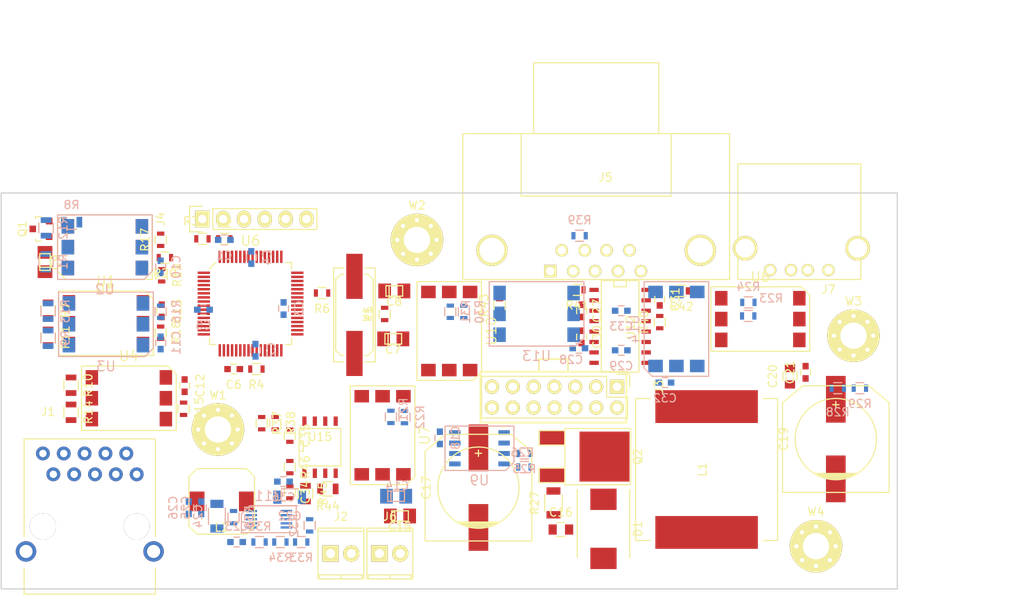
<source format=kicad_pcb>
(kicad_pcb (version 4) (host pcbnew 4.0.3-stable)

  (general
    (links 268)
    (no_connects 268)
    (area 86.284999 63.424999 195.655001 111.835001)
    (thickness 1.6)
    (drawings 13)
    (tracks 0)
    (zones 0)
    (modules 114)
    (nets 122)
  )

  (page A4)
  (layers
    (0 F.Cu signal)
    (31 B.Cu signal)
    (32 B.Adhes user)
    (33 F.Adhes user)
    (34 B.Paste user)
    (35 F.Paste user)
    (36 B.SilkS user)
    (37 F.SilkS user)
    (38 B.Mask user hide)
    (39 F.Mask user hide)
    (40 Dwgs.User user)
    (41 Cmts.User user)
    (42 Eco1.User user)
    (43 Eco2.User user)
    (44 Edge.Cuts user)
    (45 Margin user)
    (46 B.CrtYd user)
    (47 F.CrtYd user)
    (48 B.Fab user)
    (49 F.Fab user)
  )

  (setup
    (last_trace_width 0.25)
    (trace_clearance 0.2)
    (zone_clearance 0.508)
    (zone_45_only no)
    (trace_min 0.2)
    (segment_width 0.2)
    (edge_width 0.15)
    (via_size 0.6)
    (via_drill 0.4)
    (via_min_size 0.4)
    (via_min_drill 0.3)
    (uvia_size 0.3)
    (uvia_drill 0.1)
    (uvias_allowed no)
    (uvia_min_size 0.2)
    (uvia_min_drill 0.1)
    (pcb_text_width 0.3)
    (pcb_text_size 1.5 1.5)
    (mod_edge_width 0.15)
    (mod_text_size 1 1)
    (mod_text_width 0.15)
    (pad_size 1.524 1.524)
    (pad_drill 0.762)
    (pad_to_mask_clearance 0.2)
    (aux_axis_origin 0 0)
    (grid_origin 86.36 63.5)
    (visible_elements 7FFFFFFF)
    (pcbplotparams
      (layerselection 0x00030_80000001)
      (usegerberextensions false)
      (excludeedgelayer true)
      (linewidth 0.100000)
      (plotframeref false)
      (viasonmask false)
      (mode 1)
      (useauxorigin false)
      (hpglpennumber 1)
      (hpglpenspeed 20)
      (hpglpendiameter 15)
      (hpglpenoverlay 2)
      (psnegative false)
      (psa4output false)
      (plotreference true)
      (plotvalue true)
      (plotinvisibletext false)
      (padsonsilk false)
      (subtractmaskfromsilk false)
      (outputformat 1)
      (mirror false)
      (drillshape 1)
      (scaleselection 1)
      (outputdirectory ""))
  )

  (net 0 "")
  (net 1 MCLR)
  (net 2 GND)
  (net 3 +3V3)
  (net 4 "Net-(C6-Pad1)")
  (net 5 CLKIN)
  (net 6 "Net-(C8-Pad1)")
  (net 7 "Net-(Q1-Pad1)")
  (net 8 "Net-(R3-Pad1)")
  (net 9 CLKOUT)
  (net 10 RPi_En)
  (net 11 "Net-(U6-Pad2)")
  (net 12 "Net-(U6-Pad3)")
  (net 13 CMOS_TX)
  (net 14 CMOS_RX)
  (net 15 "Net-(U6-Pad6)")
  (net 16 "Net-(U6-Pad8)")
  (net 17 "Net-(U6-Pad11)")
  (net 18 "Net-(U6-Pad12)")
  (net 19 "Net-(U6-Pad13)")
  (net 20 "Net-(U6-Pad14)")
  (net 21 "Net-(U6-Pad15)")
  (net 22 "Net-(U6-Pad16)")
  (net 23 "Net-(U6-Pad17)")
  (net 24 "Net-(U6-Pad18)")
  (net 25 INV_Toggle_Safe)
  (net 26 INV_Temp_Safe)
  (net 27 INV_Power_Safe)
  (net 28 INV_Overload_Safe)
  (net 29 "Net-(U6-Pad27)")
  (net 30 "Net-(U6-Pad28)")
  (net 31 CMOS_CTS)
  (net 32 CMOS_RTS)
  (net 33 "Net-(U6-Pad31)")
  (net 34 INV_Data_Safe)
  (net 35 Pi_VSense)
  (net 36 PiSCL)
  (net 37 PiSDA)
  (net 38 "Net-(U6-Pad36)")
  (net 39 PGED)
  (net 40 PGEC)
  (net 41 "Net-(U6-Pad43)")
  (net 42 "Net-(U6-Pad44)")
  (net 43 "Net-(U6-Pad45)")
  (net 44 "Net-(U6-Pad46)")
  (net 45 "Net-(U6-Pad47)")
  (net 46 "Net-(U6-Pad48)")
  (net 47 ADC_CS)
  (net 48 SCLK)
  (net 49 SDI)
  (net 50 SDO)
  (net 51 "Net-(U6-Pad53)")
  (net 52 "Net-(U6-Pad54)")
  (net 53 "Net-(U6-Pad55)")
  (net 54 "Net-(U6-Pad58)")
  (net 55 "Net-(U6-Pad59)")
  (net 56 "Net-(U6-Pad60)")
  (net 57 "Net-(U6-Pad61)")
  (net 58 "Net-(U6-Pad62)")
  (net 59 "Net-(U6-Pad63)")
  (net 60 Modem_En)
  (net 61 INV_VCC)
  (net 62 INV_LCD_GND)
  (net 63 INV_TOGGLE)
  (net 64 INV_AVCC)
  (net 65 INV_LED_PowerOn)
  (net 66 INV_LED_OverTemp)
  (net 67 INV_LED_Overload)
  (net 68 INV_LCD_Light)
  (net 69 INV_LCD_Data)
  (net 70 "Net-(R11-Pad1)")
  (net 71 "Net-(R12-Pad1)")
  (net 72 "Net-(R13-Pad1)")
  (net 73 "Net-(R14-Pad1)")
  (net 74 "Net-(R20-Pad2)")
  (net 75 "Net-(C14-Pad1)")
  (net 76 +BATT)
  (net 77 "Net-(D1-Pad1)")
  (net 78 "Net-(R21-Pad2)")
  (net 79 "Net-(R23-Pad2)")
  (net 80 +5V)
  (net 81 "Net-(C18-Pad1)")
  (net 82 "Net-(Q2-Pad1)")
  (net 83 "Net-(Q2-Pad3)")
  (net 84 "Net-(R26-Pad2)")
  (net 85 "Net-(R28-Pad2)")
  (net 86 "Net-(C16-Pad1)")
  (net 87 RPi_5v_En)
  (net 88 "Net-(R31-Pad2)")
  (net 89 "Net-(C23-Pad1)")
  (net 90 "Net-(C27-Pad1)")
  (net 91 "Net-(C27-Pad2)")
  (net 92 VCC)
  (net 93 "Net-(C29-Pad1)")
  (net 94 "Net-(C30-Pad1)")
  (net 95 "Net-(C30-Pad2)")
  (net 96 "Net-(C34-Pad1)")
  (net 97 "Net-(L2-Pad1)")
  (net 98 MODEM_DCD)
  (net 99 RS232_RX)
  (net 100 RS232_TX)
  (net 101 MODEM_DTR)
  (net 102 MODEM_DSR)
  (net 103 MODEM_RTS)
  (net 104 MODEM_CTS)
  (net 105 MODEM_RI)
  (net 106 "Net-(R32-Pad1)")
  (net 107 "Net-(R33-Pad1)")
  (net 108 "Net-(R36-Pad1)")
  (net 109 "Net-(R40-Pad1)")
  (net 110 "Net-(R41-Pad1)")
  (net 111 "Net-(R42-Pad2)")
  (net 112 "Net-(R43-Pad1)")
  (net 113 "Net-(U11-Pad8)")
  (net 114 "Net-(U11-Pad4)")
  (net 115 "Net-(U12-Pad10)")
  (net 116 "Net-(U15-Pad3)")
  (net 117 "Net-(J3-Pad11)")
  (net 118 "Net-(J4-Pad6)")
  (net 119 "Net-(J7-Pad3)")
  (net 120 "Net-(J7-Pad2)")
  (net 121 "Net-(J7-Pad1)")

  (net_class Default "This is the default net class."
    (clearance 0.2)
    (trace_width 0.25)
    (via_dia 0.6)
    (via_drill 0.4)
    (uvia_dia 0.3)
    (uvia_drill 0.1)
    (add_net +3V3)
    (add_net +5V)
    (add_net +BATT)
    (add_net ADC_CS)
    (add_net CLKIN)
    (add_net CLKOUT)
    (add_net CMOS_CTS)
    (add_net CMOS_RTS)
    (add_net CMOS_RX)
    (add_net CMOS_TX)
    (add_net GND)
    (add_net INV_AVCC)
    (add_net INV_Data_Safe)
    (add_net INV_LCD_Data)
    (add_net INV_LCD_GND)
    (add_net INV_LCD_Light)
    (add_net INV_LED_OverTemp)
    (add_net INV_LED_Overload)
    (add_net INV_LED_PowerOn)
    (add_net INV_Overload_Safe)
    (add_net INV_Power_Safe)
    (add_net INV_TOGGLE)
    (add_net INV_Temp_Safe)
    (add_net INV_Toggle_Safe)
    (add_net INV_VCC)
    (add_net MCLR)
    (add_net MODEM_CTS)
    (add_net MODEM_DCD)
    (add_net MODEM_DSR)
    (add_net MODEM_DTR)
    (add_net MODEM_RI)
    (add_net MODEM_RTS)
    (add_net Modem_En)
    (add_net "Net-(C14-Pad1)")
    (add_net "Net-(C16-Pad1)")
    (add_net "Net-(C18-Pad1)")
    (add_net "Net-(C23-Pad1)")
    (add_net "Net-(C27-Pad1)")
    (add_net "Net-(C27-Pad2)")
    (add_net "Net-(C29-Pad1)")
    (add_net "Net-(C30-Pad1)")
    (add_net "Net-(C30-Pad2)")
    (add_net "Net-(C34-Pad1)")
    (add_net "Net-(C6-Pad1)")
    (add_net "Net-(C8-Pad1)")
    (add_net "Net-(D1-Pad1)")
    (add_net "Net-(J3-Pad11)")
    (add_net "Net-(J4-Pad6)")
    (add_net "Net-(J7-Pad1)")
    (add_net "Net-(J7-Pad2)")
    (add_net "Net-(J7-Pad3)")
    (add_net "Net-(L2-Pad1)")
    (add_net "Net-(Q1-Pad1)")
    (add_net "Net-(Q2-Pad1)")
    (add_net "Net-(Q2-Pad3)")
    (add_net "Net-(R11-Pad1)")
    (add_net "Net-(R12-Pad1)")
    (add_net "Net-(R13-Pad1)")
    (add_net "Net-(R14-Pad1)")
    (add_net "Net-(R20-Pad2)")
    (add_net "Net-(R21-Pad2)")
    (add_net "Net-(R23-Pad2)")
    (add_net "Net-(R26-Pad2)")
    (add_net "Net-(R28-Pad2)")
    (add_net "Net-(R3-Pad1)")
    (add_net "Net-(R31-Pad2)")
    (add_net "Net-(R32-Pad1)")
    (add_net "Net-(R33-Pad1)")
    (add_net "Net-(R36-Pad1)")
    (add_net "Net-(R40-Pad1)")
    (add_net "Net-(R41-Pad1)")
    (add_net "Net-(R42-Pad2)")
    (add_net "Net-(R43-Pad1)")
    (add_net "Net-(U11-Pad4)")
    (add_net "Net-(U11-Pad8)")
    (add_net "Net-(U12-Pad10)")
    (add_net "Net-(U15-Pad3)")
    (add_net "Net-(U6-Pad11)")
    (add_net "Net-(U6-Pad12)")
    (add_net "Net-(U6-Pad13)")
    (add_net "Net-(U6-Pad14)")
    (add_net "Net-(U6-Pad15)")
    (add_net "Net-(U6-Pad16)")
    (add_net "Net-(U6-Pad17)")
    (add_net "Net-(U6-Pad18)")
    (add_net "Net-(U6-Pad2)")
    (add_net "Net-(U6-Pad27)")
    (add_net "Net-(U6-Pad28)")
    (add_net "Net-(U6-Pad3)")
    (add_net "Net-(U6-Pad31)")
    (add_net "Net-(U6-Pad36)")
    (add_net "Net-(U6-Pad43)")
    (add_net "Net-(U6-Pad44)")
    (add_net "Net-(U6-Pad45)")
    (add_net "Net-(U6-Pad46)")
    (add_net "Net-(U6-Pad47)")
    (add_net "Net-(U6-Pad48)")
    (add_net "Net-(U6-Pad53)")
    (add_net "Net-(U6-Pad54)")
    (add_net "Net-(U6-Pad55)")
    (add_net "Net-(U6-Pad58)")
    (add_net "Net-(U6-Pad59)")
    (add_net "Net-(U6-Pad6)")
    (add_net "Net-(U6-Pad60)")
    (add_net "Net-(U6-Pad61)")
    (add_net "Net-(U6-Pad62)")
    (add_net "Net-(U6-Pad63)")
    (add_net "Net-(U6-Pad8)")
    (add_net PGEC)
    (add_net PGED)
    (add_net PiSCL)
    (add_net PiSDA)
    (add_net Pi_VSense)
    (add_net RPi_5v_En)
    (add_net RPi_En)
    (add_net RS232_RX)
    (add_net RS232_TX)
    (add_net SCLK)
    (add_net SDI)
    (add_net SDO)
    (add_net VCC)
  )

  (module Capacitors_SMD:C_0603 (layer B.Cu) (tedit 5415D631) (tstamp 57A946D3)
    (at 113.55 69.215)
    (descr "Capacitor SMD 0603, reflow soldering, AVX (see smccp.pdf)")
    (tags "capacitor 0603")
    (path /57A9B80E/57A9C483)
    (attr smd)
    (fp_text reference C1 (at 0 1.9) (layer B.SilkS)
      (effects (font (size 1 1) (thickness 0.15)) (justify mirror))
    )
    (fp_text value 100nF (at 0 -1.9) (layer B.Fab)
      (effects (font (size 1 1) (thickness 0.15)) (justify mirror))
    )
    (fp_line (start -1.45 0.75) (end 1.45 0.75) (layer B.CrtYd) (width 0.05))
    (fp_line (start -1.45 -0.75) (end 1.45 -0.75) (layer B.CrtYd) (width 0.05))
    (fp_line (start -1.45 0.75) (end -1.45 -0.75) (layer B.CrtYd) (width 0.05))
    (fp_line (start 1.45 0.75) (end 1.45 -0.75) (layer B.CrtYd) (width 0.05))
    (fp_line (start -0.35 0.6) (end 0.35 0.6) (layer B.SilkS) (width 0.15))
    (fp_line (start 0.35 -0.6) (end -0.35 -0.6) (layer B.SilkS) (width 0.15))
    (pad 1 smd rect (at -0.75 0) (size 0.8 0.75) (layers B.Cu B.Paste B.Mask)
      (net 1 MCLR))
    (pad 2 smd rect (at 0.75 0) (size 0.8 0.75) (layers B.Cu B.Paste B.Mask)
      (net 2 GND))
    (model Capacitors_SMD.3dshapes/C_0603.wrl
      (at (xyz 0 0 0))
      (scale (xyz 1 1 1))
      (rotate (xyz 0 0 0))
    )
  )

  (module Capacitors_SMD:C_0603 (layer B.Cu) (tedit 5415D631) (tstamp 57A946DF)
    (at 117.348 82.665 90)
    (descr "Capacitor SMD 0603, reflow soldering, AVX (see smccp.pdf)")
    (tags "capacitor 0603")
    (path /57A9B80E/57A9E2E7)
    (attr smd)
    (fp_text reference C2 (at 0 1.9 90) (layer B.SilkS)
      (effects (font (size 1 1) (thickness 0.15)) (justify mirror))
    )
    (fp_text value 100nF (at 0 -1.9 90) (layer B.Fab)
      (effects (font (size 1 1) (thickness 0.15)) (justify mirror))
    )
    (fp_line (start -1.45 0.75) (end 1.45 0.75) (layer B.CrtYd) (width 0.05))
    (fp_line (start -1.45 -0.75) (end 1.45 -0.75) (layer B.CrtYd) (width 0.05))
    (fp_line (start -1.45 0.75) (end -1.45 -0.75) (layer B.CrtYd) (width 0.05))
    (fp_line (start 1.45 0.75) (end 1.45 -0.75) (layer B.CrtYd) (width 0.05))
    (fp_line (start -0.35 0.6) (end 0.35 0.6) (layer B.SilkS) (width 0.15))
    (fp_line (start 0.35 -0.6) (end -0.35 -0.6) (layer B.SilkS) (width 0.15))
    (pad 1 smd rect (at -0.75 0 90) (size 0.8 0.75) (layers B.Cu B.Paste B.Mask)
      (net 3 +3V3))
    (pad 2 smd rect (at 0.75 0 90) (size 0.8 0.75) (layers B.Cu B.Paste B.Mask)
      (net 2 GND))
    (model Capacitors_SMD.3dshapes/C_0603.wrl
      (at (xyz 0 0 0))
      (scale (xyz 1 1 1))
      (rotate (xyz 0 0 0))
    )
  )

  (module Capacitors_SMD:C_0603 (layer B.Cu) (tedit 5415D631) (tstamp 57A946EB)
    (at 120.777 77.585 90)
    (descr "Capacitor SMD 0603, reflow soldering, AVX (see smccp.pdf)")
    (tags "capacitor 0603")
    (path /57A9B80E/57A9E4DC)
    (attr smd)
    (fp_text reference C3 (at 0 1.9 90) (layer B.SilkS)
      (effects (font (size 1 1) (thickness 0.15)) (justify mirror))
    )
    (fp_text value 100nF (at 0 -1.9 90) (layer B.Fab)
      (effects (font (size 1 1) (thickness 0.15)) (justify mirror))
    )
    (fp_line (start -1.45 0.75) (end 1.45 0.75) (layer B.CrtYd) (width 0.05))
    (fp_line (start -1.45 -0.75) (end 1.45 -0.75) (layer B.CrtYd) (width 0.05))
    (fp_line (start -1.45 0.75) (end -1.45 -0.75) (layer B.CrtYd) (width 0.05))
    (fp_line (start 1.45 0.75) (end 1.45 -0.75) (layer B.CrtYd) (width 0.05))
    (fp_line (start -0.35 0.6) (end 0.35 0.6) (layer B.SilkS) (width 0.15))
    (fp_line (start 0.35 -0.6) (end -0.35 -0.6) (layer B.SilkS) (width 0.15))
    (pad 1 smd rect (at -0.75 0 90) (size 0.8 0.75) (layers B.Cu B.Paste B.Mask)
      (net 3 +3V3))
    (pad 2 smd rect (at 0.75 0 90) (size 0.8 0.75) (layers B.Cu B.Paste B.Mask)
      (net 2 GND))
    (model Capacitors_SMD.3dshapes/C_0603.wrl
      (at (xyz 0 0 0))
      (scale (xyz 1 1 1))
      (rotate (xyz 0 0 0))
    )
  )

  (module Capacitors_SMD:C_0603 (layer B.Cu) (tedit 5415D631) (tstamp 57A946F7)
    (at 116.84 71.362 90)
    (descr "Capacitor SMD 0603, reflow soldering, AVX (see smccp.pdf)")
    (tags "capacitor 0603")
    (path /57A9B80E/57A9E550)
    (attr smd)
    (fp_text reference C4 (at 0 1.9 90) (layer B.SilkS)
      (effects (font (size 1 1) (thickness 0.15)) (justify mirror))
    )
    (fp_text value 100nF (at 0 -1.9 90) (layer B.Fab)
      (effects (font (size 1 1) (thickness 0.15)) (justify mirror))
    )
    (fp_line (start -1.45 0.75) (end 1.45 0.75) (layer B.CrtYd) (width 0.05))
    (fp_line (start -1.45 -0.75) (end 1.45 -0.75) (layer B.CrtYd) (width 0.05))
    (fp_line (start -1.45 0.75) (end -1.45 -0.75) (layer B.CrtYd) (width 0.05))
    (fp_line (start 1.45 0.75) (end 1.45 -0.75) (layer B.CrtYd) (width 0.05))
    (fp_line (start -0.35 0.6) (end 0.35 0.6) (layer B.SilkS) (width 0.15))
    (fp_line (start 0.35 -0.6) (end -0.35 -0.6) (layer B.SilkS) (width 0.15))
    (pad 1 smd rect (at -0.75 0 90) (size 0.8 0.75) (layers B.Cu B.Paste B.Mask)
      (net 3 +3V3))
    (pad 2 smd rect (at 0.75 0 90) (size 0.8 0.75) (layers B.Cu B.Paste B.Mask)
      (net 2 GND))
    (model Capacitors_SMD.3dshapes/C_0603.wrl
      (at (xyz 0 0 0))
      (scale (xyz 1 1 1))
      (rotate (xyz 0 0 0))
    )
  )

  (module Capacitors_SMD:C_0603 (layer B.Cu) (tedit 5415D631) (tstamp 57A94703)
    (at 111.01 77.724)
    (descr "Capacitor SMD 0603, reflow soldering, AVX (see smccp.pdf)")
    (tags "capacitor 0603")
    (path /57A9B80E/57A9E556)
    (attr smd)
    (fp_text reference C5 (at 0 1.9) (layer B.SilkS)
      (effects (font (size 1 1) (thickness 0.15)) (justify mirror))
    )
    (fp_text value 100nF (at 0 -1.9) (layer B.Fab)
      (effects (font (size 1 1) (thickness 0.15)) (justify mirror))
    )
    (fp_line (start -1.45 0.75) (end 1.45 0.75) (layer B.CrtYd) (width 0.05))
    (fp_line (start -1.45 -0.75) (end 1.45 -0.75) (layer B.CrtYd) (width 0.05))
    (fp_line (start -1.45 0.75) (end -1.45 -0.75) (layer B.CrtYd) (width 0.05))
    (fp_line (start 1.45 0.75) (end 1.45 -0.75) (layer B.CrtYd) (width 0.05))
    (fp_line (start -0.35 0.6) (end 0.35 0.6) (layer B.SilkS) (width 0.15))
    (fp_line (start 0.35 -0.6) (end -0.35 -0.6) (layer B.SilkS) (width 0.15))
    (pad 1 smd rect (at -0.75 0) (size 0.8 0.75) (layers B.Cu B.Paste B.Mask)
      (net 3 +3V3))
    (pad 2 smd rect (at 0.75 0) (size 0.8 0.75) (layers B.Cu B.Paste B.Mask)
      (net 2 GND))
    (model Capacitors_SMD.3dshapes/C_0603.wrl
      (at (xyz 0 0 0))
      (scale (xyz 1 1 1))
      (rotate (xyz 0 0 0))
    )
  )

  (module Capacitors_SMD:C_0603 (layer F.Cu) (tedit 5415D631) (tstamp 57A9470F)
    (at 114.693 84.963 180)
    (descr "Capacitor SMD 0603, reflow soldering, AVX (see smccp.pdf)")
    (tags "capacitor 0603")
    (path /57A9B80E/57A9BD20)
    (attr smd)
    (fp_text reference C6 (at 0 -1.9 180) (layer F.SilkS)
      (effects (font (size 1 1) (thickness 0.15)))
    )
    (fp_text value 100nF (at 0 1.9 180) (layer F.Fab)
      (effects (font (size 1 1) (thickness 0.15)))
    )
    (fp_line (start -1.45 -0.75) (end 1.45 -0.75) (layer F.CrtYd) (width 0.05))
    (fp_line (start -1.45 0.75) (end 1.45 0.75) (layer F.CrtYd) (width 0.05))
    (fp_line (start -1.45 -0.75) (end -1.45 0.75) (layer F.CrtYd) (width 0.05))
    (fp_line (start 1.45 -0.75) (end 1.45 0.75) (layer F.CrtYd) (width 0.05))
    (fp_line (start -0.35 -0.6) (end 0.35 -0.6) (layer F.SilkS) (width 0.15))
    (fp_line (start 0.35 0.6) (end -0.35 0.6) (layer F.SilkS) (width 0.15))
    (pad 1 smd rect (at -0.75 0 180) (size 0.8 0.75) (layers F.Cu F.Paste F.Mask)
      (net 4 "Net-(C6-Pad1)"))
    (pad 2 smd rect (at 0.75 0 180) (size 0.8 0.75) (layers F.Cu F.Paste F.Mask)
      (net 2 GND))
    (model Capacitors_SMD.3dshapes/C_0603.wrl
      (at (xyz 0 0 0))
      (scale (xyz 1 1 1))
      (rotate (xyz 0 0 0))
    )
  )

  (module Capacitors_Tantalum_SMD:TantalC_SizeR_EIA-2012 (layer F.Cu) (tedit 0) (tstamp 57A9471A)
    (at 134.14502 81.28 180)
    (descr "Tantal Cap. , Size C, EIA-2012")
    (path /57A9B80E/57A9F1E8)
    (fp_text reference C7 (at 0.0254 -1.2954 180) (layer F.SilkS)
      (effects (font (size 1 1) (thickness 0.15)))
    )
    (fp_text value 30-36pF (at 0 1.27 180) (layer F.Fab)
      (effects (font (size 1 1) (thickness 0.15)))
    )
    (fp_line (start 0.635 -0.635) (end 0.635 0.635) (layer F.SilkS) (width 0.15))
    (fp_line (start -1.016 -0.635) (end -1.016 0.635) (layer F.SilkS) (width 0.15))
    (fp_line (start -1.016 0.635) (end 1.016 0.635) (layer F.SilkS) (width 0.15))
    (fp_line (start 1.016 0.635) (end 1.016 -0.635) (layer F.SilkS) (width 0.15))
    (fp_line (start 1.016 -0.635) (end -1.016 -0.635) (layer F.SilkS) (width 0.15))
    (pad 1 smd rect (at 1.17602 0 180) (size 1.5494 1.80086) (layers F.Cu F.Paste F.Mask)
      (net 5 CLKIN))
    (pad 2 smd rect (at -1.17602 0 180) (size 1.5494 1.80086) (layers F.Cu F.Paste F.Mask)
      (net 2 GND))
    (model Capacitors_Tantalum_SMD.3dshapes/TantalC_SizeR_EIA-2012.wrl
      (at (xyz 0 0 0))
      (scale (xyz 1 1 1))
      (rotate (xyz 0 0 0))
    )
  )

  (module Capacitors_Tantalum_SMD:TantalC_SizeR_EIA-2012 (layer F.Cu) (tedit 0) (tstamp 57A94725)
    (at 134.27202 75.438 180)
    (descr "Tantal Cap. , Size C, EIA-2012")
    (path /57A9B80E/57A9F34B)
    (fp_text reference C8 (at 0.0254 -1.2954 180) (layer F.SilkS)
      (effects (font (size 1 1) (thickness 0.15)))
    )
    (fp_text value 30-36pF (at 0 1.27 180) (layer F.Fab)
      (effects (font (size 1 1) (thickness 0.15)))
    )
    (fp_line (start 0.635 -0.635) (end 0.635 0.635) (layer F.SilkS) (width 0.15))
    (fp_line (start -1.016 -0.635) (end -1.016 0.635) (layer F.SilkS) (width 0.15))
    (fp_line (start -1.016 0.635) (end 1.016 0.635) (layer F.SilkS) (width 0.15))
    (fp_line (start 1.016 0.635) (end 1.016 -0.635) (layer F.SilkS) (width 0.15))
    (fp_line (start 1.016 -0.635) (end -1.016 -0.635) (layer F.SilkS) (width 0.15))
    (pad 1 smd rect (at 1.17602 0 180) (size 1.5494 1.80086) (layers F.Cu F.Paste F.Mask)
      (net 6 "Net-(C8-Pad1)"))
    (pad 2 smd rect (at -1.17602 0 180) (size 1.5494 1.80086) (layers F.Cu F.Paste F.Mask)
      (net 2 GND))
    (model Capacitors_Tantalum_SMD.3dshapes/TantalC_SizeR_EIA-2012.wrl
      (at (xyz 0 0 0))
      (scale (xyz 1 1 1))
      (rotate (xyz 0 0 0))
    )
  )

  (module SOT-23 (layer F.Cu) (tedit 553634F8) (tstamp 57A94751)
    (at 91.20124 67.879 90)
    (descr "SOT-23, Standard")
    (tags SOT-23)
    (path /57A9B806/57AAA77C)
    (attr smd)
    (fp_text reference Q1 (at 0 -2.25 90) (layer F.SilkS)
      (effects (font (size 1 1) (thickness 0.15)))
    )
    (fp_text value BC817-40 (at 0 2.3 90) (layer F.Fab)
      (effects (font (size 1 1) (thickness 0.15)))
    )
    (fp_line (start -1.65 -1.6) (end 1.65 -1.6) (layer F.CrtYd) (width 0.05))
    (fp_line (start 1.65 -1.6) (end 1.65 1.6) (layer F.CrtYd) (width 0.05))
    (fp_line (start 1.65 1.6) (end -1.65 1.6) (layer F.CrtYd) (width 0.05))
    (fp_line (start -1.65 1.6) (end -1.65 -1.6) (layer F.CrtYd) (width 0.05))
    (fp_line (start 1.29916 -0.65024) (end 1.2509 -0.65024) (layer F.SilkS) (width 0.15))
    (fp_line (start -1.49982 0.0508) (end -1.49982 -0.65024) (layer F.SilkS) (width 0.15))
    (fp_line (start -1.49982 -0.65024) (end -1.2509 -0.65024) (layer F.SilkS) (width 0.15))
    (fp_line (start 1.29916 -0.65024) (end 1.49982 -0.65024) (layer F.SilkS) (width 0.15))
    (fp_line (start 1.49982 -0.65024) (end 1.49982 0.0508) (layer F.SilkS) (width 0.15))
    (pad 1 smd rect (at -0.95 1.00076 90) (size 0.8001 0.8001) (layers F.Cu F.Paste F.Mask)
      (net 7 "Net-(Q1-Pad1)"))
    (pad 2 smd rect (at 0.95 1.00076 90) (size 0.8001 0.8001) (layers F.Cu F.Paste F.Mask)
      (net 62 INV_LCD_GND))
    (pad 3 smd rect (at 0 -0.99822 90) (size 0.8001 0.8001) (layers F.Cu F.Paste F.Mask)
      (net 63 INV_TOGGLE))
    (model TO_SOT_Packages_SMD.3dshapes/SOT-23.wrl
      (at (xyz 0 0 0))
      (scale (xyz 1 1 1))
      (rotate (xyz 0 0 0))
    )
  )

  (module Resistors_SMD:R_0805 (layer B.Cu) (tedit 5415CDEB) (tstamp 57A9475D)
    (at 91.821 71.882 90)
    (descr "Resistor SMD 0805, reflow soldering, Vishay (see dcrcw.pdf)")
    (tags "resistor 0805")
    (path /57A9B806/57AAABAC)
    (attr smd)
    (fp_text reference R1 (at 0 2.1 90) (layer B.SilkS)
      (effects (font (size 1 1) (thickness 0.15)) (justify mirror))
    )
    (fp_text value 10K (at 0 -2.1 90) (layer B.Fab)
      (effects (font (size 1 1) (thickness 0.15)) (justify mirror))
    )
    (fp_line (start -1.6 1) (end 1.6 1) (layer B.CrtYd) (width 0.05))
    (fp_line (start -1.6 -1) (end 1.6 -1) (layer B.CrtYd) (width 0.05))
    (fp_line (start -1.6 1) (end -1.6 -1) (layer B.CrtYd) (width 0.05))
    (fp_line (start 1.6 1) (end 1.6 -1) (layer B.CrtYd) (width 0.05))
    (fp_line (start 0.6 -0.875) (end -0.6 -0.875) (layer B.SilkS) (width 0.15))
    (fp_line (start -0.6 0.875) (end 0.6 0.875) (layer B.SilkS) (width 0.15))
    (pad 1 smd rect (at -0.95 0 90) (size 0.7 1.3) (layers B.Cu B.Paste B.Mask)
      (net 61 INV_VCC))
    (pad 2 smd rect (at 0.95 0 90) (size 0.7 1.3) (layers B.Cu B.Paste B.Mask)
      (net 63 INV_TOGGLE))
    (model Resistors_SMD.3dshapes/R_0805.wrl
      (at (xyz 0 0 0))
      (scale (xyz 1 1 1))
      (rotate (xyz 0 0 0))
    )
  )

  (module Resistors_SMD:R_0603 (layer F.Cu) (tedit 5415CC62) (tstamp 57A94769)
    (at 113.55 69.088)
    (descr "Resistor SMD 0603, reflow soldering, Vishay (see dcrcw.pdf)")
    (tags "resistor 0603")
    (path /57A9B80E/57A9C390)
    (attr smd)
    (fp_text reference R2 (at 0 -1.9) (layer F.SilkS)
      (effects (font (size 1 1) (thickness 0.15)))
    )
    (fp_text value 10K (at 0 1.9) (layer F.Fab)
      (effects (font (size 1 1) (thickness 0.15)))
    )
    (fp_line (start -1.3 -0.8) (end 1.3 -0.8) (layer F.CrtYd) (width 0.05))
    (fp_line (start -1.3 0.8) (end 1.3 0.8) (layer F.CrtYd) (width 0.05))
    (fp_line (start -1.3 -0.8) (end -1.3 0.8) (layer F.CrtYd) (width 0.05))
    (fp_line (start 1.3 -0.8) (end 1.3 0.8) (layer F.CrtYd) (width 0.05))
    (fp_line (start 0.5 0.675) (end -0.5 0.675) (layer F.SilkS) (width 0.15))
    (fp_line (start -0.5 -0.675) (end 0.5 -0.675) (layer F.SilkS) (width 0.15))
    (pad 1 smd rect (at -0.75 0) (size 0.5 0.9) (layers F.Cu F.Paste F.Mask)
      (net 1 MCLR))
    (pad 2 smd rect (at 0.75 0) (size 0.5 0.9) (layers F.Cu F.Paste F.Mask)
      (net 3 +3V3))
    (model Resistors_SMD.3dshapes/R_0603.wrl
      (at (xyz 0 0 0))
      (scale (xyz 1 1 1))
      (rotate (xyz 0 0 0))
    )
  )

  (module Resistors_SMD:R_0603 (layer F.Cu) (tedit 5415CC62) (tstamp 57A94775)
    (at 110.883 69.088)
    (descr "Resistor SMD 0603, reflow soldering, Vishay (see dcrcw.pdf)")
    (tags "resistor 0603")
    (path /57A9B80E/57A9C213)
    (attr smd)
    (fp_text reference R3 (at -1.385 -2.159) (layer F.SilkS)
      (effects (font (size 1 1) (thickness 0.15)))
    )
    (fp_text value 100R (at 0 1.9) (layer F.Fab)
      (effects (font (size 1 1) (thickness 0.15)))
    )
    (fp_line (start -1.3 -0.8) (end 1.3 -0.8) (layer F.CrtYd) (width 0.05))
    (fp_line (start -1.3 0.8) (end 1.3 0.8) (layer F.CrtYd) (width 0.05))
    (fp_line (start -1.3 -0.8) (end -1.3 0.8) (layer F.CrtYd) (width 0.05))
    (fp_line (start 1.3 -0.8) (end 1.3 0.8) (layer F.CrtYd) (width 0.05))
    (fp_line (start 0.5 0.675) (end -0.5 0.675) (layer F.SilkS) (width 0.15))
    (fp_line (start -0.5 -0.675) (end 0.5 -0.675) (layer F.SilkS) (width 0.15))
    (pad 1 smd rect (at -0.75 0) (size 0.5 0.9) (layers F.Cu F.Paste F.Mask)
      (net 8 "Net-(R3-Pad1)"))
    (pad 2 smd rect (at 0.75 0) (size 0.5 0.9) (layers F.Cu F.Paste F.Mask)
      (net 1 MCLR))
    (model Resistors_SMD.3dshapes/R_0603.wrl
      (at (xyz 0 0 0))
      (scale (xyz 1 1 1))
      (rotate (xyz 0 0 0))
    )
  )

  (module Resistors_SMD:R_0603 (layer F.Cu) (tedit 5415CC62) (tstamp 57A94781)
    (at 117.463 84.963 180)
    (descr "Resistor SMD 0603, reflow soldering, Vishay (see dcrcw.pdf)")
    (tags "resistor 0603")
    (path /57A9B80E/57A9BD87)
    (attr smd)
    (fp_text reference R4 (at 0 -1.9 180) (layer F.SilkS)
      (effects (font (size 1 1) (thickness 0.15)))
    )
    (fp_text value 10R (at 0 1.9 180) (layer F.Fab)
      (effects (font (size 1 1) (thickness 0.15)))
    )
    (fp_line (start -1.3 -0.8) (end 1.3 -0.8) (layer F.CrtYd) (width 0.05))
    (fp_line (start -1.3 0.8) (end 1.3 0.8) (layer F.CrtYd) (width 0.05))
    (fp_line (start -1.3 -0.8) (end -1.3 0.8) (layer F.CrtYd) (width 0.05))
    (fp_line (start 1.3 -0.8) (end 1.3 0.8) (layer F.CrtYd) (width 0.05))
    (fp_line (start 0.5 0.675) (end -0.5 0.675) (layer F.SilkS) (width 0.15))
    (fp_line (start -0.5 -0.675) (end 0.5 -0.675) (layer F.SilkS) (width 0.15))
    (pad 1 smd rect (at -0.75 0 180) (size 0.5 0.9) (layers F.Cu F.Paste F.Mask)
      (net 3 +3V3))
    (pad 2 smd rect (at 0.75 0 180) (size 0.5 0.9) (layers F.Cu F.Paste F.Mask)
      (net 4 "Net-(C6-Pad1)"))
    (model Resistors_SMD.3dshapes/R_0603.wrl
      (at (xyz 0 0 0))
      (scale (xyz 1 1 1))
      (rotate (xyz 0 0 0))
    )
  )

  (module Resistors_SMD:R_0603 (layer F.Cu) (tedit 5415CC62) (tstamp 57A9478D)
    (at 133.096 78.244 90)
    (descr "Resistor SMD 0603, reflow soldering, Vishay (see dcrcw.pdf)")
    (tags "resistor 0603")
    (path /57A9B80E/57A9F5E5)
    (attr smd)
    (fp_text reference R5 (at 0 -1.9 90) (layer F.SilkS)
      (effects (font (size 1 1) (thickness 0.15)))
    )
    (fp_text value R (at 0 1.9 90) (layer F.Fab)
      (effects (font (size 1 1) (thickness 0.15)))
    )
    (fp_line (start -1.3 -0.8) (end 1.3 -0.8) (layer F.CrtYd) (width 0.05))
    (fp_line (start -1.3 0.8) (end 1.3 0.8) (layer F.CrtYd) (width 0.05))
    (fp_line (start -1.3 -0.8) (end -1.3 0.8) (layer F.CrtYd) (width 0.05))
    (fp_line (start 1.3 -0.8) (end 1.3 0.8) (layer F.CrtYd) (width 0.05))
    (fp_line (start 0.5 0.675) (end -0.5 0.675) (layer F.SilkS) (width 0.15))
    (fp_line (start -0.5 -0.675) (end 0.5 -0.675) (layer F.SilkS) (width 0.15))
    (pad 1 smd rect (at -0.75 0 90) (size 0.5 0.9) (layers F.Cu F.Paste F.Mask)
      (net 5 CLKIN))
    (pad 2 smd rect (at 0.75 0 90) (size 0.5 0.9) (layers F.Cu F.Paste F.Mask)
      (net 6 "Net-(C8-Pad1)"))
    (model Resistors_SMD.3dshapes/R_0603.wrl
      (at (xyz 0 0 0))
      (scale (xyz 1 1 1))
      (rotate (xyz 0 0 0))
    )
  )

  (module Resistors_SMD:R_0603 (layer F.Cu) (tedit 5415CC62) (tstamp 57A94799)
    (at 125.464 75.692 180)
    (descr "Resistor SMD 0603, reflow soldering, Vishay (see dcrcw.pdf)")
    (tags "resistor 0603")
    (path /57A9B80E/57A9F906)
    (attr smd)
    (fp_text reference R6 (at 0 -1.9 180) (layer F.SilkS)
      (effects (font (size 1 1) (thickness 0.15)))
    )
    (fp_text value 0R (at 0 1.9 180) (layer F.Fab)
      (effects (font (size 1 1) (thickness 0.15)))
    )
    (fp_line (start -1.3 -0.8) (end 1.3 -0.8) (layer F.CrtYd) (width 0.05))
    (fp_line (start -1.3 0.8) (end 1.3 0.8) (layer F.CrtYd) (width 0.05))
    (fp_line (start -1.3 -0.8) (end -1.3 0.8) (layer F.CrtYd) (width 0.05))
    (fp_line (start 1.3 -0.8) (end 1.3 0.8) (layer F.CrtYd) (width 0.05))
    (fp_line (start 0.5 0.675) (end -0.5 0.675) (layer F.SilkS) (width 0.15))
    (fp_line (start -0.5 -0.675) (end 0.5 -0.675) (layer F.SilkS) (width 0.15))
    (pad 1 smd rect (at -0.75 0 180) (size 0.5 0.9) (layers F.Cu F.Paste F.Mask)
      (net 6 "Net-(C8-Pad1)"))
    (pad 2 smd rect (at 0.75 0 180) (size 0.5 0.9) (layers F.Cu F.Paste F.Mask)
      (net 9 CLKOUT))
    (model Resistors_SMD.3dshapes/R_0603.wrl
      (at (xyz 0 0 0))
      (scale (xyz 1 1 1))
      (rotate (xyz 0 0 0))
    )
  )

  (module Crystals:Q_49U3HMS (layer F.Cu) (tedit 0) (tstamp 57A94849)
    (at 129.413 78.359 270)
    (path /57A9B80E/57A9EF19)
    (fp_text reference Y1 (at -0.1 -1.6 270) (layer F.SilkS)
      (effects (font (size 1 1) (thickness 0.15)))
    )
    (fp_text value 4MHz (at 0 1.7 270) (layer F.Fab)
      (effects (font (size 1 1) (thickness 0.15)))
    )
    (fp_line (start -4.953 -1.651) (end -4.953 -1.27) (layer F.SilkS) (width 0.15))
    (fp_line (start -4.953 1.651) (end -4.953 1.27) (layer F.SilkS) (width 0.15))
    (fp_line (start 4.953 1.651) (end 4.953 1.27) (layer F.SilkS) (width 0.15))
    (fp_line (start 4.953 -1.651) (end 4.953 -1.27) (layer F.SilkS) (width 0.15))
    (fp_line (start 5.715 -2.54) (end 5.715 -1.27) (layer F.SilkS) (width 0.15))
    (fp_line (start 5.715 2.54) (end 5.715 1.27) (layer F.SilkS) (width 0.15))
    (fp_line (start -5.715 2.54) (end -5.715 1.27) (layer F.SilkS) (width 0.15))
    (fp_line (start -5.715 -2.54) (end -5.715 -1.27) (layer F.SilkS) (width 0.15))
    (fp_line (start -4.953 1.651) (end -4.318 2.286) (layer F.SilkS) (width 0.15))
    (fp_line (start -4.318 2.286) (end 4.318 2.286) (layer F.SilkS) (width 0.15))
    (fp_line (start 4.318 2.286) (end 4.953 1.651) (layer F.SilkS) (width 0.15))
    (fp_line (start 4.953 -1.651) (end 4.318 -2.286) (layer F.SilkS) (width 0.15))
    (fp_line (start 4.318 -2.286) (end -4.318 -2.286) (layer F.SilkS) (width 0.15))
    (fp_line (start -4.318 -2.286) (end -4.953 -1.651) (layer F.SilkS) (width 0.15))
    (fp_line (start 5.715 2.54) (end -5.715 2.54) (layer F.SilkS) (width 0.15))
    (fp_line (start -5.715 -2.54) (end 5.715 -2.54) (layer F.SilkS) (width 0.15))
    (pad 1 smd rect (at -4.699 0 270) (size 5.4991 1.99898) (layers F.Cu F.Paste F.Mask)
      (net 6 "Net-(C8-Pad1)"))
    (pad 2 smd rect (at 4.699 0 270) (size 5.4991 1.99898) (layers F.Cu F.Paste F.Mask)
      (net 5 CLKIN))
    (model Crystals.3dshapes/Q_49U3HMS.wrl
      (at (xyz 0 0 0))
      (scale (xyz 1 1 1))
      (rotate (xyz 0 0 0))
    )
  )

  (module Capacitors_Tantalum_SMD:TantalC_SizeR_EIA-2012 (layer F.Cu) (tedit 0) (tstamp 57A94B02)
    (at 91.694 71.91502 270)
    (descr "Tantal Cap. , Size C, EIA-2012")
    (path /57A9B806/57AAC877)
    (fp_text reference C9 (at 0.0254 -1.2954 270) (layer F.SilkS)
      (effects (font (size 1 1) (thickness 0.15)))
    )
    (fp_text value 0.1uF (at 0 1.27 270) (layer F.Fab)
      (effects (font (size 1 1) (thickness 0.15)))
    )
    (fp_line (start 0.635 -0.635) (end 0.635 0.635) (layer F.SilkS) (width 0.15))
    (fp_line (start -1.016 -0.635) (end -1.016 0.635) (layer F.SilkS) (width 0.15))
    (fp_line (start -1.016 0.635) (end 1.016 0.635) (layer F.SilkS) (width 0.15))
    (fp_line (start 1.016 0.635) (end 1.016 -0.635) (layer F.SilkS) (width 0.15))
    (fp_line (start 1.016 -0.635) (end -1.016 -0.635) (layer F.SilkS) (width 0.15))
    (pad 1 smd rect (at 1.17602 0 270) (size 1.5494 1.80086) (layers F.Cu F.Paste F.Mask)
      (net 61 INV_VCC))
    (pad 2 smd rect (at -1.17602 0 270) (size 1.5494 1.80086) (layers F.Cu F.Paste F.Mask)
      (net 62 INV_LCD_GND))
    (model Capacitors_Tantalum_SMD.3dshapes/TantalC_SizeR_EIA-2012.wrl
      (at (xyz 0 0 0))
      (scale (xyz 1 1 1))
      (rotate (xyz 0 0 0))
    )
  )

  (module Capacitors_SMD:C_0603 (layer B.Cu) (tedit 5415D631) (tstamp 57A94B0E)
    (at 105.791 72.505 90)
    (descr "Capacitor SMD 0603, reflow soldering, AVX (see smccp.pdf)")
    (tags "capacitor 0603")
    (path /57A9B806/57AAE425)
    (attr smd)
    (fp_text reference C10 (at 0 1.9 90) (layer B.SilkS)
      (effects (font (size 1 1) (thickness 0.15)) (justify mirror))
    )
    (fp_text value 0.1uF (at 0 -1.9 90) (layer B.Fab)
      (effects (font (size 1 1) (thickness 0.15)) (justify mirror))
    )
    (fp_line (start -1.45 0.75) (end 1.45 0.75) (layer B.CrtYd) (width 0.05))
    (fp_line (start -1.45 -0.75) (end 1.45 -0.75) (layer B.CrtYd) (width 0.05))
    (fp_line (start -1.45 0.75) (end -1.45 -0.75) (layer B.CrtYd) (width 0.05))
    (fp_line (start 1.45 0.75) (end 1.45 -0.75) (layer B.CrtYd) (width 0.05))
    (fp_line (start -0.35 0.6) (end 0.35 0.6) (layer B.SilkS) (width 0.15))
    (fp_line (start 0.35 -0.6) (end -0.35 -0.6) (layer B.SilkS) (width 0.15))
    (pad 1 smd rect (at -0.75 0 90) (size 0.8 0.75) (layers B.Cu B.Paste B.Mask)
      (net 3 +3V3))
    (pad 2 smd rect (at 0.75 0 90) (size 0.8 0.75) (layers B.Cu B.Paste B.Mask)
      (net 2 GND))
    (model Capacitors_SMD.3dshapes/C_0603.wrl
      (at (xyz 0 0 0))
      (scale (xyz 1 1 1))
      (rotate (xyz 0 0 0))
    )
  )

  (module Capacitors_SMD:C_0603 (layer B.Cu) (tedit 5415D631) (tstamp 57A94B1A)
    (at 105.791 81.776 90)
    (descr "Capacitor SMD 0603, reflow soldering, AVX (see smccp.pdf)")
    (tags "capacitor 0603")
    (path /57A9B806/57AAE644)
    (attr smd)
    (fp_text reference C11 (at 0 1.9 90) (layer B.SilkS)
      (effects (font (size 1 1) (thickness 0.15)) (justify mirror))
    )
    (fp_text value 0.1uF (at 0 -1.9 90) (layer B.Fab)
      (effects (font (size 1 1) (thickness 0.15)) (justify mirror))
    )
    (fp_line (start -1.45 0.75) (end 1.45 0.75) (layer B.CrtYd) (width 0.05))
    (fp_line (start -1.45 -0.75) (end 1.45 -0.75) (layer B.CrtYd) (width 0.05))
    (fp_line (start -1.45 0.75) (end -1.45 -0.75) (layer B.CrtYd) (width 0.05))
    (fp_line (start 1.45 0.75) (end 1.45 -0.75) (layer B.CrtYd) (width 0.05))
    (fp_line (start -0.35 0.6) (end 0.35 0.6) (layer B.SilkS) (width 0.15))
    (fp_line (start 0.35 -0.6) (end -0.35 -0.6) (layer B.SilkS) (width 0.15))
    (pad 1 smd rect (at -0.75 0 90) (size 0.8 0.75) (layers B.Cu B.Paste B.Mask)
      (net 3 +3V3))
    (pad 2 smd rect (at 0.75 0 90) (size 0.8 0.75) (layers B.Cu B.Paste B.Mask)
      (net 2 GND))
    (model Capacitors_SMD.3dshapes/C_0603.wrl
      (at (xyz 0 0 0))
      (scale (xyz 1 1 1))
      (rotate (xyz 0 0 0))
    )
  )

  (module Capacitors_SMD:C_0603 (layer F.Cu) (tedit 5415D631) (tstamp 57A94B26)
    (at 108.712 86.983 270)
    (descr "Capacitor SMD 0603, reflow soldering, AVX (see smccp.pdf)")
    (tags "capacitor 0603")
    (path /57A9B806/57AAE6B9)
    (attr smd)
    (fp_text reference C12 (at 0 -1.9 270) (layer F.SilkS)
      (effects (font (size 1 1) (thickness 0.15)))
    )
    (fp_text value 0.1uF (at 0 1.9 270) (layer F.Fab)
      (effects (font (size 1 1) (thickness 0.15)))
    )
    (fp_line (start -1.45 -0.75) (end 1.45 -0.75) (layer F.CrtYd) (width 0.05))
    (fp_line (start -1.45 0.75) (end 1.45 0.75) (layer F.CrtYd) (width 0.05))
    (fp_line (start -1.45 -0.75) (end -1.45 0.75) (layer F.CrtYd) (width 0.05))
    (fp_line (start 1.45 -0.75) (end 1.45 0.75) (layer F.CrtYd) (width 0.05))
    (fp_line (start -0.35 -0.6) (end 0.35 -0.6) (layer F.SilkS) (width 0.15))
    (fp_line (start 0.35 0.6) (end -0.35 0.6) (layer F.SilkS) (width 0.15))
    (pad 1 smd rect (at -0.75 0 270) (size 0.8 0.75) (layers F.Cu F.Paste F.Mask)
      (net 3 +3V3))
    (pad 2 smd rect (at 0.75 0 270) (size 0.8 0.75) (layers F.Cu F.Paste F.Mask)
      (net 2 GND))
    (model Capacitors_SMD.3dshapes/C_0603.wrl
      (at (xyz 0 0 0))
      (scale (xyz 1 1 1))
      (rotate (xyz 0 0 0))
    )
  )

  (module Capacitors_SMD:C_0603 (layer F.Cu) (tedit 5415D631) (tstamp 57A94B32)
    (at 105.918 77.863 270)
    (descr "Capacitor SMD 0603, reflow soldering, AVX (see smccp.pdf)")
    (tags "capacitor 0603")
    (path /57A9B806/57AAE6BF)
    (attr smd)
    (fp_text reference C13 (at 0 -1.9 270) (layer F.SilkS)
      (effects (font (size 1 1) (thickness 0.15)))
    )
    (fp_text value 0.1uF (at 0 1.9 270) (layer F.Fab)
      (effects (font (size 1 1) (thickness 0.15)))
    )
    (fp_line (start -1.45 -0.75) (end 1.45 -0.75) (layer F.CrtYd) (width 0.05))
    (fp_line (start -1.45 0.75) (end 1.45 0.75) (layer F.CrtYd) (width 0.05))
    (fp_line (start -1.45 -0.75) (end -1.45 0.75) (layer F.CrtYd) (width 0.05))
    (fp_line (start 1.45 -0.75) (end 1.45 0.75) (layer F.CrtYd) (width 0.05))
    (fp_line (start -0.35 -0.6) (end 0.35 -0.6) (layer F.SilkS) (width 0.15))
    (fp_line (start 0.35 0.6) (end -0.35 0.6) (layer F.SilkS) (width 0.15))
    (pad 1 smd rect (at -0.75 0 270) (size 0.8 0.75) (layers F.Cu F.Paste F.Mask)
      (net 3 +3V3))
    (pad 2 smd rect (at 0.75 0 270) (size 0.8 0.75) (layers F.Cu F.Paste F.Mask)
      (net 2 GND))
    (model Capacitors_SMD.3dshapes/C_0603.wrl
      (at (xyz 0 0 0))
      (scale (xyz 1 1 1))
      (rotate (xyz 0 0 0))
    )
  )

  (module Resistors_SMD:R_0805 (layer F.Cu) (tedit 5415CDEB) (tstamp 57A94B5F)
    (at 92.075 77.79 270)
    (descr "Resistor SMD 0805, reflow soldering, Vishay (see dcrcw.pdf)")
    (tags "resistor 0805")
    (path /57A9B806/57AB52A8)
    (attr smd)
    (fp_text reference R7 (at 0 -2.1 270) (layer F.SilkS)
      (effects (font (size 1 1) (thickness 0.15)))
    )
    (fp_text value 10K (at 0 2.1 270) (layer F.Fab)
      (effects (font (size 1 1) (thickness 0.15)))
    )
    (fp_line (start -1.6 -1) (end 1.6 -1) (layer F.CrtYd) (width 0.05))
    (fp_line (start -1.6 1) (end 1.6 1) (layer F.CrtYd) (width 0.05))
    (fp_line (start -1.6 -1) (end -1.6 1) (layer F.CrtYd) (width 0.05))
    (fp_line (start 1.6 -1) (end 1.6 1) (layer F.CrtYd) (width 0.05))
    (fp_line (start 0.6 0.875) (end -0.6 0.875) (layer F.SilkS) (width 0.15))
    (fp_line (start -0.6 -0.875) (end 0.6 -0.875) (layer F.SilkS) (width 0.15))
    (pad 1 smd rect (at -0.95 0 270) (size 0.7 1.3) (layers F.Cu F.Paste F.Mask)
      (net 65 INV_LED_PowerOn))
    (pad 2 smd rect (at 0.95 0 270) (size 0.7 1.3) (layers F.Cu F.Paste F.Mask)
      (net 62 INV_LCD_GND))
    (model Resistors_SMD.3dshapes/R_0805.wrl
      (at (xyz 0 0 0))
      (scale (xyz 1 1 1))
      (rotate (xyz 0 0 0))
    )
  )

  (module Resistors_SMD:R_0805 (layer B.Cu) (tedit 5415CDEB) (tstamp 57A94B6B)
    (at 94.935 67.056 180)
    (descr "Resistor SMD 0805, reflow soldering, Vishay (see dcrcw.pdf)")
    (tags "resistor 0805")
    (path /57A9B806/57AB56E5)
    (attr smd)
    (fp_text reference R8 (at 0 2.1 180) (layer B.SilkS)
      (effects (font (size 1 1) (thickness 0.15)) (justify mirror))
    )
    (fp_text value 10K (at 0 -2.1 180) (layer B.Fab)
      (effects (font (size 1 1) (thickness 0.15)) (justify mirror))
    )
    (fp_line (start -1.6 1) (end 1.6 1) (layer B.CrtYd) (width 0.05))
    (fp_line (start -1.6 -1) (end 1.6 -1) (layer B.CrtYd) (width 0.05))
    (fp_line (start -1.6 1) (end -1.6 -1) (layer B.CrtYd) (width 0.05))
    (fp_line (start 1.6 1) (end 1.6 -1) (layer B.CrtYd) (width 0.05))
    (fp_line (start 0.6 -0.875) (end -0.6 -0.875) (layer B.SilkS) (width 0.15))
    (fp_line (start -0.6 0.875) (end 0.6 0.875) (layer B.SilkS) (width 0.15))
    (pad 1 smd rect (at -0.95 0 180) (size 0.7 1.3) (layers B.Cu B.Paste B.Mask)
      (net 66 INV_LED_OverTemp))
    (pad 2 smd rect (at 0.95 0 180) (size 0.7 1.3) (layers B.Cu B.Paste B.Mask)
      (net 62 INV_LCD_GND))
    (model Resistors_SMD.3dshapes/R_0805.wrl
      (at (xyz 0 0 0))
      (scale (xyz 1 1 1))
      (rotate (xyz 0 0 0))
    )
  )

  (module Resistors_SMD:R_0805 (layer B.Cu) (tedit 5415CDEB) (tstamp 57A94B77)
    (at 92.075 81.214 90)
    (descr "Resistor SMD 0805, reflow soldering, Vishay (see dcrcw.pdf)")
    (tags "resistor 0805")
    (path /57A9B806/57AB5947)
    (attr smd)
    (fp_text reference R9 (at 0 2.1 90) (layer B.SilkS)
      (effects (font (size 1 1) (thickness 0.15)) (justify mirror))
    )
    (fp_text value 10K (at 0 -2.1 90) (layer B.Fab)
      (effects (font (size 1 1) (thickness 0.15)) (justify mirror))
    )
    (fp_line (start -1.6 1) (end 1.6 1) (layer B.CrtYd) (width 0.05))
    (fp_line (start -1.6 -1) (end 1.6 -1) (layer B.CrtYd) (width 0.05))
    (fp_line (start -1.6 1) (end -1.6 -1) (layer B.CrtYd) (width 0.05))
    (fp_line (start 1.6 1) (end 1.6 -1) (layer B.CrtYd) (width 0.05))
    (fp_line (start 0.6 -0.875) (end -0.6 -0.875) (layer B.SilkS) (width 0.15))
    (fp_line (start -0.6 0.875) (end 0.6 0.875) (layer B.SilkS) (width 0.15))
    (pad 1 smd rect (at -0.95 0 90) (size 0.7 1.3) (layers B.Cu B.Paste B.Mask)
      (net 67 INV_LED_Overload))
    (pad 2 smd rect (at 0.95 0 90) (size 0.7 1.3) (layers B.Cu B.Paste B.Mask)
      (net 62 INV_LCD_GND))
    (model Resistors_SMD.3dshapes/R_0805.wrl
      (at (xyz 0 0 0))
      (scale (xyz 1 1 1))
      (rotate (xyz 0 0 0))
    )
  )

  (module Resistors_SMD:R_0805 (layer F.Cu) (tedit 5415CDEB) (tstamp 57A94B83)
    (at 94.869 86.934 270)
    (descr "Resistor SMD 0805, reflow soldering, Vishay (see dcrcw.pdf)")
    (tags "resistor 0805")
    (path /57A9B806/57AB59B7)
    (attr smd)
    (fp_text reference R10 (at 0 -2.1 270) (layer F.SilkS)
      (effects (font (size 1 1) (thickness 0.15)))
    )
    (fp_text value 10K (at 0 2.1 270) (layer F.Fab)
      (effects (font (size 1 1) (thickness 0.15)))
    )
    (fp_line (start -1.6 -1) (end 1.6 -1) (layer F.CrtYd) (width 0.05))
    (fp_line (start -1.6 1) (end 1.6 1) (layer F.CrtYd) (width 0.05))
    (fp_line (start -1.6 -1) (end -1.6 1) (layer F.CrtYd) (width 0.05))
    (fp_line (start 1.6 -1) (end 1.6 1) (layer F.CrtYd) (width 0.05))
    (fp_line (start 0.6 0.875) (end -0.6 0.875) (layer F.SilkS) (width 0.15))
    (fp_line (start -0.6 -0.875) (end 0.6 -0.875) (layer F.SilkS) (width 0.15))
    (pad 1 smd rect (at -0.95 0 270) (size 0.7 1.3) (layers F.Cu F.Paste F.Mask)
      (net 69 INV_LCD_Data))
    (pad 2 smd rect (at 0.95 0 270) (size 0.7 1.3) (layers F.Cu F.Paste F.Mask)
      (net 62 INV_LCD_GND))
    (model Resistors_SMD.3dshapes/R_0805.wrl
      (at (xyz 0 0 0))
      (scale (xyz 1 1 1))
      (rotate (xyz 0 0 0))
    )
  )

  (module Resistors_SMD:R_0805 (layer F.Cu) (tedit 5415CDEB) (tstamp 57A94B8F)
    (at 92.075 81.092 270)
    (descr "Resistor SMD 0805, reflow soldering, Vishay (see dcrcw.pdf)")
    (tags "resistor 0805")
    (path /57A9B806/57AB3CF7)
    (attr smd)
    (fp_text reference R11 (at 0 -2.1 270) (layer F.SilkS)
      (effects (font (size 1 1) (thickness 0.15)))
    )
    (fp_text value 100R (at 0 2.1 270) (layer F.Fab)
      (effects (font (size 1 1) (thickness 0.15)))
    )
    (fp_line (start -1.6 -1) (end 1.6 -1) (layer F.CrtYd) (width 0.05))
    (fp_line (start -1.6 1) (end 1.6 1) (layer F.CrtYd) (width 0.05))
    (fp_line (start -1.6 -1) (end -1.6 1) (layer F.CrtYd) (width 0.05))
    (fp_line (start 1.6 -1) (end 1.6 1) (layer F.CrtYd) (width 0.05))
    (fp_line (start 0.6 0.875) (end -0.6 0.875) (layer F.SilkS) (width 0.15))
    (fp_line (start -0.6 -0.875) (end 0.6 -0.875) (layer F.SilkS) (width 0.15))
    (pad 1 smd rect (at -0.95 0 270) (size 0.7 1.3) (layers F.Cu F.Paste F.Mask)
      (net 70 "Net-(R11-Pad1)"))
    (pad 2 smd rect (at 0.95 0 270) (size 0.7 1.3) (layers F.Cu F.Paste F.Mask)
      (net 62 INV_LCD_GND))
    (model Resistors_SMD.3dshapes/R_0805.wrl
      (at (xyz 0 0 0))
      (scale (xyz 1 1 1))
      (rotate (xyz 0 0 0))
    )
  )

  (module Resistors_SMD:R_0805 (layer B.Cu) (tedit 5415CDEB) (tstamp 57A94B9B)
    (at 91.821 67.752 90)
    (descr "Resistor SMD 0805, reflow soldering, Vishay (see dcrcw.pdf)")
    (tags "resistor 0805")
    (path /57A9B806/57AB56DF)
    (attr smd)
    (fp_text reference R12 (at 0 2.1 90) (layer B.SilkS)
      (effects (font (size 1 1) (thickness 0.15)) (justify mirror))
    )
    (fp_text value 100R (at 0 -2.1 90) (layer B.Fab)
      (effects (font (size 1 1) (thickness 0.15)) (justify mirror))
    )
    (fp_line (start -1.6 1) (end 1.6 1) (layer B.CrtYd) (width 0.05))
    (fp_line (start -1.6 -1) (end 1.6 -1) (layer B.CrtYd) (width 0.05))
    (fp_line (start -1.6 1) (end -1.6 -1) (layer B.CrtYd) (width 0.05))
    (fp_line (start 1.6 1) (end 1.6 -1) (layer B.CrtYd) (width 0.05))
    (fp_line (start 0.6 -0.875) (end -0.6 -0.875) (layer B.SilkS) (width 0.15))
    (fp_line (start -0.6 0.875) (end 0.6 0.875) (layer B.SilkS) (width 0.15))
    (pad 1 smd rect (at -0.95 0 90) (size 0.7 1.3) (layers B.Cu B.Paste B.Mask)
      (net 71 "Net-(R12-Pad1)"))
    (pad 2 smd rect (at 0.95 0 90) (size 0.7 1.3) (layers B.Cu B.Paste B.Mask)
      (net 62 INV_LCD_GND))
    (model Resistors_SMD.3dshapes/R_0805.wrl
      (at (xyz 0 0 0))
      (scale (xyz 1 1 1))
      (rotate (xyz 0 0 0))
    )
  )

  (module Resistors_SMD:R_0805 (layer B.Cu) (tedit 5415CDEB) (tstamp 57A94BA7)
    (at 92.075 77.912 90)
    (descr "Resistor SMD 0805, reflow soldering, Vishay (see dcrcw.pdf)")
    (tags "resistor 0805")
    (path /57A9B806/57AB5941)
    (attr smd)
    (fp_text reference R13 (at 0 2.1 90) (layer B.SilkS)
      (effects (font (size 1 1) (thickness 0.15)) (justify mirror))
    )
    (fp_text value 100R (at 0 -2.1 90) (layer B.Fab)
      (effects (font (size 1 1) (thickness 0.15)) (justify mirror))
    )
    (fp_line (start -1.6 1) (end 1.6 1) (layer B.CrtYd) (width 0.05))
    (fp_line (start -1.6 -1) (end 1.6 -1) (layer B.CrtYd) (width 0.05))
    (fp_line (start -1.6 1) (end -1.6 -1) (layer B.CrtYd) (width 0.05))
    (fp_line (start 1.6 1) (end 1.6 -1) (layer B.CrtYd) (width 0.05))
    (fp_line (start 0.6 -0.875) (end -0.6 -0.875) (layer B.SilkS) (width 0.15))
    (fp_line (start -0.6 0.875) (end 0.6 0.875) (layer B.SilkS) (width 0.15))
    (pad 1 smd rect (at -0.95 0 90) (size 0.7 1.3) (layers B.Cu B.Paste B.Mask)
      (net 72 "Net-(R13-Pad1)"))
    (pad 2 smd rect (at 0.95 0 90) (size 0.7 1.3) (layers B.Cu B.Paste B.Mask)
      (net 62 INV_LCD_GND))
    (model Resistors_SMD.3dshapes/R_0805.wrl
      (at (xyz 0 0 0))
      (scale (xyz 1 1 1))
      (rotate (xyz 0 0 0))
    )
  )

  (module Resistors_SMD:R_0805 (layer F.Cu) (tedit 5415CDEB) (tstamp 57A94BB3)
    (at 94.869 90.231 270)
    (descr "Resistor SMD 0805, reflow soldering, Vishay (see dcrcw.pdf)")
    (tags "resistor 0805")
    (path /57A9B806/57AB59B1)
    (attr smd)
    (fp_text reference R14 (at 0 -2.1 270) (layer F.SilkS)
      (effects (font (size 1 1) (thickness 0.15)))
    )
    (fp_text value 100R (at 0 2.1 270) (layer F.Fab)
      (effects (font (size 1 1) (thickness 0.15)))
    )
    (fp_line (start -1.6 -1) (end 1.6 -1) (layer F.CrtYd) (width 0.05))
    (fp_line (start -1.6 1) (end 1.6 1) (layer F.CrtYd) (width 0.05))
    (fp_line (start -1.6 -1) (end -1.6 1) (layer F.CrtYd) (width 0.05))
    (fp_line (start 1.6 -1) (end 1.6 1) (layer F.CrtYd) (width 0.05))
    (fp_line (start 0.6 0.875) (end -0.6 0.875) (layer F.SilkS) (width 0.15))
    (fp_line (start -0.6 -0.875) (end 0.6 -0.875) (layer F.SilkS) (width 0.15))
    (pad 1 smd rect (at -0.95 0 270) (size 0.7 1.3) (layers F.Cu F.Paste F.Mask)
      (net 73 "Net-(R14-Pad1)"))
    (pad 2 smd rect (at 0.95 0 270) (size 0.7 1.3) (layers F.Cu F.Paste F.Mask)
      (net 62 INV_LCD_GND))
    (model Resistors_SMD.3dshapes/R_0805.wrl
      (at (xyz 0 0 0))
      (scale (xyz 1 1 1))
      (rotate (xyz 0 0 0))
    )
  )

  (module Resistors_SMD:R_0603 (layer F.Cu) (tedit 5415CC62) (tstamp 57A94BBF)
    (at 108.585 89.801 270)
    (descr "Resistor SMD 0603, reflow soldering, Vishay (see dcrcw.pdf)")
    (tags "resistor 0603")
    (path /57A9B806/57AB1875)
    (attr smd)
    (fp_text reference R15 (at 0 -1.9 270) (layer F.SilkS)
      (effects (font (size 1 1) (thickness 0.15)))
    )
    (fp_text value 1K (at 0 1.9 270) (layer F.Fab)
      (effects (font (size 1 1) (thickness 0.15)))
    )
    (fp_line (start -1.3 -0.8) (end 1.3 -0.8) (layer F.CrtYd) (width 0.05))
    (fp_line (start -1.3 0.8) (end 1.3 0.8) (layer F.CrtYd) (width 0.05))
    (fp_line (start -1.3 -0.8) (end -1.3 0.8) (layer F.CrtYd) (width 0.05))
    (fp_line (start 1.3 -0.8) (end 1.3 0.8) (layer F.CrtYd) (width 0.05))
    (fp_line (start 0.5 0.675) (end -0.5 0.675) (layer F.SilkS) (width 0.15))
    (fp_line (start -0.5 -0.675) (end 0.5 -0.675) (layer F.SilkS) (width 0.15))
    (pad 1 smd rect (at -0.75 0 270) (size 0.5 0.9) (layers F.Cu F.Paste F.Mask)
      (net 2 GND))
    (pad 2 smd rect (at 0.75 0 270) (size 0.5 0.9) (layers F.Cu F.Paste F.Mask)
      (net 34 INV_Data_Safe))
    (model Resistors_SMD.3dshapes/R_0603.wrl
      (at (xyz 0 0 0))
      (scale (xyz 1 1 1))
      (rotate (xyz 0 0 0))
    )
  )

  (module Resistors_SMD:R_0603 (layer B.Cu) (tedit 5415CC62) (tstamp 57A94BCB)
    (at 105.791 77.966 90)
    (descr "Resistor SMD 0603, reflow soldering, Vishay (see dcrcw.pdf)")
    (tags "resistor 0603")
    (path /57A9B806/57AB1681)
    (attr smd)
    (fp_text reference R16 (at 0 1.9 90) (layer B.SilkS)
      (effects (font (size 1 1) (thickness 0.15)) (justify mirror))
    )
    (fp_text value 1K (at 0 -1.9 90) (layer B.Fab)
      (effects (font (size 1 1) (thickness 0.15)) (justify mirror))
    )
    (fp_line (start -1.3 0.8) (end 1.3 0.8) (layer B.CrtYd) (width 0.05))
    (fp_line (start -1.3 -0.8) (end 1.3 -0.8) (layer B.CrtYd) (width 0.05))
    (fp_line (start -1.3 0.8) (end -1.3 -0.8) (layer B.CrtYd) (width 0.05))
    (fp_line (start 1.3 0.8) (end 1.3 -0.8) (layer B.CrtYd) (width 0.05))
    (fp_line (start 0.5 -0.675) (end -0.5 -0.675) (layer B.SilkS) (width 0.15))
    (fp_line (start -0.5 0.675) (end 0.5 0.675) (layer B.SilkS) (width 0.15))
    (pad 1 smd rect (at -0.75 0 90) (size 0.5 0.9) (layers B.Cu B.Paste B.Mask)
      (net 2 GND))
    (pad 2 smd rect (at 0.75 0 90) (size 0.5 0.9) (layers B.Cu B.Paste B.Mask)
      (net 28 INV_Overload_Safe))
    (model Resistors_SMD.3dshapes/R_0603.wrl
      (at (xyz 0 0 0))
      (scale (xyz 1 1 1))
      (rotate (xyz 0 0 0))
    )
  )

  (module Resistors_SMD:R_0603 (layer F.Cu) (tedit 5415CC62) (tstamp 57A94BD7)
    (at 105.791 69.203 90)
    (descr "Resistor SMD 0603, reflow soldering, Vishay (see dcrcw.pdf)")
    (tags "resistor 0603")
    (path /57A9B806/57AB1632)
    (attr smd)
    (fp_text reference R17 (at 0 -1.9 90) (layer F.SilkS)
      (effects (font (size 1 1) (thickness 0.15)))
    )
    (fp_text value 1K (at 0 1.9 90) (layer F.Fab)
      (effects (font (size 1 1) (thickness 0.15)))
    )
    (fp_line (start -1.3 -0.8) (end 1.3 -0.8) (layer F.CrtYd) (width 0.05))
    (fp_line (start -1.3 0.8) (end 1.3 0.8) (layer F.CrtYd) (width 0.05))
    (fp_line (start -1.3 -0.8) (end -1.3 0.8) (layer F.CrtYd) (width 0.05))
    (fp_line (start 1.3 -0.8) (end 1.3 0.8) (layer F.CrtYd) (width 0.05))
    (fp_line (start 0.5 0.675) (end -0.5 0.675) (layer F.SilkS) (width 0.15))
    (fp_line (start -0.5 -0.675) (end 0.5 -0.675) (layer F.SilkS) (width 0.15))
    (pad 1 smd rect (at -0.75 0 90) (size 0.5 0.9) (layers F.Cu F.Paste F.Mask)
      (net 2 GND))
    (pad 2 smd rect (at 0.75 0 90) (size 0.5 0.9) (layers F.Cu F.Paste F.Mask)
      (net 27 INV_Power_Safe))
    (model Resistors_SMD.3dshapes/R_0603.wrl
      (at (xyz 0 0 0))
      (scale (xyz 1 1 1))
      (rotate (xyz 0 0 0))
    )
  )

  (module Resistors_SMD:R_0603 (layer F.Cu) (tedit 5415CC62) (tstamp 57A94BE3)
    (at 105.791 80.53 270)
    (descr "Resistor SMD 0603, reflow soldering, Vishay (see dcrcw.pdf)")
    (tags "resistor 0603")
    (path /57A9B806/57AB13FE)
    (attr smd)
    (fp_text reference R18 (at 0 -1.9 270) (layer F.SilkS)
      (effects (font (size 1 1) (thickness 0.15)))
    )
    (fp_text value 1K (at 0 1.9 270) (layer F.Fab)
      (effects (font (size 1 1) (thickness 0.15)))
    )
    (fp_line (start -1.3 -0.8) (end 1.3 -0.8) (layer F.CrtYd) (width 0.05))
    (fp_line (start -1.3 0.8) (end 1.3 0.8) (layer F.CrtYd) (width 0.05))
    (fp_line (start -1.3 -0.8) (end -1.3 0.8) (layer F.CrtYd) (width 0.05))
    (fp_line (start 1.3 -0.8) (end 1.3 0.8) (layer F.CrtYd) (width 0.05))
    (fp_line (start 0.5 0.675) (end -0.5 0.675) (layer F.SilkS) (width 0.15))
    (fp_line (start -0.5 -0.675) (end 0.5 -0.675) (layer F.SilkS) (width 0.15))
    (pad 1 smd rect (at -0.75 0 270) (size 0.5 0.9) (layers F.Cu F.Paste F.Mask)
      (net 2 GND))
    (pad 2 smd rect (at 0.75 0 270) (size 0.5 0.9) (layers F.Cu F.Paste F.Mask)
      (net 26 INV_Temp_Safe))
    (model Resistors_SMD.3dshapes/R_0603.wrl
      (at (xyz 0 0 0))
      (scale (xyz 1 1 1))
      (rotate (xyz 0 0 0))
    )
  )

  (module Resistors_SMD:R_0603 (layer F.Cu) (tedit 5415CC62) (tstamp 57A94BEF)
    (at 105.918 73.533 270)
    (descr "Resistor SMD 0603, reflow soldering, Vishay (see dcrcw.pdf)")
    (tags "resistor 0603")
    (path /57A9B806/57AB03B1)
    (attr smd)
    (fp_text reference R19 (at 0 -1.9 270) (layer F.SilkS)
      (effects (font (size 1 1) (thickness 0.15)))
    )
    (fp_text value 1K (at 0 1.9 270) (layer F.Fab)
      (effects (font (size 1 1) (thickness 0.15)))
    )
    (fp_line (start -1.3 -0.8) (end 1.3 -0.8) (layer F.CrtYd) (width 0.05))
    (fp_line (start -1.3 0.8) (end 1.3 0.8) (layer F.CrtYd) (width 0.05))
    (fp_line (start -1.3 -0.8) (end -1.3 0.8) (layer F.CrtYd) (width 0.05))
    (fp_line (start 1.3 -0.8) (end 1.3 0.8) (layer F.CrtYd) (width 0.05))
    (fp_line (start 0.5 0.675) (end -0.5 0.675) (layer F.SilkS) (width 0.15))
    (fp_line (start -0.5 -0.675) (end 0.5 -0.675) (layer F.SilkS) (width 0.15))
    (pad 1 smd rect (at -0.75 0 270) (size 0.5 0.9) (layers F.Cu F.Paste F.Mask)
      (net 25 INV_Toggle_Safe))
    (pad 2 smd rect (at 0.75 0 270) (size 0.5 0.9) (layers F.Cu F.Paste F.Mask)
      (net 3 +3V3))
    (model Resistors_SMD.3dshapes/R_0603.wrl
      (at (xyz 0 0 0))
      (scale (xyz 1 1 1))
      (rotate (xyz 0 0 0))
    )
  )

  (module Resistors_SMD:R_0603 (layer F.Cu) (tedit 5415CC62) (tstamp 57A94BFB)
    (at 106.311 71.374 180)
    (descr "Resistor SMD 0603, reflow soldering, Vishay (see dcrcw.pdf)")
    (tags "resistor 0603")
    (path /57A9B806/57AB00AA)
    (attr smd)
    (fp_text reference R20 (at 0 -1.9 180) (layer F.SilkS)
      (effects (font (size 1 1) (thickness 0.15)))
    )
    (fp_text value 450R (at 0 1.9 180) (layer F.Fab)
      (effects (font (size 1 1) (thickness 0.15)))
    )
    (fp_line (start -1.3 -0.8) (end 1.3 -0.8) (layer F.CrtYd) (width 0.05))
    (fp_line (start -1.3 0.8) (end 1.3 0.8) (layer F.CrtYd) (width 0.05))
    (fp_line (start -1.3 -0.8) (end -1.3 0.8) (layer F.CrtYd) (width 0.05))
    (fp_line (start 1.3 -0.8) (end 1.3 0.8) (layer F.CrtYd) (width 0.05))
    (fp_line (start 0.5 0.675) (end -0.5 0.675) (layer F.SilkS) (width 0.15))
    (fp_line (start -0.5 -0.675) (end 0.5 -0.675) (layer F.SilkS) (width 0.15))
    (pad 1 smd rect (at -0.75 0 180) (size 0.5 0.9) (layers F.Cu F.Paste F.Mask)
      (net 2 GND))
    (pad 2 smd rect (at 0.75 0 180) (size 0.5 0.9) (layers F.Cu F.Paste F.Mask)
      (net 74 "Net-(R20-Pad2)"))
    (model Resistors_SMD.3dshapes/R_0603.wrl
      (at (xyz 0 0 0))
      (scale (xyz 1 1 1))
      (rotate (xyz 0 0 0))
    )
  )

  (module Capacitors_Tantalum_SMD:TantalC_SizeR_EIA-2012 (layer B.Cu) (tedit 0) (tstamp 57A963CB)
    (at 134.493 100.457 180)
    (descr "Tantal Cap. , Size C, EIA-2012")
    (path /57A9B814/57AC722B)
    (fp_text reference C14 (at -0.127 1.2954 180) (layer B.SilkS)
      (effects (font (size 1 1) (thickness 0.15)) (justify mirror))
    )
    (fp_text value 0.47uF (at 0 -1.27 180) (layer B.Fab)
      (effects (font (size 1 1) (thickness 0.15)) (justify mirror))
    )
    (fp_line (start 0.635 0.635) (end 0.635 -0.635) (layer B.SilkS) (width 0.15))
    (fp_line (start -1.016 0.635) (end -1.016 -0.635) (layer B.SilkS) (width 0.15))
    (fp_line (start -1.016 -0.635) (end 1.016 -0.635) (layer B.SilkS) (width 0.15))
    (fp_line (start 1.016 -0.635) (end 1.016 0.635) (layer B.SilkS) (width 0.15))
    (fp_line (start 1.016 0.635) (end -1.016 0.635) (layer B.SilkS) (width 0.15))
    (pad 1 smd rect (at 1.17602 0 180) (size 1.5494 1.80086) (layers B.Cu B.Paste B.Mask)
      (net 75 "Net-(C14-Pad1)"))
    (pad 2 smd rect (at -1.17602 0 180) (size 1.5494 1.80086) (layers B.Cu B.Paste B.Mask)
      (net 2 GND))
    (model Capacitors_Tantalum_SMD.3dshapes/TantalC_SizeR_EIA-2012.wrl
      (at (xyz 0 0 0))
      (scale (xyz 1 1 1))
      (rotate (xyz 0 0 0))
    )
  )

  (module Capacitors_Tantalum_SMD:TantalC_SizeR_EIA-2012 (layer F.Cu) (tedit 0) (tstamp 57A963D6)
    (at 134.96798 102.87 180)
    (descr "Tantal Cap. , Size C, EIA-2012")
    (path /57A9B814/57AC76BF)
    (fp_text reference C15 (at 0.0254 -1.2954 180) (layer F.SilkS)
      (effects (font (size 1 1) (thickness 0.15)))
    )
    (fp_text value 22uF (at 0 1.27 180) (layer F.Fab)
      (effects (font (size 1 1) (thickness 0.15)))
    )
    (fp_line (start 0.635 -0.635) (end 0.635 0.635) (layer F.SilkS) (width 0.15))
    (fp_line (start -1.016 -0.635) (end -1.016 0.635) (layer F.SilkS) (width 0.15))
    (fp_line (start -1.016 0.635) (end 1.016 0.635) (layer F.SilkS) (width 0.15))
    (fp_line (start 1.016 0.635) (end 1.016 -0.635) (layer F.SilkS) (width 0.15))
    (fp_line (start 1.016 -0.635) (end -1.016 -0.635) (layer F.SilkS) (width 0.15))
    (pad 1 smd rect (at 1.17602 0 180) (size 1.5494 1.80086) (layers F.Cu F.Paste F.Mask)
      (net 76 +BATT))
    (pad 2 smd rect (at -1.17602 0 180) (size 1.5494 1.80086) (layers F.Cu F.Paste F.Mask)
      (net 2 GND))
    (model Capacitors_Tantalum_SMD.3dshapes/TantalC_SizeR_EIA-2012.wrl
      (at (xyz 0 0 0))
      (scale (xyz 1 1 1))
      (rotate (xyz 0 0 0))
    )
  )

  (module Resistors_SMD:R_0603 (layer B.Cu) (tedit 5415CC62) (tstamp 57A9641D)
    (at 133.858 90.793 90)
    (descr "Resistor SMD 0603, reflow soldering, Vishay (see dcrcw.pdf)")
    (tags "resistor 0603")
    (path /57A9B814/57AC3473)
    (attr smd)
    (fp_text reference R21 (at 0.889 1.524 90) (layer B.SilkS)
      (effects (font (size 1 1) (thickness 0.15)) (justify mirror))
    )
    (fp_text value 450R (at 0 -1.9 90) (layer B.Fab)
      (effects (font (size 1 1) (thickness 0.15)) (justify mirror))
    )
    (fp_line (start -1.3 0.8) (end 1.3 0.8) (layer B.CrtYd) (width 0.05))
    (fp_line (start -1.3 -0.8) (end 1.3 -0.8) (layer B.CrtYd) (width 0.05))
    (fp_line (start -1.3 0.8) (end -1.3 -0.8) (layer B.CrtYd) (width 0.05))
    (fp_line (start 1.3 0.8) (end 1.3 -0.8) (layer B.CrtYd) (width 0.05))
    (fp_line (start 0.5 -0.675) (end -0.5 -0.675) (layer B.SilkS) (width 0.15))
    (fp_line (start -0.5 0.675) (end 0.5 0.675) (layer B.SilkS) (width 0.15))
    (pad 1 smd rect (at -0.75 0 90) (size 0.5 0.9) (layers B.Cu B.Paste B.Mask)
      (net 2 GND))
    (pad 2 smd rect (at 0.75 0 90) (size 0.5 0.9) (layers B.Cu B.Paste B.Mask)
      (net 78 "Net-(R21-Pad2)"))
    (model Resistors_SMD.3dshapes/R_0603.wrl
      (at (xyz 0 0 0))
      (scale (xyz 1 1 1))
      (rotate (xyz 0 0 0))
    )
  )

  (module Resistors_SMD:R_0603 (layer B.Cu) (tedit 5415CC62) (tstamp 57A96429)
    (at 135.509 90.817 90)
    (descr "Resistor SMD 0603, reflow soldering, Vishay (see dcrcw.pdf)")
    (tags "resistor 0603")
    (path /57A9B814/57AC347B)
    (attr smd)
    (fp_text reference R22 (at 0 1.9 90) (layer B.SilkS)
      (effects (font (size 1 1) (thickness 0.15)) (justify mirror))
    )
    (fp_text value 10K (at 0 -1.9 90) (layer B.Fab)
      (effects (font (size 1 1) (thickness 0.15)) (justify mirror))
    )
    (fp_line (start -1.3 0.8) (end 1.3 0.8) (layer B.CrtYd) (width 0.05))
    (fp_line (start -1.3 -0.8) (end 1.3 -0.8) (layer B.CrtYd) (width 0.05))
    (fp_line (start -1.3 0.8) (end -1.3 -0.8) (layer B.CrtYd) (width 0.05))
    (fp_line (start 1.3 0.8) (end 1.3 -0.8) (layer B.CrtYd) (width 0.05))
    (fp_line (start 0.5 -0.675) (end -0.5 -0.675) (layer B.SilkS) (width 0.15))
    (fp_line (start -0.5 0.675) (end 0.5 0.675) (layer B.SilkS) (width 0.15))
    (pad 1 smd rect (at -0.75 0 90) (size 0.5 0.9) (layers B.Cu B.Paste B.Mask)
      (net 2 GND))
    (pad 2 smd rect (at 0.75 0 90) (size 0.5 0.9) (layers B.Cu B.Paste B.Mask)
      (net 60 Modem_En))
    (model Resistors_SMD.3dshapes/R_0603.wrl
      (at (xyz 0 0 0))
      (scale (xyz 1 1 1))
      (rotate (xyz 0 0 0))
    )
  )

  (module Resistors_SMD:R_0603 (layer B.Cu) (tedit 5415CC62) (tstamp 57A96435)
    (at 177.407 78.486 180)
    (descr "Resistor SMD 0603, reflow soldering, Vishay (see dcrcw.pdf)")
    (tags "resistor 0603")
    (path /57A9B817/57AC1D42)
    (attr smd)
    (fp_text reference R23 (at -2.794 2.154 180) (layer B.SilkS)
      (effects (font (size 1 1) (thickness 0.15)) (justify mirror))
    )
    (fp_text value 450R (at 0 -1.9 180) (layer B.Fab)
      (effects (font (size 1 1) (thickness 0.15)) (justify mirror))
    )
    (fp_line (start -1.3 0.8) (end 1.3 0.8) (layer B.CrtYd) (width 0.05))
    (fp_line (start -1.3 -0.8) (end 1.3 -0.8) (layer B.CrtYd) (width 0.05))
    (fp_line (start -1.3 0.8) (end -1.3 -0.8) (layer B.CrtYd) (width 0.05))
    (fp_line (start 1.3 0.8) (end 1.3 -0.8) (layer B.CrtYd) (width 0.05))
    (fp_line (start 0.5 -0.675) (end -0.5 -0.675) (layer B.SilkS) (width 0.15))
    (fp_line (start -0.5 0.675) (end 0.5 0.675) (layer B.SilkS) (width 0.15))
    (pad 1 smd rect (at -0.75 0 180) (size 0.5 0.9) (layers B.Cu B.Paste B.Mask)
      (net 2 GND))
    (pad 2 smd rect (at 0.75 0 180) (size 0.5 0.9) (layers B.Cu B.Paste B.Mask)
      (net 79 "Net-(R23-Pad2)"))
    (model Resistors_SMD.3dshapes/R_0603.wrl
      (at (xyz 0 0 0))
      (scale (xyz 1 1 1))
      (rotate (xyz 0 0 0))
    )
  )

  (module Resistors_SMD:R_0603 (layer B.Cu) (tedit 5415CC62) (tstamp 57A96441)
    (at 177.431 76.835 180)
    (descr "Resistor SMD 0603, reflow soldering, Vishay (see dcrcw.pdf)")
    (tags "resistor 0603")
    (path /57A9B817/57AC1E59)
    (attr smd)
    (fp_text reference R24 (at 0 1.9 180) (layer B.SilkS)
      (effects (font (size 1 1) (thickness 0.15)) (justify mirror))
    )
    (fp_text value 10K (at 0.369 -1.651 180) (layer B.Fab)
      (effects (font (size 1 1) (thickness 0.15)) (justify mirror))
    )
    (fp_line (start -1.3 0.8) (end 1.3 0.8) (layer B.CrtYd) (width 0.05))
    (fp_line (start -1.3 -0.8) (end 1.3 -0.8) (layer B.CrtYd) (width 0.05))
    (fp_line (start -1.3 0.8) (end -1.3 -0.8) (layer B.CrtYd) (width 0.05))
    (fp_line (start 1.3 0.8) (end 1.3 -0.8) (layer B.CrtYd) (width 0.05))
    (fp_line (start 0.5 -0.675) (end -0.5 -0.675) (layer B.SilkS) (width 0.15))
    (fp_line (start -0.5 0.675) (end 0.5 0.675) (layer B.SilkS) (width 0.15))
    (pad 1 smd rect (at -0.75 0 180) (size 0.5 0.9) (layers B.Cu B.Paste B.Mask)
      (net 2 GND))
    (pad 2 smd rect (at 0.75 0 180) (size 0.5 0.9) (layers B.Cu B.Paste B.Mask)
      (net 10 RPi_En))
    (model Resistors_SMD.3dshapes/R_0603.wrl
      (at (xyz 0 0 0))
      (scale (xyz 1 1 1))
      (rotate (xyz 0 0 0))
    )
  )

  (module Resistors_SMD:R_0603 (layer B.Cu) (tedit 5415CC62) (tstamp 57A9B19B)
    (at 150.126 96.901 180)
    (descr "Resistor SMD 0603, reflow soldering, Vishay (see dcrcw.pdf)")
    (tags "resistor 0603")
    (path /57A9B817/57AD7172)
    (attr smd)
    (fp_text reference R26 (at 0.242 1.778 180) (layer B.SilkS)
      (effects (font (size 1 1) (thickness 0.15)) (justify mirror))
    )
    (fp_text value 10R (at 0 -1.9 180) (layer B.Fab)
      (effects (font (size 1 1) (thickness 0.15)) (justify mirror))
    )
    (fp_line (start -1.3 0.8) (end 1.3 0.8) (layer B.CrtYd) (width 0.05))
    (fp_line (start -1.3 -0.8) (end 1.3 -0.8) (layer B.CrtYd) (width 0.05))
    (fp_line (start -1.3 0.8) (end -1.3 -0.8) (layer B.CrtYd) (width 0.05))
    (fp_line (start 1.3 0.8) (end 1.3 -0.8) (layer B.CrtYd) (width 0.05))
    (fp_line (start 0.5 -0.675) (end -0.5 -0.675) (layer B.SilkS) (width 0.15))
    (fp_line (start -0.5 0.675) (end 0.5 0.675) (layer B.SilkS) (width 0.15))
    (pad 1 smd rect (at -0.75 0 180) (size 0.5 0.9) (layers B.Cu B.Paste B.Mask)
      (net 82 "Net-(Q2-Pad1)"))
    (pad 2 smd rect (at 0.75 0 180) (size 0.5 0.9) (layers B.Cu B.Paste B.Mask)
      (net 84 "Net-(R26-Pad2)"))
    (model Resistors_SMD.3dshapes/R_0603.wrl
      (at (xyz 0 0 0))
      (scale (xyz 1 1 1))
      (rotate (xyz 0 0 0))
    )
  )

  (module Capacitors_SMD:C_0805 (layer F.Cu) (tedit 5415D6EA) (tstamp 57A9E7ED)
    (at 154.575 104.521)
    (descr "Capacitor SMD 0805, reflow soldering, AVX (see smccp.pdf)")
    (tags "capacitor 0805")
    (path /57A9B817/57ADA6A3)
    (attr smd)
    (fp_text reference C16 (at 0 -2.1) (layer F.SilkS)
      (effects (font (size 1 1) (thickness 0.15)))
    )
    (fp_text value 0.47uF/50V (at 0 2.1) (layer F.Fab)
      (effects (font (size 1 1) (thickness 0.15)))
    )
    (fp_line (start -1.8 -1) (end 1.8 -1) (layer F.CrtYd) (width 0.05))
    (fp_line (start -1.8 1) (end 1.8 1) (layer F.CrtYd) (width 0.05))
    (fp_line (start -1.8 -1) (end -1.8 1) (layer F.CrtYd) (width 0.05))
    (fp_line (start 1.8 -1) (end 1.8 1) (layer F.CrtYd) (width 0.05))
    (fp_line (start 0.5 -0.85) (end -0.5 -0.85) (layer F.SilkS) (width 0.15))
    (fp_line (start -0.5 0.85) (end 0.5 0.85) (layer F.SilkS) (width 0.15))
    (pad 1 smd rect (at -1 0) (size 1 1.25) (layers F.Cu F.Paste F.Mask)
      (net 86 "Net-(C16-Pad1)"))
    (pad 2 smd rect (at 1 0) (size 1 1.25) (layers F.Cu F.Paste F.Mask)
      (net 2 GND))
    (model Capacitors_SMD.3dshapes/C_0805.wrl
      (at (xyz 0 0 0))
      (scale (xyz 1 1 1))
      (rotate (xyz 0 0 0))
    )
  )

  (module Capacitors_SMD:C_0603 (layer B.Cu) (tedit 5415D631) (tstamp 57A9E7F8)
    (at 139.827 93.345 90)
    (descr "Capacitor SMD 0603, reflow soldering, AVX (see smccp.pdf)")
    (tags "capacitor 0603")
    (path /57A9B817/57AD7512)
    (attr smd)
    (fp_text reference C18 (at 0 1.9 90) (layer B.SilkS)
      (effects (font (size 1 1) (thickness 0.15)) (justify mirror))
    )
    (fp_text value 1nF (at 0 -1.9 90) (layer B.Fab)
      (effects (font (size 1 1) (thickness 0.15)) (justify mirror))
    )
    (fp_line (start -1.45 0.75) (end 1.45 0.75) (layer B.CrtYd) (width 0.05))
    (fp_line (start -1.45 -0.75) (end 1.45 -0.75) (layer B.CrtYd) (width 0.05))
    (fp_line (start -1.45 0.75) (end -1.45 -0.75) (layer B.CrtYd) (width 0.05))
    (fp_line (start 1.45 0.75) (end 1.45 -0.75) (layer B.CrtYd) (width 0.05))
    (fp_line (start -0.35 0.6) (end 0.35 0.6) (layer B.SilkS) (width 0.15))
    (fp_line (start 0.35 -0.6) (end -0.35 -0.6) (layer B.SilkS) (width 0.15))
    (pad 1 smd rect (at -0.75 0 90) (size 0.8 0.75) (layers B.Cu B.Paste B.Mask)
      (net 81 "Net-(C18-Pad1)"))
    (pad 2 smd rect (at 0.75 0 90) (size 0.8 0.75) (layers B.Cu B.Paste B.Mask)
      (net 2 GND))
    (model Capacitors_SMD.3dshapes/C_0603.wrl
      (at (xyz 0 0 0))
      (scale (xyz 1 1 1))
      (rotate (xyz 0 0 0))
    )
  )

  (module Capacitors_SMD:C_0805 (layer F.Cu) (tedit 5415D6EA) (tstamp 57A9E81B)
    (at 182.499 85.836 90)
    (descr "Capacitor SMD 0805, reflow soldering, AVX (see smccp.pdf)")
    (tags "capacitor 0805")
    (path /57A9B817/57ADA01E)
    (attr smd)
    (fp_text reference C20 (at 0 -2.1 90) (layer F.SilkS)
      (effects (font (size 1 1) (thickness 0.15)))
    )
    (fp_text value 0.47uF (at 0 2.1 90) (layer F.Fab)
      (effects (font (size 1 1) (thickness 0.15)))
    )
    (fp_line (start -1.8 -1) (end 1.8 -1) (layer F.CrtYd) (width 0.05))
    (fp_line (start -1.8 1) (end 1.8 1) (layer F.CrtYd) (width 0.05))
    (fp_line (start -1.8 -1) (end -1.8 1) (layer F.CrtYd) (width 0.05))
    (fp_line (start 1.8 -1) (end 1.8 1) (layer F.CrtYd) (width 0.05))
    (fp_line (start 0.5 -0.85) (end -0.5 -0.85) (layer F.SilkS) (width 0.15))
    (fp_line (start -0.5 0.85) (end 0.5 0.85) (layer F.SilkS) (width 0.15))
    (pad 1 smd rect (at -1 0 90) (size 1 1.25) (layers F.Cu F.Paste F.Mask)
      (net 80 +5V))
    (pad 2 smd rect (at 1 0 90) (size 1 1.25) (layers F.Cu F.Paste F.Mask)
      (net 2 GND))
    (model Capacitors_SMD.3dshapes/C_0805.wrl
      (at (xyz 0 0 0))
      (scale (xyz 1 1 1))
      (rotate (xyz 0 0 0))
    )
  )

  (module Capacitors_SMD:C_0603 (layer F.Cu) (tedit 5415D631) (tstamp 57A9E826)
    (at 184.404 85.356 90)
    (descr "Capacitor SMD 0603, reflow soldering, AVX (see smccp.pdf)")
    (tags "capacitor 0603")
    (path /57A9B817/57ADA0B2)
    (attr smd)
    (fp_text reference C21 (at 0 -1.9 90) (layer F.SilkS)
      (effects (font (size 1 1) (thickness 0.15)))
    )
    (fp_text value 0.1uF (at 0 1.9 90) (layer F.Fab)
      (effects (font (size 1 1) (thickness 0.15)))
    )
    (fp_line (start -1.45 -0.75) (end 1.45 -0.75) (layer F.CrtYd) (width 0.05))
    (fp_line (start -1.45 0.75) (end 1.45 0.75) (layer F.CrtYd) (width 0.05))
    (fp_line (start -1.45 -0.75) (end -1.45 0.75) (layer F.CrtYd) (width 0.05))
    (fp_line (start 1.45 -0.75) (end 1.45 0.75) (layer F.CrtYd) (width 0.05))
    (fp_line (start -0.35 -0.6) (end 0.35 -0.6) (layer F.SilkS) (width 0.15))
    (fp_line (start 0.35 0.6) (end -0.35 0.6) (layer F.SilkS) (width 0.15))
    (pad 1 smd rect (at -0.75 0 90) (size 0.8 0.75) (layers F.Cu F.Paste F.Mask)
      (net 80 +5V))
    (pad 2 smd rect (at 0.75 0 90) (size 0.8 0.75) (layers F.Cu F.Paste F.Mask)
      (net 2 GND))
    (model Capacitors_SMD.3dshapes/C_0603.wrl
      (at (xyz 0 0 0))
      (scale (xyz 1 1 1))
      (rotate (xyz 0 0 0))
    )
  )

  (module Diodes_SMD:DO-214AB (layer F.Cu) (tedit 55429DAE) (tstamp 57A9E831)
    (at 159.766 104.438 270)
    (descr "Jedec DO-214AB diode package. Designed according to Fairchild SS32 datasheet.")
    (tags "DO-214AB diode")
    (path /57A9B817/57AD72EC)
    (attr smd)
    (fp_text reference D1 (at 0 -4.2 270) (layer F.SilkS)
      (effects (font (size 1 1) (thickness 0.15)))
    )
    (fp_text value ~ (at 0 4.6 270) (layer F.Fab)
      (effects (font (size 1 1) (thickness 0.15)))
    )
    (fp_line (start -5.15 -3.45) (end 5.15 -3.45) (layer F.CrtYd) (width 0.05))
    (fp_line (start 5.15 -3.45) (end 5.15 3.45) (layer F.CrtYd) (width 0.05))
    (fp_line (start 5.15 3.45) (end -5.15 3.45) (layer F.CrtYd) (width 0.05))
    (fp_line (start -5.15 3.45) (end -5.15 -3.45) (layer F.CrtYd) (width 0.05))
    (fp_line (start 3.5 3.2) (end -4.8 3.2) (layer F.SilkS) (width 0.15))
    (fp_line (start -4.8 -3.2) (end 3.5 -3.2) (layer F.SilkS) (width 0.15))
    (pad 2 smd rect (at 3.6 0 270) (size 2.6 3.2) (layers F.Cu F.Paste F.Mask)
      (net 2 GND))
    (pad 1 smd rect (at -3.6 0 270) (size 2.6 3.2) (layers F.Cu F.Paste F.Mask)
      (net 77 "Net-(D1-Pad1)"))
    (model Diodes_SMD.3dshapes/DO-214AB.wrl
      (at (xyz 0 0 0))
      (scale (xyz 0.39 0.39 0.39))
      (rotate (xyz 0 0 180))
    )
  )

  (module TO_SOT_Packages_SMD:TO-252-2Lead (layer F.Cu) (tedit 0) (tstamp 57A9E84D)
    (at 153.543 95.631 270)
    (descr "DPAK / TO-252 2-lead smd package")
    (tags "dpak TO-252")
    (path /57A9B817/57AD71D9)
    (attr smd)
    (fp_text reference Q2 (at 0 -10.414 270) (layer F.SilkS)
      (effects (font (size 1 1) (thickness 0.15)))
    )
    (fp_text value Q_PJFET_GSD (at 0 -2.413 270) (layer F.Fab)
      (effects (font (size 1 1) (thickness 0.15)))
    )
    (fp_line (start 1.397 -1.524) (end 1.397 1.651) (layer F.SilkS) (width 0.15))
    (fp_line (start 1.397 1.651) (end 3.175 1.651) (layer F.SilkS) (width 0.15))
    (fp_line (start 3.175 1.651) (end 3.175 -1.524) (layer F.SilkS) (width 0.15))
    (fp_line (start -3.175 -1.524) (end -3.175 1.651) (layer F.SilkS) (width 0.15))
    (fp_line (start -3.175 1.651) (end -1.397 1.651) (layer F.SilkS) (width 0.15))
    (fp_line (start -1.397 1.651) (end -1.397 -1.524) (layer F.SilkS) (width 0.15))
    (fp_line (start 3.429 -7.62) (end 3.429 -1.524) (layer F.SilkS) (width 0.15))
    (fp_line (start 3.429 -1.524) (end -3.429 -1.524) (layer F.SilkS) (width 0.15))
    (fp_line (start -3.429 -1.524) (end -3.429 -9.398) (layer F.SilkS) (width 0.15))
    (fp_line (start -3.429 -9.525) (end 3.429 -9.525) (layer F.SilkS) (width 0.15))
    (fp_line (start 3.429 -9.398) (end 3.429 -7.62) (layer F.SilkS) (width 0.15))
    (pad 1 smd rect (at -2.286 0 270) (size 1.651 3.048) (layers F.Cu F.Paste F.Mask)
      (net 82 "Net-(Q2-Pad1)"))
    (pad 2 smd rect (at 0 -6.35 270) (size 6.096 6.096) (layers F.Cu F.Paste F.Mask)
      (net 77 "Net-(D1-Pad1)"))
    (pad 3 smd rect (at 2.286 0 270) (size 1.651 3.048) (layers F.Cu F.Paste F.Mask)
      (net 83 "Net-(Q2-Pad3)"))
    (model TO_SOT_Packages_SMD.3dshapes/TO-252-2Lead.wrl
      (at (xyz 0 0 0))
      (scale (xyz 1 1 1))
      (rotate (xyz 0 0 0))
    )
  )

  (module Resistors_SMD:R_0603 (layer B.Cu) (tedit 5415CC62) (tstamp 57A9E84E)
    (at 150.126 95.25)
    (descr "Resistor SMD 0603, reflow soldering, Vishay (see dcrcw.pdf)")
    (tags "resistor 0603")
    (path /57A9B817/57AD75BD)
    (attr smd)
    (fp_text reference R25 (at 0 1.9) (layer B.SilkS)
      (effects (font (size 1 1) (thickness 0.15)) (justify mirror))
    )
    (fp_text value 560R (at 0.877 -2.032) (layer B.Fab)
      (effects (font (size 1 1) (thickness 0.15)) (justify mirror))
    )
    (fp_line (start -1.3 0.8) (end 1.3 0.8) (layer B.CrtYd) (width 0.05))
    (fp_line (start -1.3 -0.8) (end 1.3 -0.8) (layer B.CrtYd) (width 0.05))
    (fp_line (start -1.3 0.8) (end -1.3 -0.8) (layer B.CrtYd) (width 0.05))
    (fp_line (start 1.3 0.8) (end 1.3 -0.8) (layer B.CrtYd) (width 0.05))
    (fp_line (start 0.5 -0.675) (end -0.5 -0.675) (layer B.SilkS) (width 0.15))
    (fp_line (start -0.5 0.675) (end 0.5 0.675) (layer B.SilkS) (width 0.15))
    (pad 1 smd rect (at -0.75 0) (size 0.5 0.9) (layers B.Cu B.Paste B.Mask)
      (net 83 "Net-(Q2-Pad3)"))
    (pad 2 smd rect (at 0.75 0) (size 0.5 0.9) (layers B.Cu B.Paste B.Mask)
      (net 82 "Net-(Q2-Pad1)"))
    (model Resistors_SMD.3dshapes/R_0603.wrl
      (at (xyz 0 0 0))
      (scale (xyz 1 1 1))
      (rotate (xyz 0 0 0))
    )
  )

  (module Resistors_SMD:R_1206 (layer F.Cu) (tedit 5415CFA7) (tstamp 57A9E864)
    (at 153.67 101.272 90)
    (descr "Resistor SMD 1206, reflow soldering, Vishay (see dcrcw.pdf)")
    (tags "resistor 1206")
    (path /57A9B817/57AD7AF2)
    (attr smd)
    (fp_text reference R27 (at 0 -2.3 90) (layer F.SilkS)
      (effects (font (size 1 1) (thickness 0.15)))
    )
    (fp_text value R18 (at 0 2.3 90) (layer F.Fab)
      (effects (font (size 1 1) (thickness 0.15)))
    )
    (fp_line (start -2.2 -1.2) (end 2.2 -1.2) (layer F.CrtYd) (width 0.05))
    (fp_line (start -2.2 1.2) (end 2.2 1.2) (layer F.CrtYd) (width 0.05))
    (fp_line (start -2.2 -1.2) (end -2.2 1.2) (layer F.CrtYd) (width 0.05))
    (fp_line (start 2.2 -1.2) (end 2.2 1.2) (layer F.CrtYd) (width 0.05))
    (fp_line (start 1 1.075) (end -1 1.075) (layer F.SilkS) (width 0.15))
    (fp_line (start -1 -1.075) (end 1 -1.075) (layer F.SilkS) (width 0.15))
    (pad 1 smd rect (at -1.45 0 90) (size 0.9 1.7) (layers F.Cu F.Paste F.Mask)
      (net 86 "Net-(C16-Pad1)"))
    (pad 2 smd rect (at 1.45 0 90) (size 0.9 1.7) (layers F.Cu F.Paste F.Mask)
      (net 83 "Net-(Q2-Pad3)"))
    (model Resistors_SMD.3dshapes/R_1206.wrl
      (at (xyz 0 0 0))
      (scale (xyz 1 1 1))
      (rotate (xyz 0 0 0))
    )
  )

  (module Resistors_SMD:R_0603 (layer B.Cu) (tedit 5415CC62) (tstamp 57A9E870)
    (at 188.329 87.29021)
    (descr "Resistor SMD 0603, reflow soldering, Vishay (see dcrcw.pdf)")
    (tags "resistor 0603")
    (path /57A9B817/57AD8972)
    (attr smd)
    (fp_text reference R28 (at -0.012 2.921) (layer B.SilkS)
      (effects (font (size 1 1) (thickness 0.15)) (justify mirror))
    )
    (fp_text value 6K8 (at 0 -1.9) (layer B.Fab)
      (effects (font (size 1 1) (thickness 0.15)) (justify mirror))
    )
    (fp_line (start -1.3 0.8) (end 1.3 0.8) (layer B.CrtYd) (width 0.05))
    (fp_line (start -1.3 -0.8) (end 1.3 -0.8) (layer B.CrtYd) (width 0.05))
    (fp_line (start -1.3 0.8) (end -1.3 -0.8) (layer B.CrtYd) (width 0.05))
    (fp_line (start 1.3 0.8) (end 1.3 -0.8) (layer B.CrtYd) (width 0.05))
    (fp_line (start 0.5 -0.675) (end -0.5 -0.675) (layer B.SilkS) (width 0.15))
    (fp_line (start -0.5 0.675) (end 0.5 0.675) (layer B.SilkS) (width 0.15))
    (pad 1 smd rect (at -0.75 0) (size 0.5 0.9) (layers B.Cu B.Paste B.Mask)
      (net 80 +5V))
    (pad 2 smd rect (at 0.75 0) (size 0.5 0.9) (layers B.Cu B.Paste B.Mask)
      (net 85 "Net-(R28-Pad2)"))
    (model Resistors_SMD.3dshapes/R_0603.wrl
      (at (xyz 0 0 0))
      (scale (xyz 1 1 1))
      (rotate (xyz 0 0 0))
    )
  )

  (module Resistors_SMD:R_0603 (layer B.Cu) (tedit 5415CC62) (tstamp 57A9E87C)
    (at 191.02 87.29021)
    (descr "Resistor SMD 0603, reflow soldering, Vishay (see dcrcw.pdf)")
    (tags "resistor 0603")
    (path /57A9B817/57AD8904)
    (attr smd)
    (fp_text reference R29 (at 0 1.9) (layer B.SilkS)
      (effects (font (size 1 1) (thickness 0.15)) (justify mirror))
    )
    (fp_text value 2K2 (at 0 -1.9) (layer B.Fab)
      (effects (font (size 1 1) (thickness 0.15)) (justify mirror))
    )
    (fp_line (start -1.3 0.8) (end 1.3 0.8) (layer B.CrtYd) (width 0.05))
    (fp_line (start -1.3 -0.8) (end 1.3 -0.8) (layer B.CrtYd) (width 0.05))
    (fp_line (start -1.3 0.8) (end -1.3 -0.8) (layer B.CrtYd) (width 0.05))
    (fp_line (start 1.3 0.8) (end 1.3 -0.8) (layer B.CrtYd) (width 0.05))
    (fp_line (start 0.5 -0.675) (end -0.5 -0.675) (layer B.SilkS) (width 0.15))
    (fp_line (start -0.5 0.675) (end 0.5 0.675) (layer B.SilkS) (width 0.15))
    (pad 1 smd rect (at -0.75 0) (size 0.5 0.9) (layers B.Cu B.Paste B.Mask)
      (net 85 "Net-(R28-Pad2)"))
    (pad 2 smd rect (at 0.75 0) (size 0.5 0.9) (layers B.Cu B.Paste B.Mask)
      (net 2 GND))
    (model Resistors_SMD.3dshapes/R_0603.wrl
      (at (xyz 0 0 0))
      (scale (xyz 1 1 1))
      (rotate (xyz 0 0 0))
    )
  )

  (module Resistors_SMD:R_0603 (layer B.Cu) (tedit 5415CC62) (tstamp 57AA4199)
    (at 142.748 77.99 90)
    (descr "Resistor SMD 0603, reflow soldering, Vishay (see dcrcw.pdf)")
    (tags "resistor 0603")
    (path /57A9B817/57AEB2CF)
    (attr smd)
    (fp_text reference R30 (at 0 1.9 90) (layer B.SilkS)
      (effects (font (size 1 1) (thickness 0.15)) (justify mirror))
    )
    (fp_text value 10K (at 0.494652 -0.762 90) (layer B.Fab)
      (effects (font (size 1 1) (thickness 0.15)) (justify mirror))
    )
    (fp_line (start -1.3 0.8) (end 1.3 0.8) (layer B.CrtYd) (width 0.05))
    (fp_line (start -1.3 -0.8) (end 1.3 -0.8) (layer B.CrtYd) (width 0.05))
    (fp_line (start -1.3 0.8) (end -1.3 -0.8) (layer B.CrtYd) (width 0.05))
    (fp_line (start 1.3 0.8) (end 1.3 -0.8) (layer B.CrtYd) (width 0.05))
    (fp_line (start 0.5 -0.675) (end -0.5 -0.675) (layer B.SilkS) (width 0.15))
    (fp_line (start -0.5 0.675) (end 0.5 0.675) (layer B.SilkS) (width 0.15))
    (pad 1 smd rect (at -0.75 0 90) (size 0.5 0.9) (layers B.Cu B.Paste B.Mask)
      (net 2 GND))
    (pad 2 smd rect (at 0.75 0 90) (size 0.5 0.9) (layers B.Cu B.Paste B.Mask)
      (net 87 RPi_5v_En))
    (model Resistors_SMD.3dshapes/R_0603.wrl
      (at (xyz 0 0 0))
      (scale (xyz 1 1 1))
      (rotate (xyz 0 0 0))
    )
  )

  (module Resistors_SMD:R_0603 (layer B.Cu) (tedit 5415CC62) (tstamp 57AA41A5)
    (at 141.097 77.978 90)
    (descr "Resistor SMD 0603, reflow soldering, Vishay (see dcrcw.pdf)")
    (tags "resistor 0603")
    (path /57A9B817/57AEB2C8)
    (attr smd)
    (fp_text reference R31 (at 0 1.9 90) (layer B.SilkS)
      (effects (font (size 1 1) (thickness 0.15)) (justify mirror))
    )
    (fp_text value 450R (at 0 -1.9 90) (layer B.Fab)
      (effects (font (size 1 1) (thickness 0.15)) (justify mirror))
    )
    (fp_line (start -1.3 0.8) (end 1.3 0.8) (layer B.CrtYd) (width 0.05))
    (fp_line (start -1.3 -0.8) (end 1.3 -0.8) (layer B.CrtYd) (width 0.05))
    (fp_line (start -1.3 0.8) (end -1.3 -0.8) (layer B.CrtYd) (width 0.05))
    (fp_line (start 1.3 0.8) (end 1.3 -0.8) (layer B.CrtYd) (width 0.05))
    (fp_line (start 0.5 -0.675) (end -0.5 -0.675) (layer B.SilkS) (width 0.15))
    (fp_line (start -0.5 0.675) (end 0.5 0.675) (layer B.SilkS) (width 0.15))
    (pad 1 smd rect (at -0.75 0 90) (size 0.5 0.9) (layers B.Cu B.Paste B.Mask)
      (net 2 GND))
    (pad 2 smd rect (at 0.75 0 90) (size 0.5 0.9) (layers B.Cu B.Paste B.Mask)
      (net 88 "Net-(R31-Pad2)"))
    (model Resistors_SMD.3dshapes/R_0603.wrl
      (at (xyz 0 0 0))
      (scale (xyz 1 1 1))
      (rotate (xyz 0 0 0))
    )
  )

  (module Capacitors_SMD:C_1206 (layer B.Cu) (tedit 5415D7BD) (tstamp 57AAAA77)
    (at 121.515 100.584)
    (descr "Capacitor SMD 1206, reflow soldering, AVX (see smccp.pdf)")
    (tags "capacitor 1206")
    (path /57A9B809/57B0CFD3)
    (attr smd)
    (fp_text reference C22 (at 0 2.3) (layer B.SilkS)
      (effects (font (size 1 1) (thickness 0.15)) (justify mirror))
    )
    (fp_text value 1uF/100V (at 0 -2.3) (layer B.Fab)
      (effects (font (size 1 1) (thickness 0.15)) (justify mirror))
    )
    (fp_line (start -2.3 1.15) (end 2.3 1.15) (layer B.CrtYd) (width 0.05))
    (fp_line (start -2.3 -1.15) (end 2.3 -1.15) (layer B.CrtYd) (width 0.05))
    (fp_line (start -2.3 1.15) (end -2.3 -1.15) (layer B.CrtYd) (width 0.05))
    (fp_line (start 2.3 1.15) (end 2.3 -1.15) (layer B.CrtYd) (width 0.05))
    (fp_line (start 1 1.025) (end -1 1.025) (layer B.SilkS) (width 0.15))
    (fp_line (start -1 -1.025) (end 1 -1.025) (layer B.SilkS) (width 0.15))
    (pad 1 smd rect (at -1.5 0) (size 1 1.6) (layers B.Cu B.Paste B.Mask)
      (net 76 +BATT))
    (pad 2 smd rect (at 1.5 0) (size 1 1.6) (layers B.Cu B.Paste B.Mask)
      (net 2 GND))
    (model Capacitors_SMD.3dshapes/C_1206.wrl
      (at (xyz 0 0 0))
      (scale (xyz 1 1 1))
      (rotate (xyz 0 0 0))
    )
  )

  (module Capacitors_SMD:C_0603 (layer B.Cu) (tedit 5415D631) (tstamp 57AAAA83)
    (at 115.05 106.045 180)
    (descr "Capacitor SMD 0603, reflow soldering, AVX (see smccp.pdf)")
    (tags "capacitor 0603")
    (path /57A9B809/57B0D648)
    (attr smd)
    (fp_text reference C23 (at 0 1.9 180) (layer B.SilkS)
      (effects (font (size 1 1) (thickness 0.15)) (justify mirror))
    )
    (fp_text value 0.22uF (at 0 -1.9 180) (layer B.Fab)
      (effects (font (size 1 1) (thickness 0.15)) (justify mirror))
    )
    (fp_line (start -1.45 0.75) (end 1.45 0.75) (layer B.CrtYd) (width 0.05))
    (fp_line (start -1.45 -0.75) (end 1.45 -0.75) (layer B.CrtYd) (width 0.05))
    (fp_line (start -1.45 0.75) (end -1.45 -0.75) (layer B.CrtYd) (width 0.05))
    (fp_line (start 1.45 0.75) (end 1.45 -0.75) (layer B.CrtYd) (width 0.05))
    (fp_line (start -0.35 0.6) (end 0.35 0.6) (layer B.SilkS) (width 0.15))
    (fp_line (start 0.35 -0.6) (end -0.35 -0.6) (layer B.SilkS) (width 0.15))
    (pad 1 smd rect (at -0.75 0 180) (size 0.8 0.75) (layers B.Cu B.Paste B.Mask)
      (net 89 "Net-(C23-Pad1)"))
    (pad 2 smd rect (at 0.75 0 180) (size 0.8 0.75) (layers B.Cu B.Paste B.Mask)
      (net 2 GND))
    (model Capacitors_SMD.3dshapes/C_0603.wrl
      (at (xyz 0 0 0))
      (scale (xyz 1 1 1))
      (rotate (xyz 0 0 0))
    )
  )

  (module Capacitors_SMD:C_1206 (layer B.Cu) (tedit 5415D7BD) (tstamp 57AAAA8F)
    (at 112.649 102.894 270)
    (descr "Capacitor SMD 1206, reflow soldering, AVX (see smccp.pdf)")
    (tags "capacitor 1206")
    (path /57A9B809/57B0DADA)
    (attr smd)
    (fp_text reference C24 (at 0 2.3 270) (layer B.SilkS)
      (effects (font (size 1 1) (thickness 0.15)) (justify mirror))
    )
    (fp_text value 10uF/6.3V (at 0 -2.286 270) (layer B.Fab)
      (effects (font (size 1 1) (thickness 0.15)) (justify mirror))
    )
    (fp_line (start -2.3 1.15) (end 2.3 1.15) (layer B.CrtYd) (width 0.05))
    (fp_line (start -2.3 -1.15) (end 2.3 -1.15) (layer B.CrtYd) (width 0.05))
    (fp_line (start -2.3 1.15) (end -2.3 -1.15) (layer B.CrtYd) (width 0.05))
    (fp_line (start 2.3 1.15) (end 2.3 -1.15) (layer B.CrtYd) (width 0.05))
    (fp_line (start 1 1.025) (end -1 1.025) (layer B.SilkS) (width 0.15))
    (fp_line (start -1 -1.025) (end 1 -1.025) (layer B.SilkS) (width 0.15))
    (pad 1 smd rect (at -1.5 0 270) (size 1 1.6) (layers B.Cu B.Paste B.Mask)
      (net 3 +3V3))
    (pad 2 smd rect (at 1.5 0 270) (size 1 1.6) (layers B.Cu B.Paste B.Mask)
      (net 2 GND))
    (model Capacitors_SMD.3dshapes/C_1206.wrl
      (at (xyz 0 0 0))
      (scale (xyz 1 1 1))
      (rotate (xyz 0 0 0))
    )
  )

  (module Capacitors_SMD:C_0603 (layer B.Cu) (tedit 5415D631) (tstamp 57AAAA9B)
    (at 110.744 101.866 270)
    (descr "Capacitor SMD 0603, reflow soldering, AVX (see smccp.pdf)")
    (tags "capacitor 0603")
    (path /57A9B809/57B11307)
    (attr smd)
    (fp_text reference C25 (at 0 1.9 270) (layer B.SilkS)
      (effects (font (size 1 1) (thickness 0.15)) (justify mirror))
    )
    (fp_text value 0.47uF (at 0 -1.9 270) (layer B.Fab)
      (effects (font (size 1 1) (thickness 0.15)) (justify mirror))
    )
    (fp_line (start -1.45 0.75) (end 1.45 0.75) (layer B.CrtYd) (width 0.05))
    (fp_line (start -1.45 -0.75) (end 1.45 -0.75) (layer B.CrtYd) (width 0.05))
    (fp_line (start -1.45 0.75) (end -1.45 -0.75) (layer B.CrtYd) (width 0.05))
    (fp_line (start 1.45 0.75) (end 1.45 -0.75) (layer B.CrtYd) (width 0.05))
    (fp_line (start -0.35 0.6) (end 0.35 0.6) (layer B.SilkS) (width 0.15))
    (fp_line (start 0.35 -0.6) (end -0.35 -0.6) (layer B.SilkS) (width 0.15))
    (pad 1 smd rect (at -0.75 0 270) (size 0.8 0.75) (layers B.Cu B.Paste B.Mask)
      (net 3 +3V3))
    (pad 2 smd rect (at 0.75 0 270) (size 0.8 0.75) (layers B.Cu B.Paste B.Mask)
      (net 2 GND))
    (model Capacitors_SMD.3dshapes/C_0603.wrl
      (at (xyz 0 0 0))
      (scale (xyz 1 1 1))
      (rotate (xyz 0 0 0))
    )
  )

  (module Capacitors_SMD:C_0603 (layer B.Cu) (tedit 5415D631) (tstamp 57AAAAA7)
    (at 109.22 101.866 270)
    (descr "Capacitor SMD 0603, reflow soldering, AVX (see smccp.pdf)")
    (tags "capacitor 0603")
    (path /57A9B809/57B1136C)
    (attr smd)
    (fp_text reference C26 (at 0 1.9 270) (layer B.SilkS)
      (effects (font (size 1 1) (thickness 0.15)) (justify mirror))
    )
    (fp_text value 0.1uF (at 0 -1.9 270) (layer B.Fab)
      (effects (font (size 1 1) (thickness 0.15)) (justify mirror))
    )
    (fp_line (start -1.45 0.75) (end 1.45 0.75) (layer B.CrtYd) (width 0.05))
    (fp_line (start -1.45 -0.75) (end 1.45 -0.75) (layer B.CrtYd) (width 0.05))
    (fp_line (start -1.45 0.75) (end -1.45 -0.75) (layer B.CrtYd) (width 0.05))
    (fp_line (start 1.45 0.75) (end 1.45 -0.75) (layer B.CrtYd) (width 0.05))
    (fp_line (start -0.35 0.6) (end 0.35 0.6) (layer B.SilkS) (width 0.15))
    (fp_line (start 0.35 -0.6) (end -0.35 -0.6) (layer B.SilkS) (width 0.15))
    (pad 1 smd rect (at -0.75 0 270) (size 0.8 0.75) (layers B.Cu B.Paste B.Mask)
      (net 3 +3V3))
    (pad 2 smd rect (at 0.75 0 270) (size 0.8 0.75) (layers B.Cu B.Paste B.Mask)
      (net 2 GND))
    (model Capacitors_SMD.3dshapes/C_0603.wrl
      (at (xyz 0 0 0))
      (scale (xyz 1 1 1))
      (rotate (xyz 0 0 0))
    )
  )

  (module Capacitors_SMD:C_0603 (layer F.Cu) (tedit 5415D631) (tstamp 57AAAAB3)
    (at 157.099 77.863 270)
    (descr "Capacitor SMD 0603, reflow soldering, AVX (see smccp.pdf)")
    (tags "capacitor 0603")
    (path /57A9B811/57AF2936)
    (attr smd)
    (fp_text reference C27 (at 0 -1.9 270) (layer F.SilkS)
      (effects (font (size 1 1) (thickness 0.15)))
    )
    (fp_text value 0.1uF (at 0 1.9 270) (layer F.Fab)
      (effects (font (size 1 1) (thickness 0.15)))
    )
    (fp_line (start -1.45 -0.75) (end 1.45 -0.75) (layer F.CrtYd) (width 0.05))
    (fp_line (start -1.45 0.75) (end 1.45 0.75) (layer F.CrtYd) (width 0.05))
    (fp_line (start -1.45 -0.75) (end -1.45 0.75) (layer F.CrtYd) (width 0.05))
    (fp_line (start 1.45 -0.75) (end 1.45 0.75) (layer F.CrtYd) (width 0.05))
    (fp_line (start -0.35 -0.6) (end 0.35 -0.6) (layer F.SilkS) (width 0.15))
    (fp_line (start 0.35 0.6) (end -0.35 0.6) (layer F.SilkS) (width 0.15))
    (pad 1 smd rect (at -0.75 0 270) (size 0.8 0.75) (layers F.Cu F.Paste F.Mask)
      (net 90 "Net-(C27-Pad1)"))
    (pad 2 smd rect (at 0.75 0 270) (size 0.8 0.75) (layers F.Cu F.Paste F.Mask)
      (net 91 "Net-(C27-Pad2)"))
    (model Capacitors_SMD.3dshapes/C_0603.wrl
      (at (xyz 0 0 0))
      (scale (xyz 1 1 1))
      (rotate (xyz 0 0 0))
    )
  )

  (module Capacitors_SMD:C_0603 (layer B.Cu) (tedit 5415D631) (tstamp 57AAAABF)
    (at 156.768754 82.423)
    (descr "Capacitor SMD 0603, reflow soldering, AVX (see smccp.pdf)")
    (tags "capacitor 0603")
    (path /57A9B811/57AF33C6)
    (attr smd)
    (fp_text reference C28 (at -0.939754 1.397) (layer B.SilkS)
      (effects (font (size 1 1) (thickness 0.15)) (justify mirror))
    )
    (fp_text value 0.1uF (at 0 -1.9) (layer B.Fab)
      (effects (font (size 1 1) (thickness 0.15)) (justify mirror))
    )
    (fp_line (start -1.45 0.75) (end 1.45 0.75) (layer B.CrtYd) (width 0.05))
    (fp_line (start -1.45 -0.75) (end 1.45 -0.75) (layer B.CrtYd) (width 0.05))
    (fp_line (start -1.45 0.75) (end -1.45 -0.75) (layer B.CrtYd) (width 0.05))
    (fp_line (start 1.45 0.75) (end 1.45 -0.75) (layer B.CrtYd) (width 0.05))
    (fp_line (start -0.35 0.6) (end 0.35 0.6) (layer B.SilkS) (width 0.15))
    (fp_line (start 0.35 -0.6) (end -0.35 -0.6) (layer B.SilkS) (width 0.15))
    (pad 1 smd rect (at -0.75 0) (size 0.8 0.75) (layers B.Cu B.Paste B.Mask)
      (net 92 VCC))
    (pad 2 smd rect (at 0.75 0) (size 0.8 0.75) (layers B.Cu B.Paste B.Mask)
      (net 2 GND))
    (model Capacitors_SMD.3dshapes/C_0603.wrl
      (at (xyz 0 0 0))
      (scale (xyz 1 1 1))
      (rotate (xyz 0 0 0))
    )
  )

  (module Capacitors_SMD:C_0603 (layer B.Cu) (tedit 5415D631) (tstamp 57AAAACB)
    (at 161.937 82.677)
    (descr "Capacitor SMD 0603, reflow soldering, AVX (see smccp.pdf)")
    (tags "capacitor 0603")
    (path /57A9B811/57AF358B)
    (attr smd)
    (fp_text reference C29 (at 0 1.9) (layer B.SilkS)
      (effects (font (size 1 1) (thickness 0.15)) (justify mirror))
    )
    (fp_text value 0.1uF (at 0 -1.9) (layer B.Fab)
      (effects (font (size 1 1) (thickness 0.15)) (justify mirror))
    )
    (fp_line (start -1.45 0.75) (end 1.45 0.75) (layer B.CrtYd) (width 0.05))
    (fp_line (start -1.45 -0.75) (end 1.45 -0.75) (layer B.CrtYd) (width 0.05))
    (fp_line (start -1.45 0.75) (end -1.45 -0.75) (layer B.CrtYd) (width 0.05))
    (fp_line (start 1.45 0.75) (end 1.45 -0.75) (layer B.CrtYd) (width 0.05))
    (fp_line (start -0.35 0.6) (end 0.35 0.6) (layer B.SilkS) (width 0.15))
    (fp_line (start 0.35 -0.6) (end -0.35 -0.6) (layer B.SilkS) (width 0.15))
    (pad 1 smd rect (at -0.75 0) (size 0.8 0.75) (layers B.Cu B.Paste B.Mask)
      (net 93 "Net-(C29-Pad1)"))
    (pad 2 smd rect (at 0.75 0) (size 0.8 0.75) (layers B.Cu B.Paste B.Mask)
      (net 2 GND))
    (model Capacitors_SMD.3dshapes/C_0603.wrl
      (at (xyz 0 0 0))
      (scale (xyz 1 1 1))
      (rotate (xyz 0 0 0))
    )
  )

  (module Capacitors_SMD:C_0603 (layer F.Cu) (tedit 5415D631) (tstamp 57AAAAD7)
    (at 157.099 81.038 270)
    (descr "Capacitor SMD 0603, reflow soldering, AVX (see smccp.pdf)")
    (tags "capacitor 0603")
    (path /57A9B811/57AF2A56)
    (attr smd)
    (fp_text reference C30 (at 0 -1.9 270) (layer F.SilkS)
      (effects (font (size 1 1) (thickness 0.15)))
    )
    (fp_text value 0.1uF (at 0 1.9 270) (layer F.Fab)
      (effects (font (size 1 1) (thickness 0.15)))
    )
    (fp_line (start -1.45 -0.75) (end 1.45 -0.75) (layer F.CrtYd) (width 0.05))
    (fp_line (start -1.45 0.75) (end 1.45 0.75) (layer F.CrtYd) (width 0.05))
    (fp_line (start -1.45 -0.75) (end -1.45 0.75) (layer F.CrtYd) (width 0.05))
    (fp_line (start 1.45 -0.75) (end 1.45 0.75) (layer F.CrtYd) (width 0.05))
    (fp_line (start -0.35 -0.6) (end 0.35 -0.6) (layer F.SilkS) (width 0.15))
    (fp_line (start 0.35 0.6) (end -0.35 0.6) (layer F.SilkS) (width 0.15))
    (pad 1 smd rect (at -0.75 0 270) (size 0.8 0.75) (layers F.Cu F.Paste F.Mask)
      (net 94 "Net-(C30-Pad1)"))
    (pad 2 smd rect (at 0.75 0 270) (size 0.8 0.75) (layers F.Cu F.Paste F.Mask)
      (net 95 "Net-(C30-Pad2)"))
    (model Capacitors_SMD.3dshapes/C_0603.wrl
      (at (xyz 0 0 0))
      (scale (xyz 1 1 1))
      (rotate (xyz 0 0 0))
    )
  )

  (module Capacitors_SMD:C_0603 (layer F.Cu) (tedit 5415D631) (tstamp 57AAAAE3)
    (at 166.624 76.454 270)
    (descr "Capacitor SMD 0603, reflow soldering, AVX (see smccp.pdf)")
    (tags "capacitor 0603")
    (path /57A9B811/57AF2ACE)
    (attr smd)
    (fp_text reference C31 (at 0 -1.9 270) (layer F.SilkS)
      (effects (font (size 1 1) (thickness 0.15)))
    )
    (fp_text value 0.1uF (at 0 1.9 270) (layer F.Fab)
      (effects (font (size 1 1) (thickness 0.15)))
    )
    (fp_line (start -1.45 -0.75) (end 1.45 -0.75) (layer F.CrtYd) (width 0.05))
    (fp_line (start -1.45 0.75) (end 1.45 0.75) (layer F.CrtYd) (width 0.05))
    (fp_line (start -1.45 -0.75) (end -1.45 0.75) (layer F.CrtYd) (width 0.05))
    (fp_line (start 1.45 -0.75) (end 1.45 0.75) (layer F.CrtYd) (width 0.05))
    (fp_line (start -0.35 -0.6) (end 0.35 -0.6) (layer F.SilkS) (width 0.15))
    (fp_line (start 0.35 0.6) (end -0.35 0.6) (layer F.SilkS) (width 0.15))
    (pad 1 smd rect (at -0.75 0 270) (size 0.8 0.75) (layers F.Cu F.Paste F.Mask)
      (net 3 +3V3))
    (pad 2 smd rect (at 0.75 0 270) (size 0.8 0.75) (layers F.Cu F.Paste F.Mask)
      (net 2 GND))
    (model Capacitors_SMD.3dshapes/C_0603.wrl
      (at (xyz 0 0 0))
      (scale (xyz 1 1 1))
      (rotate (xyz 0 0 0))
    )
  )

  (module Capacitors_SMD:C_0603 (layer B.Cu) (tedit 5415D631) (tstamp 57AAAAEF)
    (at 167.259 86.614)
    (descr "Capacitor SMD 0603, reflow soldering, AVX (see smccp.pdf)")
    (tags "capacitor 0603")
    (path /57A9B811/57AFC537)
    (attr smd)
    (fp_text reference C32 (at 0 1.9) (layer B.SilkS)
      (effects (font (size 1 1) (thickness 0.15)) (justify mirror))
    )
    (fp_text value 0.1uF (at 0 -1.9) (layer B.Fab)
      (effects (font (size 1 1) (thickness 0.15)) (justify mirror))
    )
    (fp_line (start -1.45 0.75) (end 1.45 0.75) (layer B.CrtYd) (width 0.05))
    (fp_line (start -1.45 -0.75) (end 1.45 -0.75) (layer B.CrtYd) (width 0.05))
    (fp_line (start -1.45 0.75) (end -1.45 -0.75) (layer B.CrtYd) (width 0.05))
    (fp_line (start 1.45 0.75) (end 1.45 -0.75) (layer B.CrtYd) (width 0.05))
    (fp_line (start -0.35 0.6) (end 0.35 0.6) (layer B.SilkS) (width 0.15))
    (fp_line (start 0.35 -0.6) (end -0.35 -0.6) (layer B.SilkS) (width 0.15))
    (pad 1 smd rect (at -0.75 0) (size 0.8 0.75) (layers B.Cu B.Paste B.Mask)
      (net 3 +3V3))
    (pad 2 smd rect (at 0.75 0) (size 0.8 0.75) (layers B.Cu B.Paste B.Mask)
      (net 2 GND))
    (model Capacitors_SMD.3dshapes/C_0603.wrl
      (at (xyz 0 0 0))
      (scale (xyz 1 1 1))
      (rotate (xyz 0 0 0))
    )
  )

  (module Capacitors_SMD:C_0603 (layer B.Cu) (tedit 5415D631) (tstamp 57AAAAFB)
    (at 161.937 77.851)
    (descr "Capacitor SMD 0603, reflow soldering, AVX (see smccp.pdf)")
    (tags "capacitor 0603")
    (path /57A9B811/57AFC5E1)
    (attr smd)
    (fp_text reference C33 (at 0 1.9) (layer B.SilkS)
      (effects (font (size 1 1) (thickness 0.15)) (justify mirror))
    )
    (fp_text value 0.1uF (at 0 -1.9) (layer B.Fab)
      (effects (font (size 1 1) (thickness 0.15)) (justify mirror))
    )
    (fp_line (start -1.45 0.75) (end 1.45 0.75) (layer B.CrtYd) (width 0.05))
    (fp_line (start -1.45 -0.75) (end 1.45 -0.75) (layer B.CrtYd) (width 0.05))
    (fp_line (start -1.45 0.75) (end -1.45 -0.75) (layer B.CrtYd) (width 0.05))
    (fp_line (start 1.45 0.75) (end 1.45 -0.75) (layer B.CrtYd) (width 0.05))
    (fp_line (start -0.35 0.6) (end 0.35 0.6) (layer B.SilkS) (width 0.15))
    (fp_line (start 0.35 -0.6) (end -0.35 -0.6) (layer B.SilkS) (width 0.15))
    (pad 1 smd rect (at -0.75 0) (size 0.8 0.75) (layers B.Cu B.Paste B.Mask)
      (net 92 VCC))
    (pad 2 smd rect (at 0.75 0) (size 0.8 0.75) (layers B.Cu B.Paste B.Mask)
      (net 2 GND))
    (model Capacitors_SMD.3dshapes/C_0603.wrl
      (at (xyz 0 0 0))
      (scale (xyz 1 1 1))
      (rotate (xyz 0 0 0))
    )
  )

  (module Resistors_SMD:R_0603 (layer F.Cu) (tedit 5415CC62) (tstamp 57AAAB07)
    (at 121.539 99.961 270)
    (descr "Resistor SMD 0603, reflow soldering, Vishay (see dcrcw.pdf)")
    (tags "resistor 0603")
    (path /57A9B81A/57AF0FCE)
    (attr smd)
    (fp_text reference C34 (at 0 -1.9 270) (layer F.SilkS)
      (effects (font (size 1 1) (thickness 0.15)))
    )
    (fp_text value 0.1uF (at 0.115 1.143 270) (layer F.Fab)
      (effects (font (size 1 1) (thickness 0.15)))
    )
    (fp_line (start -1.3 -0.8) (end 1.3 -0.8) (layer F.CrtYd) (width 0.05))
    (fp_line (start -1.3 0.8) (end 1.3 0.8) (layer F.CrtYd) (width 0.05))
    (fp_line (start -1.3 -0.8) (end -1.3 0.8) (layer F.CrtYd) (width 0.05))
    (fp_line (start 1.3 -0.8) (end 1.3 0.8) (layer F.CrtYd) (width 0.05))
    (fp_line (start 0.5 0.675) (end -0.5 0.675) (layer F.SilkS) (width 0.15))
    (fp_line (start -0.5 -0.675) (end 0.5 -0.675) (layer F.SilkS) (width 0.15))
    (pad 1 smd rect (at -0.75 0 270) (size 0.5 0.9) (layers F.Cu F.Paste F.Mask)
      (net 96 "Net-(C34-Pad1)"))
    (pad 2 smd rect (at 0.75 0 270) (size 0.5 0.9) (layers F.Cu F.Paste F.Mask)
      (net 2 GND))
    (model Resistors_SMD.3dshapes/R_0603.wrl
      (at (xyz 0 0 0))
      (scale (xyz 1 1 1))
      (rotate (xyz 0 0 0))
    )
  )

  (module Resistors_SMD:R_0603 (layer F.Cu) (tedit 5415CC62) (tstamp 57AAAB13)
    (at 121.539 93.079 270)
    (descr "Resistor SMD 0603, reflow soldering, Vishay (see dcrcw.pdf)")
    (tags "resistor 0603")
    (path /57A9B81A/57AF15BE)
    (attr smd)
    (fp_text reference C35 (at 0 -1.9 270) (layer F.SilkS)
      (effects (font (size 1 1) (thickness 0.15)))
    )
    (fp_text value 0.1uF (at 0 1.9 270) (layer F.Fab)
      (effects (font (size 1 1) (thickness 0.15)))
    )
    (fp_line (start -1.3 -0.8) (end 1.3 -0.8) (layer F.CrtYd) (width 0.05))
    (fp_line (start -1.3 0.8) (end 1.3 0.8) (layer F.CrtYd) (width 0.05))
    (fp_line (start -1.3 -0.8) (end -1.3 0.8) (layer F.CrtYd) (width 0.05))
    (fp_line (start 1.3 -0.8) (end 1.3 0.8) (layer F.CrtYd) (width 0.05))
    (fp_line (start 0.5 0.675) (end -0.5 0.675) (layer F.SilkS) (width 0.15))
    (fp_line (start -0.5 -0.675) (end 0.5 -0.675) (layer F.SilkS) (width 0.15))
    (pad 1 smd rect (at -0.75 0 270) (size 0.5 0.9) (layers F.Cu F.Paste F.Mask)
      (net 3 +3V3))
    (pad 2 smd rect (at 0.75 0 270) (size 0.5 0.9) (layers F.Cu F.Paste F.Mask)
      (net 2 GND))
    (model Resistors_SMD.3dshapes/R_0603.wrl
      (at (xyz 0 0 0))
      (scale (xyz 1 1 1))
      (rotate (xyz 0 0 0))
    )
  )

  (module Resistors_SMD:R_0603 (layer B.Cu) (tedit 5415CC62) (tstamp 57AAAB89)
    (at 123.952 104.013 270)
    (descr "Resistor SMD 0603, reflow soldering, Vishay (see dcrcw.pdf)")
    (tags "resistor 0603")
    (path /57A9B809/57B0D024)
    (attr smd)
    (fp_text reference R32 (at 0 1.9 270) (layer B.SilkS)
      (effects (font (size 1 1) (thickness 0.15)) (justify mirror))
    )
    (fp_text value 191K (at 0 -1.9 270) (layer B.Fab)
      (effects (font (size 1 1) (thickness 0.15)) (justify mirror))
    )
    (fp_line (start -1.3 0.8) (end 1.3 0.8) (layer B.CrtYd) (width 0.05))
    (fp_line (start -1.3 -0.8) (end 1.3 -0.8) (layer B.CrtYd) (width 0.05))
    (fp_line (start -1.3 0.8) (end -1.3 -0.8) (layer B.CrtYd) (width 0.05))
    (fp_line (start 1.3 0.8) (end 1.3 -0.8) (layer B.CrtYd) (width 0.05))
    (fp_line (start 0.5 -0.675) (end -0.5 -0.675) (layer B.SilkS) (width 0.15))
    (fp_line (start -0.5 0.675) (end 0.5 0.675) (layer B.SilkS) (width 0.15))
    (pad 1 smd rect (at -0.75 0 270) (size 0.5 0.9) (layers B.Cu B.Paste B.Mask)
      (net 106 "Net-(R32-Pad1)"))
    (pad 2 smd rect (at 0.75 0 270) (size 0.5 0.9) (layers B.Cu B.Paste B.Mask)
      (net 2 GND))
    (model Resistors_SMD.3dshapes/R_0603.wrl
      (at (xyz 0 0 0))
      (scale (xyz 1 1 1))
      (rotate (xyz 0 0 0))
    )
  )

  (module Resistors_SMD:R_0603 (layer B.Cu) (tedit 5415CC62) (tstamp 57AAAB95)
    (at 122.924 106.045)
    (descr "Resistor SMD 0603, reflow soldering, Vishay (see dcrcw.pdf)")
    (tags "resistor 0603")
    (path /57A9B809/57B0D4AD)
    (attr smd)
    (fp_text reference R33 (at 0 1.9) (layer B.SilkS)
      (effects (font (size 1 1) (thickness 0.15)) (justify mirror))
    )
    (fp_text value 49K9 (at 0 -1.9) (layer B.Fab)
      (effects (font (size 1 1) (thickness 0.15)) (justify mirror))
    )
    (fp_line (start -1.3 0.8) (end 1.3 0.8) (layer B.CrtYd) (width 0.05))
    (fp_line (start -1.3 -0.8) (end 1.3 -0.8) (layer B.CrtYd) (width 0.05))
    (fp_line (start -1.3 0.8) (end -1.3 -0.8) (layer B.CrtYd) (width 0.05))
    (fp_line (start 1.3 0.8) (end 1.3 -0.8) (layer B.CrtYd) (width 0.05))
    (fp_line (start 0.5 -0.675) (end -0.5 -0.675) (layer B.SilkS) (width 0.15))
    (fp_line (start -0.5 0.675) (end 0.5 0.675) (layer B.SilkS) (width 0.15))
    (pad 1 smd rect (at -0.75 0) (size 0.5 0.9) (layers B.Cu B.Paste B.Mask)
      (net 107 "Net-(R33-Pad1)"))
    (pad 2 smd rect (at 0.75 0) (size 0.5 0.9) (layers B.Cu B.Paste B.Mask)
      (net 2 GND))
    (model Resistors_SMD.3dshapes/R_0603.wrl
      (at (xyz 0 0 0))
      (scale (xyz 1 1 1))
      (rotate (xyz 0 0 0))
    )
  )

  (module Resistors_SMD:R_0603 (layer B.Cu) (tedit 5415CC62) (tstamp 57AAABA1)
    (at 120.384 106.045)
    (descr "Resistor SMD 0603, reflow soldering, Vishay (see dcrcw.pdf)")
    (tags "resistor 0603")
    (path /57A9B809/57B0D5A1)
    (attr smd)
    (fp_text reference R34 (at 0 1.9) (layer B.SilkS)
      (effects (font (size 1 1) (thickness 0.15)) (justify mirror))
    )
    (fp_text value 158K (at 0 -1.9) (layer B.Fab)
      (effects (font (size 1 1) (thickness 0.15)) (justify mirror))
    )
    (fp_line (start -1.3 0.8) (end 1.3 0.8) (layer B.CrtYd) (width 0.05))
    (fp_line (start -1.3 -0.8) (end 1.3 -0.8) (layer B.CrtYd) (width 0.05))
    (fp_line (start -1.3 0.8) (end -1.3 -0.8) (layer B.CrtYd) (width 0.05))
    (fp_line (start 1.3 0.8) (end 1.3 -0.8) (layer B.CrtYd) (width 0.05))
    (fp_line (start 0.5 -0.675) (end -0.5 -0.675) (layer B.SilkS) (width 0.15))
    (fp_line (start -0.5 0.675) (end 0.5 0.675) (layer B.SilkS) (width 0.15))
    (pad 1 smd rect (at -0.75 0) (size 0.5 0.9) (layers B.Cu B.Paste B.Mask)
      (net 3 +3V3))
    (pad 2 smd rect (at 0.75 0) (size 0.5 0.9) (layers B.Cu B.Paste B.Mask)
      (net 107 "Net-(R33-Pad1)"))
    (model Resistors_SMD.3dshapes/R_0603.wrl
      (at (xyz 0 0 0))
      (scale (xyz 1 1 1))
      (rotate (xyz 0 0 0))
    )
  )

  (module Resistors_SMD:R_0603 (layer B.Cu) (tedit 5415CC62) (tstamp 57AAABAD)
    (at 117.844 106.045 180)
    (descr "Resistor SMD 0603, reflow soldering, Vishay (see dcrcw.pdf)")
    (tags "resistor 0603")
    (path /57A9B809/57B0D5F7)
    (attr smd)
    (fp_text reference R35 (at 0 1.9 360) (layer B.SilkS)
      (effects (font (size 1 1) (thickness 0.15)) (justify mirror))
    )
    (fp_text value 22R1 (at 0 -1.9 180) (layer B.Fab)
      (effects (font (size 1 1) (thickness 0.15)) (justify mirror))
    )
    (fp_line (start -1.3 0.8) (end 1.3 0.8) (layer B.CrtYd) (width 0.05))
    (fp_line (start -1.3 -0.8) (end 1.3 -0.8) (layer B.CrtYd) (width 0.05))
    (fp_line (start -1.3 0.8) (end -1.3 -0.8) (layer B.CrtYd) (width 0.05))
    (fp_line (start 1.3 0.8) (end 1.3 -0.8) (layer B.CrtYd) (width 0.05))
    (fp_line (start 0.5 -0.675) (end -0.5 -0.675) (layer B.SilkS) (width 0.15))
    (fp_line (start -0.5 0.675) (end 0.5 0.675) (layer B.SilkS) (width 0.15))
    (pad 1 smd rect (at -0.75 0 180) (size 0.5 0.9) (layers B.Cu B.Paste B.Mask)
      (net 3 +3V3))
    (pad 2 smd rect (at 0.75 0 180) (size 0.5 0.9) (layers B.Cu B.Paste B.Mask)
      (net 89 "Net-(C23-Pad1)"))
    (model Resistors_SMD.3dshapes/R_0603.wrl
      (at (xyz 0 0 0))
      (scale (xyz 1 1 1))
      (rotate (xyz 0 0 0))
    )
  )

  (module Resistors_SMD:R_0603 (layer B.Cu) (tedit 5415CC62) (tstamp 57AAABB9)
    (at 114.681 103.009 90)
    (descr "Resistor SMD 0603, reflow soldering, Vishay (see dcrcw.pdf)")
    (tags "resistor 0603")
    (path /57A9B809/57B0E7EC)
    (attr smd)
    (fp_text reference R36 (at 0 1.9 90) (layer B.SilkS)
      (effects (font (size 1 1) (thickness 0.15)) (justify mirror))
    )
    (fp_text value 1K (at 0 -1.9 90) (layer B.Fab)
      (effects (font (size 1 1) (thickness 0.15)) (justify mirror))
    )
    (fp_line (start -1.3 0.8) (end 1.3 0.8) (layer B.CrtYd) (width 0.05))
    (fp_line (start -1.3 -0.8) (end 1.3 -0.8) (layer B.CrtYd) (width 0.05))
    (fp_line (start -1.3 0.8) (end -1.3 -0.8) (layer B.CrtYd) (width 0.05))
    (fp_line (start 1.3 0.8) (end 1.3 -0.8) (layer B.CrtYd) (width 0.05))
    (fp_line (start 0.5 -0.675) (end -0.5 -0.675) (layer B.SilkS) (width 0.15))
    (fp_line (start -0.5 0.675) (end 0.5 0.675) (layer B.SilkS) (width 0.15))
    (pad 1 smd rect (at -0.75 0 90) (size 0.5 0.9) (layers B.Cu B.Paste B.Mask)
      (net 108 "Net-(R36-Pad1)"))
    (pad 2 smd rect (at 0.75 0 90) (size 0.5 0.9) (layers B.Cu B.Paste B.Mask)
      (net 3 +3V3))
    (model Resistors_SMD.3dshapes/R_0603.wrl
      (at (xyz 0 0 0))
      (scale (xyz 1 1 1))
      (rotate (xyz 0 0 0))
    )
  )

  (module Resistors_SMD:R_0603 (layer F.Cu) (tedit 5415CC62) (tstamp 57AAABC5)
    (at 118.11 91.555 270)
    (descr "Resistor SMD 0603, reflow soldering, Vishay (see dcrcw.pdf)")
    (tags "resistor 0603")
    (path /57A9B80E/57B01919)
    (attr smd)
    (fp_text reference R37 (at 0 -1.9 270) (layer F.SilkS)
      (effects (font (size 1 1) (thickness 0.15)))
    )
    (fp_text value 1K5 (at 0 1.9 270) (layer F.Fab)
      (effects (font (size 1 1) (thickness 0.15)))
    )
    (fp_line (start -1.3 -0.8) (end 1.3 -0.8) (layer F.CrtYd) (width 0.05))
    (fp_line (start -1.3 0.8) (end 1.3 0.8) (layer F.CrtYd) (width 0.05))
    (fp_line (start -1.3 -0.8) (end -1.3 0.8) (layer F.CrtYd) (width 0.05))
    (fp_line (start 1.3 -0.8) (end 1.3 0.8) (layer F.CrtYd) (width 0.05))
    (fp_line (start 0.5 0.675) (end -0.5 0.675) (layer F.SilkS) (width 0.15))
    (fp_line (start -0.5 -0.675) (end 0.5 -0.675) (layer F.SilkS) (width 0.15))
    (pad 1 smd rect (at -0.75 0 270) (size 0.5 0.9) (layers F.Cu F.Paste F.Mask)
      (net 36 PiSCL))
    (pad 2 smd rect (at 0.75 0 270) (size 0.5 0.9) (layers F.Cu F.Paste F.Mask)
      (net 3 +3V3))
    (model Resistors_SMD.3dshapes/R_0603.wrl
      (at (xyz 0 0 0))
      (scale (xyz 1 1 1))
      (rotate (xyz 0 0 0))
    )
  )

  (module Resistors_SMD:R_0603 (layer F.Cu) (tedit 5415CC62) (tstamp 57AAABD1)
    (at 119.761 91.555 270)
    (descr "Resistor SMD 0603, reflow soldering, Vishay (see dcrcw.pdf)")
    (tags "resistor 0603")
    (path /57A9B80E/57B01B67)
    (attr smd)
    (fp_text reference R38 (at 0 -1.9 270) (layer F.SilkS)
      (effects (font (size 1 1) (thickness 0.15)))
    )
    (fp_text value 1K5 (at 0 1.9 270) (layer F.Fab)
      (effects (font (size 1 1) (thickness 0.15)))
    )
    (fp_line (start -1.3 -0.8) (end 1.3 -0.8) (layer F.CrtYd) (width 0.05))
    (fp_line (start -1.3 0.8) (end 1.3 0.8) (layer F.CrtYd) (width 0.05))
    (fp_line (start -1.3 -0.8) (end -1.3 0.8) (layer F.CrtYd) (width 0.05))
    (fp_line (start 1.3 -0.8) (end 1.3 0.8) (layer F.CrtYd) (width 0.05))
    (fp_line (start 0.5 0.675) (end -0.5 0.675) (layer F.SilkS) (width 0.15))
    (fp_line (start -0.5 -0.675) (end 0.5 -0.675) (layer F.SilkS) (width 0.15))
    (pad 1 smd rect (at -0.75 0 270) (size 0.5 0.9) (layers F.Cu F.Paste F.Mask)
      (net 37 PiSDA))
    (pad 2 smd rect (at 0.75 0 270) (size 0.5 0.9) (layers F.Cu F.Paste F.Mask)
      (net 3 +3V3))
    (model Resistors_SMD.3dshapes/R_0603.wrl
      (at (xyz 0 0 0))
      (scale (xyz 1 1 1))
      (rotate (xyz 0 0 0))
    )
  )

  (module Resistors_SMD:R_0603 (layer B.Cu) (tedit 5415CC62) (tstamp 57AAABDD)
    (at 156.857 68.707 180)
    (descr "Resistor SMD 0603, reflow soldering, Vishay (see dcrcw.pdf)")
    (tags "resistor 0603")
    (path /57A9B811/57AF6C9B)
    (attr smd)
    (fp_text reference R39 (at 0 1.9 180) (layer B.SilkS)
      (effects (font (size 1 1) (thickness 0.15)) (justify mirror))
    )
    (fp_text value R (at 0 -1.9 180) (layer B.Fab)
      (effects (font (size 1 1) (thickness 0.15)) (justify mirror))
    )
    (fp_line (start -1.3 0.8) (end 1.3 0.8) (layer B.CrtYd) (width 0.05))
    (fp_line (start -1.3 -0.8) (end 1.3 -0.8) (layer B.CrtYd) (width 0.05))
    (fp_line (start -1.3 0.8) (end -1.3 -0.8) (layer B.CrtYd) (width 0.05))
    (fp_line (start 1.3 0.8) (end 1.3 -0.8) (layer B.CrtYd) (width 0.05))
    (fp_line (start 0.5 -0.675) (end -0.5 -0.675) (layer B.SilkS) (width 0.15))
    (fp_line (start -0.5 0.675) (end 0.5 0.675) (layer B.SilkS) (width 0.15))
    (pad 1 smd rect (at -0.75 0 180) (size 0.5 0.9) (layers B.Cu B.Paste B.Mask)
      (net 103 MODEM_RTS))
    (pad 2 smd rect (at 0.75 0 180) (size 0.5 0.9) (layers B.Cu B.Paste B.Mask)
      (net 2 GND))
    (model Resistors_SMD.3dshapes/R_0603.wrl
      (at (xyz 0 0 0))
      (scale (xyz 1 1 1))
      (rotate (xyz 0 0 0))
    )
  )

  (module Resistors_SMD:R_0603 (layer F.Cu) (tedit 5415CC62) (tstamp 57AAABE9)
    (at 166.624 79.236 90)
    (descr "Resistor SMD 0603, reflow soldering, Vishay (see dcrcw.pdf)")
    (tags "resistor 0603")
    (path /57A9B811/57AF3CCA)
    (attr smd)
    (fp_text reference R40 (at 0 -1.9 90) (layer F.SilkS)
      (effects (font (size 1 1) (thickness 0.15)))
    )
    (fp_text value 1K (at 0 1.9 90) (layer F.Fab)
      (effects (font (size 1 1) (thickness 0.15)))
    )
    (fp_line (start -1.3 -0.8) (end 1.3 -0.8) (layer F.CrtYd) (width 0.05))
    (fp_line (start -1.3 0.8) (end 1.3 0.8) (layer F.CrtYd) (width 0.05))
    (fp_line (start -1.3 -0.8) (end -1.3 0.8) (layer F.CrtYd) (width 0.05))
    (fp_line (start 1.3 -0.8) (end 1.3 0.8) (layer F.CrtYd) (width 0.05))
    (fp_line (start 0.5 0.675) (end -0.5 0.675) (layer F.SilkS) (width 0.15))
    (fp_line (start -0.5 -0.675) (end 0.5 -0.675) (layer F.SilkS) (width 0.15))
    (pad 1 smd rect (at -0.75 0 90) (size 0.5 0.9) (layers F.Cu F.Paste F.Mask)
      (net 109 "Net-(R40-Pad1)"))
    (pad 2 smd rect (at 0.75 0 90) (size 0.5 0.9) (layers F.Cu F.Paste F.Mask)
      (net 2 GND))
    (model Resistors_SMD.3dshapes/R_0603.wrl
      (at (xyz 0 0 0))
      (scale (xyz 1 1 1))
      (rotate (xyz 0 0 0))
    )
  )

  (module Resistors_SMD:R_0603 (layer F.Cu) (tedit 5415CC62) (tstamp 57AAABF5)
    (at 156.579 75.311 180)
    (descr "Resistor SMD 0603, reflow soldering, Vishay (see dcrcw.pdf)")
    (tags "resistor 0603")
    (path /57A9B811/57AF28E5)
    (attr smd)
    (fp_text reference R41 (at 0 -1.9 180) (layer F.SilkS)
      (effects (font (size 1 1) (thickness 0.15)))
    )
    (fp_text value 0R (at 0 1.9 180) (layer F.Fab)
      (effects (font (size 1 1) (thickness 0.15)))
    )
    (fp_line (start -1.3 -0.8) (end 1.3 -0.8) (layer F.CrtYd) (width 0.05))
    (fp_line (start -1.3 0.8) (end 1.3 0.8) (layer F.CrtYd) (width 0.05))
    (fp_line (start -1.3 -0.8) (end -1.3 0.8) (layer F.CrtYd) (width 0.05))
    (fp_line (start 1.3 -0.8) (end 1.3 0.8) (layer F.CrtYd) (width 0.05))
    (fp_line (start 0.5 0.675) (end -0.5 0.675) (layer F.SilkS) (width 0.15))
    (fp_line (start -0.5 -0.675) (end 0.5 -0.675) (layer F.SilkS) (width 0.15))
    (pad 1 smd rect (at -0.75 0 180) (size 0.5 0.9) (layers F.Cu F.Paste F.Mask)
      (net 110 "Net-(R41-Pad1)"))
    (pad 2 smd rect (at 0.75 0 180) (size 0.5 0.9) (layers F.Cu F.Paste F.Mask)
      (net 2 GND))
    (model Resistors_SMD.3dshapes/R_0603.wrl
      (at (xyz 0 0 0))
      (scale (xyz 1 1 1))
      (rotate (xyz 0 0 0))
    )
  )

  (module Resistors_SMD:R_0603 (layer F.Cu) (tedit 5415CC62) (tstamp 57AAAC01)
    (at 169.303 75.438 180)
    (descr "Resistor SMD 0603, reflow soldering, Vishay (see dcrcw.pdf)")
    (tags "resistor 0603")
    (path /57A9B811/57AFA6D3)
    (attr smd)
    (fp_text reference R42 (at 0 -1.9 180) (layer F.SilkS)
      (effects (font (size 1 1) (thickness 0.15)))
    )
    (fp_text value 450R (at 0 1.9 180) (layer F.Fab)
      (effects (font (size 1 1) (thickness 0.15)))
    )
    (fp_line (start -1.3 -0.8) (end 1.3 -0.8) (layer F.CrtYd) (width 0.05))
    (fp_line (start -1.3 0.8) (end 1.3 0.8) (layer F.CrtYd) (width 0.05))
    (fp_line (start -1.3 -0.8) (end -1.3 0.8) (layer F.CrtYd) (width 0.05))
    (fp_line (start 1.3 -0.8) (end 1.3 0.8) (layer F.CrtYd) (width 0.05))
    (fp_line (start 0.5 0.675) (end -0.5 0.675) (layer F.SilkS) (width 0.15))
    (fp_line (start -0.5 -0.675) (end 0.5 -0.675) (layer F.SilkS) (width 0.15))
    (pad 1 smd rect (at -0.75 0 180) (size 0.5 0.9) (layers F.Cu F.Paste F.Mask)
      (net 2 GND))
    (pad 2 smd rect (at 0.75 0 180) (size 0.5 0.9) (layers F.Cu F.Paste F.Mask)
      (net 111 "Net-(R42-Pad2)"))
    (model Resistors_SMD.3dshapes/R_0603.wrl
      (at (xyz 0 0 0))
      (scale (xyz 1 1 1))
      (rotate (xyz 0 0 0))
    )
  )

  (module Resistors_SMD:R_0603 (layer F.Cu) (tedit 5415CC62) (tstamp 57AAAC0D)
    (at 147.104754 77.204 90)
    (descr "Resistor SMD 0603, reflow soldering, Vishay (see dcrcw.pdf)")
    (tags "resistor 0603")
    (path /57A9B811/57AFB83A)
    (attr smd)
    (fp_text reference R43 (at 0 -1.9 90) (layer F.SilkS)
      (effects (font (size 1 1) (thickness 0.15)))
    )
    (fp_text value 450R (at 0 1.9 90) (layer F.Fab)
      (effects (font (size 1 1) (thickness 0.15)))
    )
    (fp_line (start -1.3 -0.8) (end 1.3 -0.8) (layer F.CrtYd) (width 0.05))
    (fp_line (start -1.3 0.8) (end 1.3 0.8) (layer F.CrtYd) (width 0.05))
    (fp_line (start -1.3 -0.8) (end -1.3 0.8) (layer F.CrtYd) (width 0.05))
    (fp_line (start 1.3 -0.8) (end 1.3 0.8) (layer F.CrtYd) (width 0.05))
    (fp_line (start 0.5 0.675) (end -0.5 0.675) (layer F.SilkS) (width 0.15))
    (fp_line (start -0.5 -0.675) (end 0.5 -0.675) (layer F.SilkS) (width 0.15))
    (pad 1 smd rect (at -0.75 0 90) (size 0.5 0.9) (layers F.Cu F.Paste F.Mask)
      (net 112 "Net-(R43-Pad1)"))
    (pad 2 smd rect (at 0.75 0 90) (size 0.5 0.9) (layers F.Cu F.Paste F.Mask)
      (net 2 GND))
    (model Resistors_SMD.3dshapes/R_0603.wrl
      (at (xyz 0 0 0))
      (scale (xyz 1 1 1))
      (rotate (xyz 0 0 0))
    )
  )

  (module Resistors_SMD:R_0805 (layer F.Cu) (tedit 5415CDEB) (tstamp 57AAAC19)
    (at 126.172 99.568 180)
    (descr "Resistor SMD 0805, reflow soldering, Vishay (see dcrcw.pdf)")
    (tags "resistor 0805")
    (path /57A9B81A/57AF0F0E)
    (attr smd)
    (fp_text reference R44 (at 0 -2.1 180) (layer F.SilkS)
      (effects (font (size 1 1) (thickness 0.15)))
    )
    (fp_text value 1M (at 0 2.1 180) (layer F.Fab)
      (effects (font (size 1 1) (thickness 0.15)))
    )
    (fp_line (start -1.6 -1) (end 1.6 -1) (layer F.CrtYd) (width 0.05))
    (fp_line (start -1.6 1) (end 1.6 1) (layer F.CrtYd) (width 0.05))
    (fp_line (start -1.6 -1) (end -1.6 1) (layer F.CrtYd) (width 0.05))
    (fp_line (start 1.6 -1) (end 1.6 1) (layer F.CrtYd) (width 0.05))
    (fp_line (start 0.6 0.875) (end -0.6 0.875) (layer F.SilkS) (width 0.15))
    (fp_line (start -0.6 -0.875) (end 0.6 -0.875) (layer F.SilkS) (width 0.15))
    (pad 1 smd rect (at -0.95 0 180) (size 0.7 1.3) (layers F.Cu F.Paste F.Mask)
      (net 76 +BATT))
    (pad 2 smd rect (at 0.95 0 180) (size 0.7 1.3) (layers F.Cu F.Paste F.Mask)
      (net 96 "Net-(C34-Pad1)"))
    (model Resistors_SMD.3dshapes/R_0805.wrl
      (at (xyz 0 0 0))
      (scale (xyz 1 1 1))
      (rotate (xyz 0 0 0))
    )
  )

  (module Resistors_SMD:R_0805 (layer F.Cu) (tedit 5415CDEB) (tstamp 57AAAC25)
    (at 123.444 100.142 270)
    (descr "Resistor SMD 0805, reflow soldering, Vishay (see dcrcw.pdf)")
    (tags "resistor 0805")
    (path /57A9B81A/57AF0E58)
    (attr smd)
    (fp_text reference R45 (at 0 -2.1 270) (layer F.SilkS)
      (effects (font (size 1 1) (thickness 0.15)))
    )
    (fp_text value 75K (at 0 2.1 270) (layer F.Fab)
      (effects (font (size 1 1) (thickness 0.15)))
    )
    (fp_line (start -1.6 -1) (end 1.6 -1) (layer F.CrtYd) (width 0.05))
    (fp_line (start -1.6 1) (end 1.6 1) (layer F.CrtYd) (width 0.05))
    (fp_line (start -1.6 -1) (end -1.6 1) (layer F.CrtYd) (width 0.05))
    (fp_line (start 1.6 -1) (end 1.6 1) (layer F.CrtYd) (width 0.05))
    (fp_line (start 0.6 0.875) (end -0.6 0.875) (layer F.SilkS) (width 0.15))
    (fp_line (start -0.6 -0.875) (end 0.6 -0.875) (layer F.SilkS) (width 0.15))
    (pad 1 smd rect (at -0.95 0 270) (size 0.7 1.3) (layers F.Cu F.Paste F.Mask)
      (net 96 "Net-(C34-Pad1)"))
    (pad 2 smd rect (at 0.95 0 270) (size 0.7 1.3) (layers F.Cu F.Paste F.Mask)
      (net 2 GND))
    (model Resistors_SMD.3dshapes/R_0805.wrl
      (at (xyz 0 0 0))
      (scale (xyz 1 1 1))
      (rotate (xyz 0 0 0))
    )
  )

  (module Resistors_SMD:R_0603 (layer F.Cu) (tedit 5415CC62) (tstamp 57AAAC31)
    (at 121.539 96.913 270)
    (descr "Resistor SMD 0603, reflow soldering, Vishay (see dcrcw.pdf)")
    (tags "resistor 0603")
    (path /57A9B81A/57AF02EC)
    (attr smd)
    (fp_text reference R46 (at 0 -1.9 270) (layer F.SilkS)
      (effects (font (size 1 1) (thickness 0.15)))
    )
    (fp_text value 1K (at 0 1.9 270) (layer F.Fab)
      (effects (font (size 1 1) (thickness 0.15)))
    )
    (fp_line (start -1.3 -0.8) (end 1.3 -0.8) (layer F.CrtYd) (width 0.05))
    (fp_line (start -1.3 0.8) (end 1.3 0.8) (layer F.CrtYd) (width 0.05))
    (fp_line (start -1.3 -0.8) (end -1.3 0.8) (layer F.CrtYd) (width 0.05))
    (fp_line (start 1.3 -0.8) (end 1.3 0.8) (layer F.CrtYd) (width 0.05))
    (fp_line (start 0.5 0.675) (end -0.5 0.675) (layer F.SilkS) (width 0.15))
    (fp_line (start -0.5 -0.675) (end 0.5 -0.675) (layer F.SilkS) (width 0.15))
    (pad 1 smd rect (at -0.75 0 270) (size 0.5 0.9) (layers F.Cu F.Paste F.Mask)
      (net 3 +3V3))
    (pad 2 smd rect (at 0.75 0 270) (size 0.5 0.9) (layers F.Cu F.Paste F.Mask)
      (net 47 ADC_CS))
    (model Resistors_SMD.3dshapes/R_0603.wrl
      (at (xyz 0 0 0))
      (scale (xyz 1 1 1))
      (rotate (xyz 0 0 0))
    )
  )

  (module SMD_Packages:SO-16-N (layer F.Cu) (tedit 0) (tstamp 57AAAC5F)
    (at 161.798 79.756 270)
    (descr "Module CMS SOJ 16 pins large")
    (tags "CMS SOJ")
    (path /57A9B811/57AF255B)
    (attr smd)
    (fp_text reference U12 (at 0.127 -1.27 270) (layer F.SilkS)
      (effects (font (size 1 1) (thickness 0.15)))
    )
    (fp_text value ICL3221 (at 0 1.27 270) (layer F.Fab)
      (effects (font (size 1 1) (thickness 0.15)))
    )
    (fp_line (start -5.588 -0.762) (end -4.826 -0.762) (layer F.SilkS) (width 0.15))
    (fp_line (start -4.826 -0.762) (end -4.826 0.762) (layer F.SilkS) (width 0.15))
    (fp_line (start -4.826 0.762) (end -5.588 0.762) (layer F.SilkS) (width 0.15))
    (fp_line (start 5.588 -2.286) (end 5.588 2.286) (layer F.SilkS) (width 0.15))
    (fp_line (start 5.588 2.286) (end -5.588 2.286) (layer F.SilkS) (width 0.15))
    (fp_line (start -5.588 2.286) (end -5.588 -2.286) (layer F.SilkS) (width 0.15))
    (fp_line (start -5.588 -2.286) (end 5.588 -2.286) (layer F.SilkS) (width 0.15))
    (pad 16 smd rect (at -4.445 -3.175 270) (size 0.508 1.143) (layers F.Cu F.Paste F.Mask)
      (net 3 +3V3))
    (pad 14 smd rect (at -1.905 -3.175 270) (size 0.508 1.143) (layers F.Cu F.Paste F.Mask)
      (net 2 GND))
    (pad 13 smd rect (at -0.635 -3.175 270) (size 0.508 1.143) (layers F.Cu F.Paste F.Mask)
      (net 100 RS232_TX))
    (pad 12 smd rect (at 0.635 -3.175 270) (size 0.508 1.143) (layers F.Cu F.Paste F.Mask)
      (net 109 "Net-(R40-Pad1)"))
    (pad 11 smd rect (at 1.905 -3.175 270) (size 0.508 1.143) (layers F.Cu F.Paste F.Mask)
      (net 13 CMOS_TX))
    (pad 10 smd rect (at 3.175 -3.175 270) (size 0.508 1.143) (layers F.Cu F.Paste F.Mask)
      (net 115 "Net-(U12-Pad10)"))
    (pad 9 smd rect (at 4.445 -3.175 270) (size 0.508 1.143) (layers F.Cu F.Paste F.Mask)
      (net 14 CMOS_RX))
    (pad 8 smd rect (at 4.445 3.175 270) (size 0.508 1.143) (layers F.Cu F.Paste F.Mask)
      (net 99 RS232_RX))
    (pad 7 smd rect (at 3.175 3.175 270) (size 0.508 1.143) (layers F.Cu F.Paste F.Mask)
      (net 93 "Net-(C29-Pad1)"))
    (pad 6 smd rect (at 1.905 3.175 270) (size 0.508 1.143) (layers F.Cu F.Paste F.Mask)
      (net 95 "Net-(C30-Pad2)"))
    (pad 5 smd rect (at 0.635 3.175 270) (size 0.508 1.143) (layers F.Cu F.Paste F.Mask)
      (net 94 "Net-(C30-Pad1)"))
    (pad 4 smd rect (at -0.635 3.175 270) (size 0.508 1.143) (layers F.Cu F.Paste F.Mask)
      (net 91 "Net-(C27-Pad2)"))
    (pad 3 smd rect (at -1.905 3.175 270) (size 0.508 1.143) (layers F.Cu F.Paste F.Mask)
      (net 92 VCC))
    (pad 2 smd rect (at -3.175 3.175 270) (size 0.508 1.143) (layers F.Cu F.Paste F.Mask)
      (net 90 "Net-(C27-Pad1)"))
    (pad 1 smd rect (at -4.445 3.175 270) (size 0.508 1.143) (layers F.Cu F.Paste F.Mask)
      (net 110 "Net-(R41-Pad1)"))
    (pad 15 smd rect (at -3.175 -3.175 270) (size 0.508 1.143) (layers F.Cu F.Paste F.Mask)
      (net 3 +3V3))
    (model SMD_Packages.3dshapes/SO-16-N.wrl
      (at (xyz 0 0 0))
      (scale (xyz 0.5 0.4 0.5))
      (rotate (xyz 0 0 0))
    )
  )

  (module SMD_Packages:SOIC-8-N (layer F.Cu) (tedit 0) (tstamp 57AAAC90)
    (at 125.222 94.488)
    (descr "Module Narrow CMS SOJ 8 pins large")
    (tags "CMS SOJ")
    (path /57A9B81A/57AEF941)
    (attr smd)
    (fp_text reference U15 (at 0 -1.27) (layer F.SilkS)
      (effects (font (size 1 1) (thickness 0.15)))
    )
    (fp_text value "12-Bit SPI ADC" (at 0 1.27) (layer F.Fab)
      (effects (font (size 1 1) (thickness 0.15)))
    )
    (fp_line (start -2.54 -2.286) (end 2.54 -2.286) (layer F.SilkS) (width 0.15))
    (fp_line (start 2.54 -2.286) (end 2.54 2.286) (layer F.SilkS) (width 0.15))
    (fp_line (start 2.54 2.286) (end -2.54 2.286) (layer F.SilkS) (width 0.15))
    (fp_line (start -2.54 2.286) (end -2.54 -2.286) (layer F.SilkS) (width 0.15))
    (fp_line (start -2.54 -0.762) (end -2.032 -0.762) (layer F.SilkS) (width 0.15))
    (fp_line (start -2.032 -0.762) (end -2.032 0.508) (layer F.SilkS) (width 0.15))
    (fp_line (start -2.032 0.508) (end -2.54 0.508) (layer F.SilkS) (width 0.15))
    (pad 8 smd rect (at -1.905 -3.175) (size 0.508 1.143) (layers F.Cu F.Paste F.Mask)
      (net 3 +3V3))
    (pad 7 smd rect (at -0.635 -3.175) (size 0.508 1.143) (layers F.Cu F.Paste F.Mask)
      (net 48 SCLK))
    (pad 6 smd rect (at 0.635 -3.175) (size 0.508 1.143) (layers F.Cu F.Paste F.Mask)
      (net 49 SDI))
    (pad 5 smd rect (at 1.905 -3.175) (size 0.508 1.143) (layers F.Cu F.Paste F.Mask)
      (net 50 SDO))
    (pad 4 smd rect (at 1.905 3.175) (size 0.508 1.143) (layers F.Cu F.Paste F.Mask)
      (net 2 GND))
    (pad 3 smd rect (at 0.635 3.175) (size 0.508 1.143) (layers F.Cu F.Paste F.Mask)
      (net 116 "Net-(U15-Pad3)"))
    (pad 2 smd rect (at -0.635 3.175) (size 0.508 1.143) (layers F.Cu F.Paste F.Mask)
      (net 96 "Net-(C34-Pad1)"))
    (pad 1 smd rect (at -1.905 3.175) (size 0.508 1.143) (layers F.Cu F.Paste F.Mask)
      (net 47 ADC_CS))
    (model SMD_Packages.3dshapes/SOIC-8-N.wrl
      (at (xyz 0 0 0))
      (scale (xyz 0.5 0.38 0.5))
      (rotate (xyz 0 0 0))
    )
  )

  (module Capacitors_SMD:C_0603 (layer B.Cu) (tedit 5415D631) (tstamp 57AAAFB7)
    (at 120.765 98.679)
    (descr "Capacitor SMD 0603, reflow soldering, AVX (see smccp.pdf)")
    (tags "capacitor 0603")
    (path /57A9B809/57B1390D)
    (attr smd)
    (fp_text reference C36 (at 0 1.9) (layer B.SilkS)
      (effects (font (size 1 1) (thickness 0.15)) (justify mirror))
    )
    (fp_text value 0.47uF/50V (at 0 -1.9) (layer B.Fab)
      (effects (font (size 1 1) (thickness 0.15)) (justify mirror))
    )
    (fp_line (start -1.45 0.75) (end 1.45 0.75) (layer B.CrtYd) (width 0.05))
    (fp_line (start -1.45 -0.75) (end 1.45 -0.75) (layer B.CrtYd) (width 0.05))
    (fp_line (start -1.45 0.75) (end -1.45 -0.75) (layer B.CrtYd) (width 0.05))
    (fp_line (start 1.45 0.75) (end 1.45 -0.75) (layer B.CrtYd) (width 0.05))
    (fp_line (start -0.35 0.6) (end 0.35 0.6) (layer B.SilkS) (width 0.15))
    (fp_line (start 0.35 -0.6) (end -0.35 -0.6) (layer B.SilkS) (width 0.15))
    (pad 1 smd rect (at -0.75 0) (size 0.8 0.75) (layers B.Cu B.Paste B.Mask)
      (net 76 +BATT))
    (pad 2 smd rect (at 0.75 0) (size 0.8 0.75) (layers B.Cu B.Paste B.Mask)
      (net 2 GND))
    (model Capacitors_SMD.3dshapes/C_0603.wrl
      (at (xyz 0 0 0))
      (scale (xyz 1 1 1))
      (rotate (xyz 0 0 0))
    )
  )

  (module Mounting_Holes:MountingHole_3.2mm_M3_Pad_Via (layer F.Cu) (tedit 56DDBCCA) (tstamp 57AADD50)
    (at 112.776 92.329)
    (descr "Mounting Hole 3.2mm, M3")
    (tags "mounting hole 3.2mm m3")
    (path /57A9B809/57B1A7F5)
    (fp_text reference W1 (at 0 -4.2) (layer F.SilkS)
      (effects (font (size 1 1) (thickness 0.15)))
    )
    (fp_text value TEST_1P (at 0 4.2) (layer F.Fab)
      (effects (font (size 1 1) (thickness 0.15)))
    )
    (fp_circle (center 0 0) (end 3.2 0) (layer Cmts.User) (width 0.15))
    (fp_circle (center 0 0) (end 3.45 0) (layer F.CrtYd) (width 0.05))
    (pad 1 thru_hole circle (at 0 0) (size 6.4 6.4) (drill 3.2) (layers *.Cu *.Mask F.SilkS)
      (net 2 GND))
    (pad "" thru_hole circle (at 2.4 0) (size 0.6 0.6) (drill 0.5) (layers *.Cu *.Mask))
    (pad "" thru_hole circle (at 1.697056 1.697056) (size 0.6 0.6) (drill 0.5) (layers *.Cu *.Mask))
    (pad "" thru_hole circle (at 0 2.4) (size 0.6 0.6) (drill 0.5) (layers *.Cu *.Mask))
    (pad "" thru_hole circle (at -1.697056 1.697056) (size 0.6 0.6) (drill 0.5) (layers *.Cu *.Mask))
    (pad "" thru_hole circle (at -2.4 0) (size 0.6 0.6) (drill 0.5) (layers *.Cu *.Mask))
    (pad "" thru_hole circle (at -1.697056 -1.697056) (size 0.6 0.6) (drill 0.5) (layers *.Cu *.Mask))
    (pad "" thru_hole circle (at 0 -2.4) (size 0.6 0.6) (drill 0.5) (layers *.Cu *.Mask))
    (pad "" thru_hole circle (at 1.697056 -1.697056) (size 0.6 0.6) (drill 0.5) (layers *.Cu *.Mask))
  )

  (module Mounting_Holes:MountingHole_3.2mm_M3_Pad_Via (layer F.Cu) (tedit 56DDBCCA) (tstamp 57AADD5E)
    (at 137.033 69.215)
    (descr "Mounting Hole 3.2mm, M3")
    (tags "mounting hole 3.2mm m3")
    (path /57A9B809/57B1A9C1)
    (fp_text reference W2 (at 0 -4.2) (layer F.SilkS)
      (effects (font (size 1 1) (thickness 0.15)))
    )
    (fp_text value TEST_1P (at 0 4.2) (layer F.Fab)
      (effects (font (size 1 1) (thickness 0.15)))
    )
    (fp_circle (center 0 0) (end 3.2 0) (layer Cmts.User) (width 0.15))
    (fp_circle (center 0 0) (end 3.45 0) (layer F.CrtYd) (width 0.05))
    (pad 1 thru_hole circle (at 0 0) (size 6.4 6.4) (drill 3.2) (layers *.Cu *.Mask F.SilkS)
      (net 2 GND))
    (pad "" thru_hole circle (at 2.4 0) (size 0.6 0.6) (drill 0.5) (layers *.Cu *.Mask))
    (pad "" thru_hole circle (at 1.697056 1.697056) (size 0.6 0.6) (drill 0.5) (layers *.Cu *.Mask))
    (pad "" thru_hole circle (at 0 2.4) (size 0.6 0.6) (drill 0.5) (layers *.Cu *.Mask))
    (pad "" thru_hole circle (at -1.697056 1.697056) (size 0.6 0.6) (drill 0.5) (layers *.Cu *.Mask))
    (pad "" thru_hole circle (at -2.4 0) (size 0.6 0.6) (drill 0.5) (layers *.Cu *.Mask))
    (pad "" thru_hole circle (at -1.697056 -1.697056) (size 0.6 0.6) (drill 0.5) (layers *.Cu *.Mask))
    (pad "" thru_hole circle (at 0 -2.4) (size 0.6 0.6) (drill 0.5) (layers *.Cu *.Mask))
    (pad "" thru_hole circle (at 1.697056 -1.697056) (size 0.6 0.6) (drill 0.5) (layers *.Cu *.Mask))
  )

  (module Mounting_Holes:MountingHole_3.2mm_M3_Pad_Via (layer F.Cu) (tedit 56DDBCCA) (tstamp 57AADD6C)
    (at 190.246 80.899)
    (descr "Mounting Hole 3.2mm, M3")
    (tags "mounting hole 3.2mm m3")
    (path /57A9B809/57B1AA0B)
    (fp_text reference W3 (at 0 -4.2) (layer F.SilkS)
      (effects (font (size 1 1) (thickness 0.15)))
    )
    (fp_text value TEST_1P (at 0 4.2) (layer F.Fab)
      (effects (font (size 1 1) (thickness 0.15)))
    )
    (fp_circle (center 0 0) (end 3.2 0) (layer Cmts.User) (width 0.15))
    (fp_circle (center 0 0) (end 3.45 0) (layer F.CrtYd) (width 0.05))
    (pad 1 thru_hole circle (at 0 0) (size 6.4 6.4) (drill 3.2) (layers *.Cu *.Mask F.SilkS)
      (net 2 GND))
    (pad "" thru_hole circle (at 2.4 0) (size 0.6 0.6) (drill 0.5) (layers *.Cu *.Mask))
    (pad "" thru_hole circle (at 1.697056 1.697056) (size 0.6 0.6) (drill 0.5) (layers *.Cu *.Mask))
    (pad "" thru_hole circle (at 0 2.4) (size 0.6 0.6) (drill 0.5) (layers *.Cu *.Mask))
    (pad "" thru_hole circle (at -1.697056 1.697056) (size 0.6 0.6) (drill 0.5) (layers *.Cu *.Mask))
    (pad "" thru_hole circle (at -2.4 0) (size 0.6 0.6) (drill 0.5) (layers *.Cu *.Mask))
    (pad "" thru_hole circle (at -1.697056 -1.697056) (size 0.6 0.6) (drill 0.5) (layers *.Cu *.Mask))
    (pad "" thru_hole circle (at 0 -2.4) (size 0.6 0.6) (drill 0.5) (layers *.Cu *.Mask))
    (pad "" thru_hole circle (at 1.697056 -1.697056) (size 0.6 0.6) (drill 0.5) (layers *.Cu *.Mask))
  )

  (module Mounting_Holes:MountingHole_3.2mm_M3_Pad_Via (layer F.Cu) (tedit 56DDBCCA) (tstamp 57AAE161)
    (at 185.674 106.553)
    (descr "Mounting Hole 3.2mm, M3")
    (tags "mounting hole 3.2mm m3")
    (path /57A9B809/57B1B0B7)
    (fp_text reference W4 (at 0 -4.2) (layer F.SilkS)
      (effects (font (size 1 1) (thickness 0.15)))
    )
    (fp_text value TEST_1P (at 0 4.2) (layer F.Fab)
      (effects (font (size 1 1) (thickness 0.15)))
    )
    (fp_circle (center 0 0) (end 3.2 0) (layer Cmts.User) (width 0.15))
    (fp_circle (center 0 0) (end 3.45 0) (layer F.CrtYd) (width 0.05))
    (pad 1 thru_hole circle (at 0 0) (size 6.4 6.4) (drill 3.2) (layers *.Cu *.Mask F.SilkS)
      (net 2 GND))
    (pad "" thru_hole circle (at 2.4 0) (size 0.6 0.6) (drill 0.5) (layers *.Cu *.Mask))
    (pad "" thru_hole circle (at 1.697056 1.697056) (size 0.6 0.6) (drill 0.5) (layers *.Cu *.Mask))
    (pad "" thru_hole circle (at 0 2.4) (size 0.6 0.6) (drill 0.5) (layers *.Cu *.Mask))
    (pad "" thru_hole circle (at -1.697056 1.697056) (size 0.6 0.6) (drill 0.5) (layers *.Cu *.Mask))
    (pad "" thru_hole circle (at -2.4 0) (size 0.6 0.6) (drill 0.5) (layers *.Cu *.Mask))
    (pad "" thru_hole circle (at -1.697056 -1.697056) (size 0.6 0.6) (drill 0.5) (layers *.Cu *.Mask))
    (pad "" thru_hole circle (at 0 -2.4) (size 0.6 0.6) (drill 0.5) (layers *.Cu *.Mask))
    (pad "" thru_hole circle (at 1.697056 -1.697056) (size 0.6 0.6) (drill 0.5) (layers *.Cu *.Mask))
  )

  (module DigitalLogic:PIC16_TDQFP64_pcb (layer F.Cu) (tedit 0) (tstamp 57A94833)
    (at 116.749 76.977)
    (path /57A9B80E/57A9B825)
    (fp_text reference U6 (at 0 -7.65) (layer F.SilkS)
      (effects (font (size 1.2 1.2) (thickness 0.15)))
    )
    (fp_text value PIC16LF1947 (at 0 7.65) (layer F.Fab)
      (effects (font (size 1.2 1.2) (thickness 0.15)))
    )
    (fp_line (start -5 -4.25) (end -4.25 -5) (layer F.SilkS) (width 0.15))
    (fp_line (start 4.25 -5) (end 5 -5) (layer F.SilkS) (width 0.15))
    (fp_line (start 5 -5) (end 5 -4.25) (layer F.SilkS) (width 0.15))
    (fp_line (start -4.25 5) (end -5 5) (layer F.SilkS) (width 0.15))
    (fp_line (start -5 5) (end -5 4.25) (layer F.SilkS) (width 0.15))
    (fp_line (start 4.25 5) (end 5 5) (layer F.SilkS) (width 0.15))
    (fp_line (start 5 5) (end 5 4.25) (layer F.SilkS) (width 0.15))
    (fp_line (start -6.75 -6.75) (end 6.75 -6.75) (layer F.CrtYd) (width 0.15))
    (fp_line (start 6.75 -6.75) (end 6.75 6.75) (layer F.CrtYd) (width 0.15))
    (fp_line (start 6.75 6.75) (end -6.75 6.75) (layer F.CrtYd) (width 0.15))
    (fp_line (start -6.75 6.75) (end -6.75 -6.75) (layer F.CrtYd) (width 0.15))
    (pad 1 smd rect (at -5.7 -3.75 90) (size 0.3 1.5) (layers F.Cu F.Paste F.Mask)
      (net 10 RPi_En))
    (pad 2 smd rect (at -5.7 -3.25 90) (size 0.3 1.5) (layers F.Cu F.Paste F.Mask)
      (net 11 "Net-(U6-Pad2)"))
    (pad 3 smd rect (at -5.7 -2.75 90) (size 0.3 1.5) (layers F.Cu F.Paste F.Mask)
      (net 12 "Net-(U6-Pad3)"))
    (pad 4 smd rect (at -5.7 -2.25 90) (size 0.3 1.5) (layers F.Cu F.Paste F.Mask)
      (net 13 CMOS_TX))
    (pad 5 smd rect (at -5.7 -1.75 90) (size 0.3 1.5) (layers F.Cu F.Paste F.Mask)
      (net 14 CMOS_RX))
    (pad 6 smd rect (at -5.7 -1.25 90) (size 0.3 1.5) (layers F.Cu F.Paste F.Mask)
      (net 15 "Net-(U6-Pad6)"))
    (pad 7 smd rect (at -5.7 -0.75 90) (size 0.3 1.5) (layers F.Cu F.Paste F.Mask)
      (net 8 "Net-(R3-Pad1)"))
    (pad 8 smd rect (at -5.7 -0.25 90) (size 0.3 1.5) (layers F.Cu F.Paste F.Mask)
      (net 16 "Net-(U6-Pad8)"))
    (pad 9 smd rect (at -5.7 0.25 90) (size 0.3 1.5) (layers F.Cu F.Paste F.Mask)
      (net 2 GND))
    (pad 10 smd rect (at -5.7 0.75 90) (size 0.3 1.5) (layers F.Cu F.Paste F.Mask)
      (net 3 +3V3))
    (pad 11 smd rect (at -5.7 1.25 90) (size 0.3 1.5) (layers F.Cu F.Paste F.Mask)
      (net 17 "Net-(U6-Pad11)"))
    (pad 12 smd rect (at -5.7 1.75 90) (size 0.3 1.5) (layers F.Cu F.Paste F.Mask)
      (net 18 "Net-(U6-Pad12)"))
    (pad 13 smd rect (at -5.7 2.25 90) (size 0.3 1.5) (layers F.Cu F.Paste F.Mask)
      (net 19 "Net-(U6-Pad13)"))
    (pad 14 smd rect (at -5.7 2.75 90) (size 0.3 1.5) (layers F.Cu F.Paste F.Mask)
      (net 20 "Net-(U6-Pad14)"))
    (pad 15 smd rect (at -5.7 3.25 90) (size 0.3 1.5) (layers F.Cu F.Paste F.Mask)
      (net 21 "Net-(U6-Pad15)"))
    (pad 16 smd rect (at -5.7 3.75 90) (size 0.3 1.5) (layers F.Cu F.Paste F.Mask)
      (net 22 "Net-(U6-Pad16)"))
    (pad 17 smd rect (at -3.75 5.7) (size 0.3 1.5) (layers F.Cu F.Paste F.Mask)
      (net 23 "Net-(U6-Pad17)"))
    (pad 18 smd rect (at -3.25 5.7) (size 0.3 1.5) (layers F.Cu F.Paste F.Mask)
      (net 24 "Net-(U6-Pad18)"))
    (pad 19 smd rect (at -2.75 5.7) (size 0.3 1.5) (layers F.Cu F.Paste F.Mask)
      (net 4 "Net-(C6-Pad1)"))
    (pad 20 smd rect (at -2.25 5.7) (size 0.3 1.5) (layers F.Cu F.Paste F.Mask)
      (net 2 GND))
    (pad 21 smd rect (at -1.75 5.7) (size 0.3 1.5) (layers F.Cu F.Paste F.Mask)
      (net 25 INV_Toggle_Safe))
    (pad 22 smd rect (at -1.25 5.7) (size 0.3 1.5) (layers F.Cu F.Paste F.Mask)
      (net 26 INV_Temp_Safe))
    (pad 23 smd rect (at -0.75 5.7) (size 0.3 1.5) (layers F.Cu F.Paste F.Mask)
      (net 27 INV_Power_Safe))
    (pad 24 smd rect (at -0.25 5.7) (size 0.3 1.5) (layers F.Cu F.Paste F.Mask)
      (net 28 INV_Overload_Safe))
    (pad 25 smd rect (at 0.25 5.7) (size 0.3 1.5) (layers F.Cu F.Paste F.Mask)
      (net 2 GND))
    (pad 26 smd rect (at 0.75 5.7) (size 0.3 1.5) (layers F.Cu F.Paste F.Mask)
      (net 3 +3V3))
    (pad 27 smd rect (at 1.25 5.7) (size 0.3 1.5) (layers F.Cu F.Paste F.Mask)
      (net 29 "Net-(U6-Pad27)"))
    (pad 28 smd rect (at 1.75 5.7) (size 0.3 1.5) (layers F.Cu F.Paste F.Mask)
      (net 30 "Net-(U6-Pad28)"))
    (pad 29 smd rect (at 2.25 5.7) (size 0.3 1.5) (layers F.Cu F.Paste F.Mask)
      (net 31 CMOS_CTS))
    (pad 30 smd rect (at 2.75 5.7) (size 0.3 1.5) (layers F.Cu F.Paste F.Mask)
      (net 32 CMOS_RTS))
    (pad 31 smd rect (at 3.25 5.7) (size 0.3 1.5) (layers F.Cu F.Paste F.Mask)
      (net 33 "Net-(U6-Pad31)"))
    (pad 32 smd rect (at 3.75 5.7) (size 0.3 1.5) (layers F.Cu F.Paste F.Mask)
      (net 34 INV_Data_Safe))
    (pad 33 smd rect (at 5.7 3.75 90) (size 0.3 1.5) (layers F.Cu F.Paste F.Mask)
      (net 35 Pi_VSense))
    (pad 34 smd rect (at 5.7 3.25 90) (size 0.3 1.5) (layers F.Cu F.Paste F.Mask)
      (net 36 PiSCL))
    (pad 35 smd rect (at 5.7 2.75 90) (size 0.3 1.5) (layers F.Cu F.Paste F.Mask)
      (net 37 PiSDA))
    (pad 36 smd rect (at 5.7 2.25 90) (size 0.3 1.5) (layers F.Cu F.Paste F.Mask)
      (net 38 "Net-(U6-Pad36)"))
    (pad 37 smd rect (at 5.7 1.75 90) (size 0.3 1.5) (layers F.Cu F.Paste F.Mask)
      (net 39 PGED))
    (pad 38 smd rect (at 5.7 1.25 90) (size 0.3 1.5) (layers F.Cu F.Paste F.Mask)
      (net 3 +3V3))
    (pad 39 smd rect (at 5.7 0.75 90) (size 0.3 1.5) (layers F.Cu F.Paste F.Mask)
      (net 5 CLKIN))
    (pad 40 smd rect (at 5.7 0.25 90) (size 0.3 1.5) (layers F.Cu F.Paste F.Mask)
      (net 9 CLKOUT))
    (pad 41 smd rect (at 5.7 -0.25 90) (size 0.3 1.5) (layers F.Cu F.Paste F.Mask)
      (net 2 GND))
    (pad 42 smd rect (at 5.7 -0.75 90) (size 0.3 1.5) (layers F.Cu F.Paste F.Mask)
      (net 40 PGEC))
    (pad 43 smd rect (at 5.7 -1.25 90) (size 0.3 1.5) (layers F.Cu F.Paste F.Mask)
      (net 41 "Net-(U6-Pad43)"))
    (pad 44 smd rect (at 5.7 -1.75 90) (size 0.3 1.5) (layers F.Cu F.Paste F.Mask)
      (net 42 "Net-(U6-Pad44)"))
    (pad 45 smd rect (at 5.7 -2.25 90) (size 0.3 1.5) (layers F.Cu F.Paste F.Mask)
      (net 43 "Net-(U6-Pad45)"))
    (pad 46 smd rect (at 5.7 -2.75 90) (size 0.3 1.5) (layers F.Cu F.Paste F.Mask)
      (net 44 "Net-(U6-Pad46)"))
    (pad 47 smd rect (at 5.7 -3.25 90) (size 0.3 1.5) (layers F.Cu F.Paste F.Mask)
      (net 45 "Net-(U6-Pad47)"))
    (pad 48 smd rect (at 5.7 -3.75 90) (size 0.3 1.5) (layers F.Cu F.Paste F.Mask)
      (net 46 "Net-(U6-Pad48)"))
    (pad 49 smd rect (at 3.75 -5.7) (size 0.3 1.5) (layers F.Cu F.Paste F.Mask)
      (net 47 ADC_CS))
    (pad 50 smd rect (at 3.25 -5.7) (size 0.3 1.5) (layers F.Cu F.Paste F.Mask)
      (net 48 SCLK))
    (pad 51 smd rect (at 2.75 -5.7) (size 0.3 1.5) (layers F.Cu F.Paste F.Mask)
      (net 49 SDI))
    (pad 52 smd rect (at 2.25 -5.7) (size 0.3 1.5) (layers F.Cu F.Paste F.Mask)
      (net 50 SDO))
    (pad 53 smd rect (at 1.75 -5.7) (size 0.3 1.5) (layers F.Cu F.Paste F.Mask)
      (net 51 "Net-(U6-Pad53)"))
    (pad 54 smd rect (at 1.25 -5.7) (size 0.3 1.5) (layers F.Cu F.Paste F.Mask)
      (net 52 "Net-(U6-Pad54)"))
    (pad 55 smd rect (at 0.75 -5.7) (size 0.3 1.5) (layers F.Cu F.Paste F.Mask)
      (net 53 "Net-(U6-Pad55)"))
    (pad 56 smd rect (at 0.25 -5.7) (size 0.3 1.5) (layers F.Cu F.Paste F.Mask)
      (net 2 GND))
    (pad 57 smd rect (at -0.25 -5.7) (size 0.3 1.5) (layers F.Cu F.Paste F.Mask)
      (net 3 +3V3))
    (pad 58 smd rect (at -0.75 -5.7) (size 0.3 1.5) (layers F.Cu F.Paste F.Mask)
      (net 54 "Net-(U6-Pad58)"))
    (pad 59 smd rect (at -1.25 -5.7) (size 0.3 1.5) (layers F.Cu F.Paste F.Mask)
      (net 55 "Net-(U6-Pad59)"))
    (pad 60 smd rect (at -1.75 -5.7) (size 0.3 1.5) (layers F.Cu F.Paste F.Mask)
      (net 56 "Net-(U6-Pad60)"))
    (pad 61 smd rect (at -2.25 -5.7) (size 0.3 1.5) (layers F.Cu F.Paste F.Mask)
      (net 57 "Net-(U6-Pad61)"))
    (pad 62 smd rect (at -2.75 -5.7) (size 0.3 1.5) (layers F.Cu F.Paste F.Mask)
      (net 58 "Net-(U6-Pad62)"))
    (pad 63 smd rect (at -3.25 -5.7) (size 0.3 1.5) (layers F.Cu F.Paste F.Mask)
      (net 59 "Net-(U6-Pad63)"))
    (pad 64 smd rect (at -3.75 -5.7) (size 0.3 1.5) (layers F.Cu F.Paste F.Mask)
      (net 60 Modem_En))
    (model E:/jfixelle/Documents/APC/GitRepo/PCB_Libs/3DParts/PIC16LF1946.wrl
      (at (xyz 0 0 0))
      (scale (xyz 10 10 10))
      (rotate (xyz -90 0 -90))
    )
  )

  (module DigitalLogic:SRR7045-151M_Inductor (layer F.Cu) (tedit 57AA6E63) (tstamp 57AAAB24)
    (at 113.236 101.092 180)
    (descr "SELF WE-PD3L")
    (path /57A9B809/57B0D09B)
    (attr smd)
    (fp_text reference L2 (at 0 -3.175 180) (layer F.SilkS)
      (effects (font (size 1 1) (thickness 0.15)))
    )
    (fp_text value 150uH (at 1 -5 180) (layer F.Fab)
      (effects (font (size 1 1) (thickness 0.15)))
    )
    (fp_line (start 3 -4) (end 4 -3) (layer F.SilkS) (width 0.15))
    (fp_line (start 4 -3) (end 4 3) (layer F.SilkS) (width 0.15))
    (fp_line (start 4 3) (end 3 4) (layer F.SilkS) (width 0.15))
    (fp_line (start 3 4) (end -3 4) (layer F.SilkS) (width 0.15))
    (fp_line (start -3 4) (end -4 3) (layer F.SilkS) (width 0.15))
    (fp_line (start -4 3) (end -4 -3) (layer F.SilkS) (width 0.15))
    (fp_line (start -4 -3) (end -3 -4) (layer F.SilkS) (width 0.15))
    (fp_line (start -3 -4) (end 0 -4) (layer F.SilkS) (width 0.15))
    (fp_line (start 0 -4) (end 3 -4) (layer F.SilkS) (width 0.15))
    (fp_text user "" (at 0 0 180) (layer F.SilkS)
      (effects (font (size 1 1) (thickness 0.15)))
    )
    (fp_text user "" (at 0 0 180) (layer F.SilkS)
      (effects (font (size 1 1) (thickness 0.15)))
    )
    (pad 1 smd rect (at -3 0 180) (size 1.8 2.4) (layers F.Cu F.Paste F.Mask)
      (net 97 "Net-(L2-Pad1)"))
    (pad 2 smd rect (at 3 0 180) (size 1.8 2.4) (layers F.Cu F.Paste F.Mask)
      (net 3 +3V3))
    (model E:/jfixelle/Documents/APC/GitRepo/PCB_Libs/3DParts/SRR7045-151M.wrl
      (at (xyz 0 0 0))
      (scale (xyz 10 10 10))
      (rotate (xyz 180 0 0))
    )
  )

  (module DigitalLogic:H11L1M (layer F.Cu) (tedit 57A9357B) (tstamp 57A947A8)
    (at 99.125 79.375 270)
    (path /57A9B806/57AAA5BD)
    (fp_text reference U1 (at -5.13 0 360) (layer F.SilkS)
      (effects (font (size 1.2 1.2) (thickness 0.15)))
    )
    (fp_text value Opto_H11L1M (at 0 0 270) (layer F.Fab)
      (effects (font (size 1.2 1.2) (thickness 0.15)))
    )
    (fp_line (start -2.93 -5.77) (end -3.93 -4.77) (layer F.SilkS) (width 0.15))
    (fp_line (start -3.93 -4.77) (end -3.93 5.77) (layer F.SilkS) (width 0.15))
    (fp_line (start -3.93 5.77) (end 3.93 5.77) (layer F.SilkS) (width 0.15))
    (fp_line (start 3.93 5.77) (end 3.93 -5.77) (layer F.SilkS) (width 0.15))
    (fp_line (start 3.93 -5.77) (end -2.93 -5.77) (layer F.SilkS) (width 0.15))
    (pad 6 smd rect (at -2.54 -4.51 270) (size 1.78 1.52) (layers F.Cu F.Paste F.Mask)
      (net 3 +3V3))
    (pad 1 smd rect (at -2.54 4.51 270) (size 1.78 1.52) (layers F.Cu F.Paste F.Mask)
      (net 65 INV_LED_PowerOn))
    (pad 5 smd rect (at 0 -4.51 270) (size 1.78 1.52) (layers F.Cu F.Paste F.Mask)
      (net 2 GND))
    (pad 2 smd rect (at 0 4.51 270) (size 1.78 1.52) (layers F.Cu F.Paste F.Mask)
      (net 70 "Net-(R11-Pad1)"))
    (pad 4 smd rect (at 2.54 -4.51 270) (size 1.78 1.52) (layers F.Cu F.Paste F.Mask)
      (net 26 INV_Temp_Safe))
    (pad 3 smd rect (at 2.54 4.51 270) (size 1.78 1.52) (layers F.Cu F.Paste F.Mask))
    (model E:/jfixelle/Documents/APC/GitRepo/PCB_Libs/3DParts/H11L1M.wrl
      (at (xyz 0 0 0))
      (scale (xyz 10 10 10))
      (rotate (xyz 180 0 90))
    )
  )

  (module DigitalLogic:H11L1M (layer B.Cu) (tedit 57A9357B) (tstamp 57A947B7)
    (at 98.995 70.104 90)
    (path /57A9B806/57AAA609)
    (fp_text reference U2 (at -5.13 0 360) (layer B.SilkS)
      (effects (font (size 1.2 1.2) (thickness 0.15)) (justify mirror))
    )
    (fp_text value Opto_H11L1M (at 0 0 90) (layer B.Fab)
      (effects (font (size 1.2 1.2) (thickness 0.15)) (justify mirror))
    )
    (fp_line (start -2.93 5.77) (end -3.93 4.77) (layer B.SilkS) (width 0.15))
    (fp_line (start -3.93 4.77) (end -3.93 -5.77) (layer B.SilkS) (width 0.15))
    (fp_line (start -3.93 -5.77) (end 3.93 -5.77) (layer B.SilkS) (width 0.15))
    (fp_line (start 3.93 -5.77) (end 3.93 5.77) (layer B.SilkS) (width 0.15))
    (fp_line (start 3.93 5.77) (end -2.93 5.77) (layer B.SilkS) (width 0.15))
    (pad 6 smd rect (at -2.54 4.51 90) (size 1.78 1.52) (layers B.Cu B.Paste B.Mask)
      (net 3 +3V3))
    (pad 1 smd rect (at -2.54 -4.51 90) (size 1.78 1.52) (layers B.Cu B.Paste B.Mask)
      (net 66 INV_LED_OverTemp))
    (pad 5 smd rect (at 0 4.51 90) (size 1.78 1.52) (layers B.Cu B.Paste B.Mask)
      (net 2 GND))
    (pad 2 smd rect (at 0 -4.51 90) (size 1.78 1.52) (layers B.Cu B.Paste B.Mask)
      (net 71 "Net-(R12-Pad1)"))
    (pad 4 smd rect (at 2.54 4.51 90) (size 1.78 1.52) (layers B.Cu B.Paste B.Mask)
      (net 27 INV_Power_Safe))
    (pad 3 smd rect (at 2.54 -4.51 90) (size 1.78 1.52) (layers B.Cu B.Paste B.Mask))
    (model E:/jfixelle/Documents/APC/GitRepo/PCB_Libs/3DParts/H11L1M.wrl
      (at (xyz 0 0 0))
      (scale (xyz 10 10 10))
      (rotate (xyz 180 0 90))
    )
  )

  (module DigitalLogic:H11L1M (layer F.Cu) (tedit 57A9357B) (tstamp 57A947E4)
    (at 98.995 70.104 90)
    (path /57A9B806/57AAA2EC)
    (fp_text reference U5 (at -5.13 0 180) (layer F.SilkS)
      (effects (font (size 1.2 1.2) (thickness 0.15)))
    )
    (fp_text value Opto_H11L1M (at 0 0 90) (layer F.Fab)
      (effects (font (size 1.2 1.2) (thickness 0.15)))
    )
    (fp_line (start -2.93 -5.77) (end -3.93 -4.77) (layer F.SilkS) (width 0.15))
    (fp_line (start -3.93 -4.77) (end -3.93 5.77) (layer F.SilkS) (width 0.15))
    (fp_line (start -3.93 5.77) (end 3.93 5.77) (layer F.SilkS) (width 0.15))
    (fp_line (start 3.93 5.77) (end 3.93 -5.77) (layer F.SilkS) (width 0.15))
    (fp_line (start 3.93 -5.77) (end -2.93 -5.77) (layer F.SilkS) (width 0.15))
    (pad 6 smd rect (at -2.54 -4.51 90) (size 1.78 1.52) (layers F.Cu F.Paste F.Mask)
      (net 61 INV_VCC))
    (pad 1 smd rect (at -2.54 4.51 90) (size 1.78 1.52) (layers F.Cu F.Paste F.Mask)
      (net 25 INV_Toggle_Safe))
    (pad 5 smd rect (at 0 -4.51 90) (size 1.78 1.52) (layers F.Cu F.Paste F.Mask)
      (net 62 INV_LCD_GND))
    (pad 2 smd rect (at 0 4.51 90) (size 1.78 1.52) (layers F.Cu F.Paste F.Mask)
      (net 74 "Net-(R20-Pad2)"))
    (pad 4 smd rect (at 2.54 -4.51 90) (size 1.78 1.52) (layers F.Cu F.Paste F.Mask)
      (net 7 "Net-(Q1-Pad1)"))
    (pad 3 smd rect (at 2.54 4.51 90) (size 1.78 1.52) (layers F.Cu F.Paste F.Mask))
    (model E:/jfixelle/Documents/APC/GitRepo/PCB_Libs/3DParts/H11L1M.wrl
      (at (xyz 0 0 0))
      (scale (xyz 10 10 10))
      (rotate (xyz 180 0 90))
    )
  )

  (module DigitalLogic:H11L1M (layer B.Cu) (tedit 57A9357B) (tstamp 57A947C6)
    (at 99.125 79.502 90)
    (path /57A9B806/57AAA677)
    (fp_text reference U3 (at -5.13 0 360) (layer B.SilkS)
      (effects (font (size 1.2 1.2) (thickness 0.15)) (justify mirror))
    )
    (fp_text value Opto_H11L1M (at 0 0 90) (layer B.Fab)
      (effects (font (size 1.2 1.2) (thickness 0.15)) (justify mirror))
    )
    (fp_line (start -2.93 5.77) (end -3.93 4.77) (layer B.SilkS) (width 0.15))
    (fp_line (start -3.93 4.77) (end -3.93 -5.77) (layer B.SilkS) (width 0.15))
    (fp_line (start -3.93 -5.77) (end 3.93 -5.77) (layer B.SilkS) (width 0.15))
    (fp_line (start 3.93 -5.77) (end 3.93 5.77) (layer B.SilkS) (width 0.15))
    (fp_line (start 3.93 5.77) (end -2.93 5.77) (layer B.SilkS) (width 0.15))
    (pad 6 smd rect (at -2.54 4.51 90) (size 1.78 1.52) (layers B.Cu B.Paste B.Mask)
      (net 3 +3V3))
    (pad 1 smd rect (at -2.54 -4.51 90) (size 1.78 1.52) (layers B.Cu B.Paste B.Mask)
      (net 67 INV_LED_Overload))
    (pad 5 smd rect (at 0 4.51 90) (size 1.78 1.52) (layers B.Cu B.Paste B.Mask)
      (net 2 GND))
    (pad 2 smd rect (at 0 -4.51 90) (size 1.78 1.52) (layers B.Cu B.Paste B.Mask)
      (net 72 "Net-(R13-Pad1)"))
    (pad 4 smd rect (at 2.54 4.51 90) (size 1.78 1.52) (layers B.Cu B.Paste B.Mask)
      (net 28 INV_Overload_Safe))
    (pad 3 smd rect (at 2.54 -4.51 90) (size 1.78 1.52) (layers B.Cu B.Paste B.Mask))
    (model E:/jfixelle/Documents/APC/GitRepo/PCB_Libs/3DParts/H11L1M.wrl
      (at (xyz 0 0 0))
      (scale (xyz 10 10 10))
      (rotate (xyz 180 0 90))
    )
  )

  (module DigitalLogic:H11L1M (layer F.Cu) (tedit 57A9357B) (tstamp 57A947D5)
    (at 101.919 88.519 270)
    (path /57A9B806/57AAA67D)
    (fp_text reference U4 (at -5.13 0 360) (layer F.SilkS)
      (effects (font (size 1.2 1.2) (thickness 0.15)))
    )
    (fp_text value Opto_H11L1M (at 0 0 270) (layer F.Fab)
      (effects (font (size 1.2 1.2) (thickness 0.15)))
    )
    (fp_line (start -2.93 -5.77) (end -3.93 -4.77) (layer F.SilkS) (width 0.15))
    (fp_line (start -3.93 -4.77) (end -3.93 5.77) (layer F.SilkS) (width 0.15))
    (fp_line (start -3.93 5.77) (end 3.93 5.77) (layer F.SilkS) (width 0.15))
    (fp_line (start 3.93 5.77) (end 3.93 -5.77) (layer F.SilkS) (width 0.15))
    (fp_line (start 3.93 -5.77) (end -2.93 -5.77) (layer F.SilkS) (width 0.15))
    (pad 6 smd rect (at -2.54 -4.51 270) (size 1.78 1.52) (layers F.Cu F.Paste F.Mask)
      (net 3 +3V3))
    (pad 1 smd rect (at -2.54 4.51 270) (size 1.78 1.52) (layers F.Cu F.Paste F.Mask)
      (net 69 INV_LCD_Data))
    (pad 5 smd rect (at 0 -4.51 270) (size 1.78 1.52) (layers F.Cu F.Paste F.Mask)
      (net 2 GND))
    (pad 2 smd rect (at 0 4.51 270) (size 1.78 1.52) (layers F.Cu F.Paste F.Mask)
      (net 73 "Net-(R14-Pad1)"))
    (pad 4 smd rect (at 2.54 -4.51 270) (size 1.78 1.52) (layers F.Cu F.Paste F.Mask)
      (net 34 INV_Data_Safe))
    (pad 3 smd rect (at 2.54 4.51 270) (size 1.78 1.52) (layers F.Cu F.Paste F.Mask))
    (model E:/jfixelle/Documents/APC/GitRepo/PCB_Libs/3DParts/H11L1M.wrl
      (at (xyz 0 0 0))
      (scale (xyz 10 10 10))
      (rotate (xyz 180 0 90))
    )
  )

  (module DigitalLogic:H11L1M (layer B.Cu) (tedit 57A9357B) (tstamp 57AAAC6E)
    (at 151.614754 78.232 90)
    (path /57A9B811/57AF5F52)
    (fp_text reference U13 (at -5.13 0 360) (layer B.SilkS)
      (effects (font (size 1.2 1.2) (thickness 0.15)) (justify mirror))
    )
    (fp_text value Opto_H11L1M (at 0 0 90) (layer B.Fab)
      (effects (font (size 1.2 1.2) (thickness 0.15)) (justify mirror))
    )
    (fp_line (start -2.93 5.77) (end -3.93 4.77) (layer B.SilkS) (width 0.15))
    (fp_line (start -3.93 4.77) (end -3.93 -5.77) (layer B.SilkS) (width 0.15))
    (fp_line (start -3.93 -5.77) (end 3.93 -5.77) (layer B.SilkS) (width 0.15))
    (fp_line (start 3.93 -5.77) (end 3.93 5.77) (layer B.SilkS) (width 0.15))
    (fp_line (start 3.93 5.77) (end -2.93 5.77) (layer B.SilkS) (width 0.15))
    (pad 6 smd rect (at -2.54 4.51 90) (size 1.78 1.52) (layers B.Cu B.Paste B.Mask)
      (net 92 VCC))
    (pad 1 smd rect (at -2.54 -4.51 90) (size 1.78 1.52) (layers B.Cu B.Paste B.Mask)
      (net 32 CMOS_RTS))
    (pad 5 smd rect (at 0 4.51 90) (size 1.78 1.52) (layers B.Cu B.Paste B.Mask)
      (net 2 GND))
    (pad 2 smd rect (at 0 -4.51 90) (size 1.78 1.52) (layers B.Cu B.Paste B.Mask)
      (net 112 "Net-(R43-Pad1)"))
    (pad 4 smd rect (at 2.54 4.51 90) (size 1.78 1.52) (layers B.Cu B.Paste B.Mask)
      (net 103 MODEM_RTS))
    (pad 3 smd rect (at 2.54 -4.51 90) (size 1.78 1.52) (layers B.Cu B.Paste B.Mask))
    (model E:/jfixelle/Documents/APC/GitRepo/PCB_Libs/3DParts/H11L1M.wrl
      (at (xyz 0 0 0))
      (scale (xyz 10 10 10))
      (rotate (xyz 180 0 90))
    )
  )

  (module DigitalLogic:H11L1M (layer B.Cu) (tedit 57A9357B) (tstamp 57AAAC7D)
    (at 168.656 80.075)
    (path /57A9B811/57AF5EEC)
    (fp_text reference U14 (at -5.13 0 270) (layer B.SilkS)
      (effects (font (size 1.2 1.2) (thickness 0.15)) (justify mirror))
    )
    (fp_text value Opto_H11L1M (at 0 0) (layer B.Fab)
      (effects (font (size 1.2 1.2) (thickness 0.15)) (justify mirror))
    )
    (fp_line (start -2.93 5.77) (end -3.93 4.77) (layer B.SilkS) (width 0.15))
    (fp_line (start -3.93 4.77) (end -3.93 -5.77) (layer B.SilkS) (width 0.15))
    (fp_line (start -3.93 -5.77) (end 3.93 -5.77) (layer B.SilkS) (width 0.15))
    (fp_line (start 3.93 -5.77) (end 3.93 5.77) (layer B.SilkS) (width 0.15))
    (fp_line (start 3.93 5.77) (end -2.93 5.77) (layer B.SilkS) (width 0.15))
    (pad 6 smd rect (at -2.54 4.51) (size 1.78 1.52) (layers B.Cu B.Paste B.Mask)
      (net 3 +3V3))
    (pad 1 smd rect (at -2.54 -4.51) (size 1.78 1.52) (layers B.Cu B.Paste B.Mask)
      (net 104 MODEM_CTS))
    (pad 5 smd rect (at 0 4.51) (size 1.78 1.52) (layers B.Cu B.Paste B.Mask)
      (net 2 GND))
    (pad 2 smd rect (at 0 -4.51) (size 1.78 1.52) (layers B.Cu B.Paste B.Mask)
      (net 111 "Net-(R42-Pad2)"))
    (pad 4 smd rect (at 2.54 4.51) (size 1.78 1.52) (layers B.Cu B.Paste B.Mask)
      (net 31 CMOS_CTS))
    (pad 3 smd rect (at 2.54 -4.51) (size 1.78 1.52) (layers B.Cu B.Paste B.Mask))
    (model E:/jfixelle/Documents/APC/GitRepo/PCB_Libs/3DParts/H11L1M.wrl
      (at (xyz 0 0 0))
      (scale (xyz 10 10 10))
      (rotate (xyz 180 0 90))
    )
  )

  (module DigitalLogic:MAX17552 (layer B.Cu) (tedit 57AA6376) (tstamp 57AAAC44)
    (at 118.98 103.267 270)
    (path /57A9B809/57B0CE36)
    (fp_text reference U11 (at -2.84 0 540) (layer B.SilkS)
      (effects (font (size 1.2 1.2) (thickness 0.15)) (justify mirror))
    )
    (fp_text value MAX17552 (at 0 0 270) (layer B.Fab)
      (effects (font (size 1.2 1.2) (thickness 0.15)) (justify mirror))
    )
    (fp_line (start -0.64 3.34) (end -1.64 2.34) (layer B.SilkS) (width 0.15))
    (fp_line (start -1.64 2.34) (end -1.64 -3.34) (layer B.SilkS) (width 0.15))
    (fp_line (start -1.64 -3.34) (end 1.64 -3.34) (layer B.SilkS) (width 0.15))
    (fp_line (start 1.64 -3.34) (end 1.64 3.34) (layer B.SilkS) (width 0.15))
    (fp_line (start 1.64 3.34) (end -0.64 3.34) (layer B.SilkS) (width 0.15))
    (pad 10 smd rect (at -1 2.14 270) (size 0.28 1.4) (layers B.Cu B.Paste B.Mask)
      (net 97 "Net-(L2-Pad1)"))
    (pad 1 smd rect (at -1 -2.14 270) (size 0.28 1.4) (layers B.Cu B.Paste B.Mask)
      (net 76 +BATT))
    (pad 9 smd rect (at -0.5 2.14 270) (size 0.28 1.4) (layers B.Cu B.Paste B.Mask)
      (net 2 GND))
    (pad 2 smd rect (at -0.5 -2.14 270) (size 0.28 1.4) (layers B.Cu B.Paste B.Mask)
      (net 76 +BATT))
    (pad 8 smd rect (at 0 2.14 270) (size 0.28 1.4) (layers B.Cu B.Paste B.Mask)
      (net 113 "Net-(U11-Pad8)"))
    (pad 3 smd rect (at 0 -2.14 270) (size 0.28 1.4) (layers B.Cu B.Paste B.Mask)
      (net 106 "Net-(R32-Pad1)"))
    (pad 7 smd rect (at 0.5 2.14 270) (size 0.28 1.4) (layers B.Cu B.Paste B.Mask)
      (net 108 "Net-(R36-Pad1)"))
    (pad 4 smd rect (at 0.5 -2.14 270) (size 0.28 1.4) (layers B.Cu B.Paste B.Mask)
      (net 114 "Net-(U11-Pad4)"))
    (pad 6 smd rect (at 1 2.14 270) (size 0.28 1.4) (layers B.Cu B.Paste B.Mask)
      (net 89 "Net-(C23-Pad1)"))
    (pad 5 smd rect (at 1 -2.14 270) (size 0.28 1.4) (layers B.Cu B.Paste B.Mask)
      (net 107 "Net-(R33-Pad1)"))
    (model E:/jfixelle/Documents/APC/GitRepo/PCB_Libs/3DParts/MAX17552.wrl
      (at (xyz 0 0 0))
      (scale (xyz 10 10 10))
      (rotate (xyz 180 0 180))
    )
  )

  (module DigitalLogic:SS_Relay_VO14642AT (layer F.Cu) (tedit 57A94786) (tstamp 57A9645F)
    (at 132.842 93.03 180)
    (path /57A9B814/57AC3468)
    (fp_text reference U7 (at -5.13 0 270) (layer F.SilkS)
      (effects (font (size 1.2 1.2) (thickness 0.15)))
    )
    (fp_text value SS_Relay_VO14642AT (at 0 0 180) (layer F.Fab)
      (effects (font (size 1.2 1.2) (thickness 0.15)))
    )
    (fp_line (start -2.93 -6.02) (end -3.93 -5.02) (layer F.SilkS) (width 0.15))
    (fp_line (start -3.93 -5.02) (end -3.93 6.02) (layer F.SilkS) (width 0.15))
    (fp_line (start -3.93 6.02) (end 3.93 6.02) (layer F.SilkS) (width 0.15))
    (fp_line (start 3.93 6.02) (end 3.93 -6.02) (layer F.SilkS) (width 0.15))
    (fp_line (start 3.93 -6.02) (end -2.93 -6.02) (layer F.SilkS) (width 0.15))
    (pad 6 smd rect (at -2.54 -4.76 180) (size 1.78 1.52) (layers F.Cu F.Paste F.Mask)
      (net 76 +BATT))
    (pad 1 smd rect (at -2.54 4.76 180) (size 1.78 1.52) (layers F.Cu F.Paste F.Mask)
      (net 60 Modem_En))
    (pad 5 smd rect (at 0 -4.76 180) (size 1.78 1.52) (layers F.Cu F.Paste F.Mask)
      (net 75 "Net-(C14-Pad1)"))
    (pad 2 smd rect (at 0 4.76 180) (size 1.78 1.52) (layers F.Cu F.Paste F.Mask)
      (net 78 "Net-(R21-Pad2)"))
    (pad 4 smd rect (at 2.54 -4.76 180) (size 1.78 1.52) (layers F.Cu F.Paste F.Mask)
      (net 76 +BATT))
    (pad 3 smd rect (at 2.54 4.76 180) (size 1.78 1.52) (layers F.Cu F.Paste F.Mask))
    (model E:/jfixelle/Documents/APC/GitRepo/PCB_Libs/3DParts/VO14642AT.wrl
      (at (xyz 0 0 0.02))
      (scale (xyz 10 10 10))
      (rotate (xyz 180 0 90))
    )
  )

  (module DigitalLogic:SS_Relay_VO14642AT (layer F.Cu) (tedit 57A94786) (tstamp 57AA41B4)
    (at 140.97 80.325 180)
    (path /57A9B817/57AEB2BF)
    (fp_text reference U10 (at -5.13 0 270) (layer F.SilkS)
      (effects (font (size 1.2 1.2) (thickness 0.15)))
    )
    (fp_text value SS_Relay_VO14642AT (at 0 0 180) (layer F.Fab)
      (effects (font (size 1.2 1.2) (thickness 0.15)))
    )
    (fp_line (start -2.93 -6.02) (end -3.93 -5.02) (layer F.SilkS) (width 0.15))
    (fp_line (start -3.93 -5.02) (end -3.93 6.02) (layer F.SilkS) (width 0.15))
    (fp_line (start -3.93 6.02) (end 3.93 6.02) (layer F.SilkS) (width 0.15))
    (fp_line (start 3.93 6.02) (end 3.93 -6.02) (layer F.SilkS) (width 0.15))
    (fp_line (start 3.93 -6.02) (end -2.93 -6.02) (layer F.SilkS) (width 0.15))
    (pad 6 smd rect (at -2.54 -4.76 180) (size 1.78 1.52) (layers F.Cu F.Paste F.Mask)
      (net 76 +BATT))
    (pad 1 smd rect (at -2.54 4.76 180) (size 1.78 1.52) (layers F.Cu F.Paste F.Mask)
      (net 87 RPi_5v_En))
    (pad 5 smd rect (at 0 -4.76 180) (size 1.78 1.52) (layers F.Cu F.Paste F.Mask)
      (net 86 "Net-(C16-Pad1)"))
    (pad 2 smd rect (at 0 4.76 180) (size 1.78 1.52) (layers F.Cu F.Paste F.Mask)
      (net 88 "Net-(R31-Pad2)"))
    (pad 4 smd rect (at 2.54 -4.76 180) (size 1.78 1.52) (layers F.Cu F.Paste F.Mask)
      (net 76 +BATT))
    (pad 3 smd rect (at 2.54 4.76 180) (size 1.78 1.52) (layers F.Cu F.Paste F.Mask))
    (model E:/jfixelle/Documents/APC/GitRepo/PCB_Libs/3DParts/VO14642AT.wrl
      (at (xyz 0 0 0.02))
      (scale (xyz 10 10 10))
      (rotate (xyz 180 0 90))
    )
  )

  (module DigitalLogic:SS_Relay_VO14642AT (layer F.Cu) (tedit 57A94786) (tstamp 57A9646E)
    (at 178.882 78.867 270)
    (path /57A9B817/57AC0A90)
    (fp_text reference U8 (at -5.13 0 360) (layer F.SilkS)
      (effects (font (size 1.2 1.2) (thickness 0.15)))
    )
    (fp_text value SS_Relay_VO14642AT (at 0 0 270) (layer F.Fab)
      (effects (font (size 1.2 1.2) (thickness 0.15)))
    )
    (fp_line (start -2.93 -6.02) (end -3.93 -5.02) (layer F.SilkS) (width 0.15))
    (fp_line (start -3.93 -5.02) (end -3.93 6.02) (layer F.SilkS) (width 0.15))
    (fp_line (start -3.93 6.02) (end 3.93 6.02) (layer F.SilkS) (width 0.15))
    (fp_line (start 3.93 6.02) (end 3.93 -6.02) (layer F.SilkS) (width 0.15))
    (fp_line (start 3.93 -6.02) (end -2.93 -6.02) (layer F.SilkS) (width 0.15))
    (pad 6 smd rect (at -2.54 -4.76 270) (size 1.78 1.52) (layers F.Cu F.Paste F.Mask)
      (net 80 +5V))
    (pad 1 smd rect (at -2.54 4.76 270) (size 1.78 1.52) (layers F.Cu F.Paste F.Mask)
      (net 10 RPi_En))
    (pad 5 smd rect (at 0 -4.76 270) (size 1.78 1.52) (layers F.Cu F.Paste F.Mask)
      (net 121 "Net-(J7-Pad1)"))
    (pad 2 smd rect (at 0 4.76 270) (size 1.78 1.52) (layers F.Cu F.Paste F.Mask)
      (net 79 "Net-(R23-Pad2)"))
    (pad 4 smd rect (at 2.54 -4.76 270) (size 1.78 1.52) (layers F.Cu F.Paste F.Mask)
      (net 80 +5V))
    (pad 3 smd rect (at 2.54 4.76 270) (size 1.78 1.52) (layers F.Cu F.Paste F.Mask))
    (model E:/jfixelle/Documents/APC/GitRepo/PCB_Libs/3DParts/VO14642AT.wrl
      (at (xyz 0 0 0.02))
      (scale (xyz 10 10 10))
      (rotate (xyz 180 0 90))
    )
  )

  (module DigitalLogic:RJ50_RJE051AA1310 (layer F.Cu) (tedit 57A92F41) (tstamp 57A94741)
    (at 97.155 97.79)
    (path /57A9B806/57AA9980)
    (fp_text reference J1 (at -5.08 -7.62) (layer F.SilkS)
      (effects (font (size 1 1) (thickness 0.15)))
    )
    (fp_text value RJ50 (at 0.25 -5.95) (layer F.Fab)
      (effects (font (size 1 1) (thickness 0.15)))
    )
    (fp_line (start -8.001 14.605) (end -8.001 11.43) (layer F.SilkS) (width 0.15))
    (fp_line (start 8.001 14.605) (end 8.001 11.43) (layer F.SilkS) (width 0.15))
    (fp_line (start -9.525 15.24) (end -9.525 -5.08) (layer F.Fab) (width 0.15))
    (fp_line (start 9.525 15.24) (end -9.525 15.24) (layer F.Fab) (width 0.15))
    (fp_line (start 9.525 -5.08) (end 9.525 15.24) (layer F.Fab) (width 0.15))
    (fp_line (start -9.525 -5.08) (end 9.525 -5.08) (layer F.Fab) (width 0.15))
    (fp_line (start 8.001 -4.318) (end -8.001 -4.318) (layer F.SilkS) (width 0.15))
    (fp_line (start 8.001 7.62) (end 8.001 -4.318) (layer F.SilkS) (width 0.15))
    (fp_line (start -8.001 14.605) (end 8.001 14.605) (layer F.SilkS) (width 0.15))
    (fp_line (start -8.001 -4.318) (end -8.001 7.62) (layer F.SilkS) (width 0.15))
    (pad 1 thru_hole circle (at -5.715 -2.54) (size 1.7 1.7) (drill 0.9) (layers *.Cu *.Mask)
      (net 63 INV_TOGGLE))
    (pad 2 thru_hole circle (at -4.445 0) (size 1.7 1.7) (drill 0.9) (layers *.Cu *.Mask)
      (net 64 INV_AVCC))
    (pad 3 thru_hole circle (at -3.175 -2.54) (size 1.7 1.7) (drill 0.9) (layers *.Cu *.Mask)
      (net 62 INV_LCD_GND))
    (pad 4 thru_hole circle (at -1.905 0) (size 1.7 1.7) (drill 0.9) (layers *.Cu *.Mask)
      (net 61 INV_VCC))
    (pad 5 thru_hole circle (at -0.635 -2.54) (size 1.7 1.7) (drill 0.9) (layers *.Cu *.Mask)
      (net 65 INV_LED_PowerOn))
    (pad 6 thru_hole circle (at 0.635 0) (size 1.7 1.7) (drill 0.9) (layers *.Cu *.Mask)
      (net 66 INV_LED_OverTemp))
    (pad 7 thru_hole circle (at 1.905 -2.54) (size 1.7 1.7) (drill 0.9) (layers *.Cu *.Mask)
      (net 67 INV_LED_Overload))
    (pad 8 thru_hole circle (at 3.175 0) (size 1.7 1.7) (drill 0.9) (layers *.Cu *.Mask)
      (net 68 INV_LCD_Light))
    (pad 9 thru_hole circle (at 4.445 -2.54) (size 1.7 1.7) (drill 0.9) (layers *.Cu *.Mask)
      (net 69 INV_LCD_Data))
    (pad 10 thru_hole circle (at 5.715 0) (size 1.7 1.7) (drill 0.9) (layers *.Cu *.Mask)
      (net 62 INV_LCD_GND))
    (pad "" thru_hole circle (at -5.715 6.35) (size 3.2 3.2) (drill 3.2) (layers *.Cu *.Mask))
    (pad "" thru_hole circle (at 5.715 6.35) (size 3.2 3.2) (drill 3.2) (layers *.Cu *.Mask))
    (pad 11 thru_hole circle (at -7.775 9.4) (size 2.5 2.5) (drill 1.6) (layers *.Cu *.Mask)
      (net 2 GND))
    (pad 11 thru_hole circle (at 7.775 9.4) (size 2.5 2.5) (drill 1.6) (layers *.Cu *.Mask)
      (net 2 GND))
    (model E:/jfixelle/Documents/APC/GitRepo/PCB_Libs/3DParts/RJE051AA1310.wrl
      (at (xyz 0 0 0))
      (scale (xyz 10 10 10))
      (rotate (xyz 180 0 0))
    )
  )

  (module DigitalLogic:SRP1770TA-101M (layer F.Cu) (tedit 57A9655D) (tstamp 57A96C74)
    (at 172.339 97.205 270)
    (path /57A9B817/57AD727F)
    (fp_text reference L1 (at 0 0.5 270) (layer F.SilkS)
      (effects (font (size 1 1) (thickness 0.15)))
    )
    (fp_text value 100uH (at -0.508 -7.366 270) (layer F.Fab)
      (effects (font (size 1 1) (thickness 0.15)))
    )
    (fp_line (start 8.65 8.65) (end 8.65 6.858) (layer F.SilkS) (width 0.15))
    (fp_line (start -8.65 8.65) (end 8.65 8.65) (layer F.SilkS) (width 0.15))
    (fp_line (start -8.65 8.65) (end -8.65 6.858) (layer F.SilkS) (width 0.15))
    (fp_line (start 8.65 -8.65) (end 8.65 -6.858) (layer F.SilkS) (width 0.15))
    (fp_line (start -8.65 -8.65) (end 8.65 -8.65) (layer F.SilkS) (width 0.15))
    (fp_line (start -8.65 -6.858) (end -8.65 -8.65) (layer F.SilkS) (width 0.15))
    (pad 1 smd rect (at 7.67 0 270) (size 4 12.5) (layers F.Cu F.Paste F.Mask)
      (net 77 "Net-(D1-Pad1)"))
    (pad 2 smd rect (at -7.67 0 270) (size 4 12.5) (layers F.Cu F.Paste F.Mask)
      (net 80 +5V))
    (model E:/jfixelle/Documents/APC/GitRepo/PCB_Libs/3DParts/SRP1770TA-101M.wrl
      (at (xyz 0 0 0))
      (scale (xyz 10 10 10))
      (rotate (xyz 180 0 90))
    )
  )

  (module DigitalLogic:c_elec_13x13 (layer F.Cu) (tedit 57A9692B) (tstamp 57A97E04)
    (at 144.526 99.417 90)
    (descr "SMT capacitor, aluminium electrolytic, 10x10")
    (path /57A9B817/57AD710D)
    (attr smd)
    (fp_text reference C17 (at 0 -6.35 90) (layer F.SilkS)
      (effects (font (size 1 1) (thickness 0.15)))
    )
    (fp_text value 680uF (at 0 9 90) (layer F.Fab)
      (effects (font (size 1 1) (thickness 0.15)))
    )
    (fp_line (start -7 -7) (end 7 -7) (layer F.CrtYd) (width 0.05))
    (fp_line (start 7 -7) (end 7 7) (layer F.CrtYd) (width 0.05))
    (fp_line (start 7 7) (end -7 7) (layer F.CrtYd) (width 0.05))
    (fp_line (start -7 7) (end -7 -7) (layer F.CrtYd) (width 0.05))
    (fp_line (start -4.826 1.016) (end -4.826 -1.016) (layer F.SilkS) (width 0.15))
    (fp_line (start -4.699 -1.397) (end -4.699 1.524) (layer F.SilkS) (width 0.15))
    (fp_line (start -4.572 1.778) (end -4.572 -1.778) (layer F.SilkS) (width 0.15))
    (fp_line (start -4.445 -2.159) (end -4.445 2.159) (layer F.SilkS) (width 0.15))
    (fp_line (start -4.318 2.413) (end -4.318 -2.413) (layer F.SilkS) (width 0.15))
    (fp_line (start -4.191 -2.54) (end -4.191 2.54) (layer F.SilkS) (width 0.15))
    (fp_line (start -6.5 -6.5) (end -6.5 6.5) (layer F.SilkS) (width 0.15))
    (fp_line (start -6.5 6.5) (end 4.45 6.5) (layer F.SilkS) (width 0.15))
    (fp_line (start 4.45 6.5) (end 6.5 4) (layer F.SilkS) (width 0.15))
    (fp_line (start 6.5 4) (end 6.5 -4) (layer F.SilkS) (width 0.15))
    (fp_line (start 6.5 -4) (end 4.445 -6.5) (layer F.SilkS) (width 0.15))
    (fp_line (start 4.445 -6.5) (end -6.5 -6.5) (layer F.SilkS) (width 0.15))
    (fp_line (start 4.572 0) (end 3.81 0) (layer F.SilkS) (width 0.15))
    (fp_line (start 4.191 -0.381) (end 4.191 0.381) (layer F.SilkS) (width 0.15))
    (fp_circle (center 0 0) (end 4.953 0) (layer F.SilkS) (width 0.15))
    (pad 1 smd rect (at 4.85 0 90) (size 5.7 2.4003) (layers F.Cu F.Paste F.Mask)
      (net 86 "Net-(C16-Pad1)"))
    (pad 2 smd rect (at -4.85 0 90) (size 5.7 2.4003) (layers F.Cu F.Paste F.Mask)
      (net 2 GND))
    (model E:/jfixelle/Documents/APC/GitRepo/PCB_Libs/3DParts/SMTElectro13x13x16.wrl
      (at (xyz 0 0 0))
      (scale (xyz 10 10 10))
      (rotate (xyz 180 0 180))
    )
  )

  (module DigitalLogic:c_elec_13x13 (layer F.Cu) (tedit 57A9692B) (tstamp 57A9E803)
    (at 188.087 93.496 90)
    (descr "SMT capacitor, aluminium electrolytic, 10x10")
    (path /57A9B817/57AD85E4)
    (attr smd)
    (fp_text reference C19 (at 0 -6.35 90) (layer F.SilkS)
      (effects (font (size 1 1) (thickness 0.15)))
    )
    (fp_text value 1000uF (at 0 9 90) (layer F.Fab)
      (effects (font (size 1 1) (thickness 0.15)))
    )
    (fp_line (start -7 -7) (end 7 -7) (layer F.CrtYd) (width 0.05))
    (fp_line (start 7 -7) (end 7 7) (layer F.CrtYd) (width 0.05))
    (fp_line (start 7 7) (end -7 7) (layer F.CrtYd) (width 0.05))
    (fp_line (start -7 7) (end -7 -7) (layer F.CrtYd) (width 0.05))
    (fp_line (start -4.826 1.016) (end -4.826 -1.016) (layer F.SilkS) (width 0.15))
    (fp_line (start -4.699 -1.397) (end -4.699 1.524) (layer F.SilkS) (width 0.15))
    (fp_line (start -4.572 1.778) (end -4.572 -1.778) (layer F.SilkS) (width 0.15))
    (fp_line (start -4.445 -2.159) (end -4.445 2.159) (layer F.SilkS) (width 0.15))
    (fp_line (start -4.318 2.413) (end -4.318 -2.413) (layer F.SilkS) (width 0.15))
    (fp_line (start -4.191 -2.54) (end -4.191 2.54) (layer F.SilkS) (width 0.15))
    (fp_line (start -6.5 -6.5) (end -6.5 6.5) (layer F.SilkS) (width 0.15))
    (fp_line (start -6.5 6.5) (end 4.45 6.5) (layer F.SilkS) (width 0.15))
    (fp_line (start 4.45 6.5) (end 6.5 4) (layer F.SilkS) (width 0.15))
    (fp_line (start 6.5 4) (end 6.5 -4) (layer F.SilkS) (width 0.15))
    (fp_line (start 6.5 -4) (end 4.445 -6.5) (layer F.SilkS) (width 0.15))
    (fp_line (start 4.445 -6.5) (end -6.5 -6.5) (layer F.SilkS) (width 0.15))
    (fp_line (start 4.572 0) (end 3.81 0) (layer F.SilkS) (width 0.15))
    (fp_line (start 4.191 -0.381) (end 4.191 0.381) (layer F.SilkS) (width 0.15))
    (fp_circle (center 0 0) (end 4.953 0) (layer F.SilkS) (width 0.15))
    (pad 1 smd rect (at 4.85 0 90) (size 5.7 2.4003) (layers F.Cu F.Paste F.Mask)
      (net 80 +5V))
    (pad 2 smd rect (at -4.85 0 90) (size 5.7 2.4003) (layers F.Cu F.Paste F.Mask)
      (net 2 GND))
    (model E:/jfixelle/Documents/APC/GitRepo/PCB_Libs/3DParts/SMTElectro13x13x16.wrl
      (at (xyz 0 0 0))
      (scale (xyz 10 10 10))
      (rotate (xyz 180 0 180))
    )
  )

  (module DigitalLogic:MC34063 (layer B.Cu) (tedit 57AAC184) (tstamp 57AB327F)
    (at 144.653 94.615 90)
    (path /57A9B817/57AD6FE6)
    (fp_text reference U9 (at -3.905 0 360) (layer B.SilkS)
      (effects (font (size 1.2 1.2) (thickness 0.15)) (justify mirror))
    )
    (fp_text value MC34063 (at 0 0 90) (layer B.Fab)
      (effects (font (size 1.2 1.2) (thickness 0.15)) (justify mirror))
    )
    (fp_line (start -1.705 4.2) (end -2.705 3.2) (layer B.SilkS) (width 0.15))
    (fp_line (start -2.705 3.2) (end -2.705 -4.2) (layer B.SilkS) (width 0.15))
    (fp_line (start -2.705 -4.2) (end 2.705 -4.2) (layer B.SilkS) (width 0.15))
    (fp_line (start 2.705 -4.2) (end 2.705 4.2) (layer B.SilkS) (width 0.15))
    (fp_line (start 2.705 4.2) (end -1.705 4.2) (layer B.SilkS) (width 0.15))
    (pad 8 smd rect (at -1.905 3 90) (size 0.6 1.4) (layers B.Cu B.Paste B.Mask)
      (net 84 "Net-(R26-Pad2)"))
    (pad 1 smd rect (at -1.905 -3 90) (size 0.6 1.4) (layers B.Cu B.Paste B.Mask)
      (net 84 "Net-(R26-Pad2)"))
    (pad 7 smd rect (at -0.635 3 90) (size 0.6 1.4) (layers B.Cu B.Paste B.Mask)
      (net 83 "Net-(Q2-Pad3)"))
    (pad 2 smd rect (at -0.635 -3 90) (size 0.6 1.4) (layers B.Cu B.Paste B.Mask)
      (net 2 GND))
    (pad 6 smd rect (at 0.635 3 90) (size 0.6 1.4) (layers B.Cu B.Paste B.Mask)
      (net 86 "Net-(C16-Pad1)"))
    (pad 3 smd rect (at 0.635 -3 90) (size 0.6 1.4) (layers B.Cu B.Paste B.Mask)
      (net 81 "Net-(C18-Pad1)"))
    (pad 5 smd rect (at 1.905 3 90) (size 0.6 1.4) (layers B.Cu B.Paste B.Mask)
      (net 85 "Net-(R28-Pad2)"))
    (pad 4 smd rect (at 1.905 -3 90) (size 0.6 1.4) (layers B.Cu B.Paste B.Mask)
      (net 2 GND))
    (model E:/jfixelle/Documents/APC/GitRepo/PCB_Libs/3DParts/MC34063.wrl
      (at (xyz 0 0 0))
      (scale (xyz 10 10 10))
      (rotate (xyz 180 0 90))
    )
  )

  (module Terminal_Blocks:TerminalBlock_Pheonix_MPT-2.54mm_2pol (layer F.Cu) (tedit 0) (tstamp 57ABDA51)
    (at 126.492 107.442)
    (descr "2-way 2.54mm pitch terminal block, Phoenix MPT series")
    (path /57A9B809/57B008C3)
    (fp_text reference J2 (at 1.27 -4.50088) (layer F.SilkS)
      (effects (font (size 1 1) (thickness 0.15)))
    )
    (fp_text value CONN_01X02 (at 1.27 4.50088) (layer F.Fab)
      (effects (font (size 1 1) (thickness 0.15)))
    )
    (fp_line (start -1.7 -3.3) (end 4.3 -3.3) (layer F.CrtYd) (width 0.05))
    (fp_line (start -1.7 3.3) (end -1.7 -3.3) (layer F.CrtYd) (width 0.05))
    (fp_line (start 4.3 3.3) (end -1.7 3.3) (layer F.CrtYd) (width 0.05))
    (fp_line (start 4.3 -3.3) (end 4.3 3.3) (layer F.CrtYd) (width 0.05))
    (fp_line (start 4.06908 2.60096) (end -1.52908 2.60096) (layer F.SilkS) (width 0.15))
    (fp_line (start -1.33096 3.0988) (end -1.33096 2.60096) (layer F.SilkS) (width 0.15))
    (fp_line (start 3.87096 2.60096) (end 3.87096 3.0988) (layer F.SilkS) (width 0.15))
    (fp_line (start 1.27 3.0988) (end 1.27 2.60096) (layer F.SilkS) (width 0.15))
    (fp_line (start -1.52908 -2.70002) (end 4.06908 -2.70002) (layer F.SilkS) (width 0.15))
    (fp_line (start -1.52908 3.0988) (end 4.06908 3.0988) (layer F.SilkS) (width 0.15))
    (fp_line (start 4.06908 3.0988) (end 4.06908 -3.0988) (layer F.SilkS) (width 0.15))
    (fp_line (start 4.06908 -3.0988) (end -1.52908 -3.0988) (layer F.SilkS) (width 0.15))
    (fp_line (start -1.52908 -3.0988) (end -1.52908 3.0988) (layer F.SilkS) (width 0.15))
    (pad 2 thru_hole oval (at 2.54 0) (size 1.99898 1.99898) (drill 1.09728) (layers *.Cu *.Mask F.SilkS)
      (net 76 +BATT))
    (pad 1 thru_hole rect (at 0 0) (size 1.99898 1.99898) (drill 1.09728) (layers *.Cu *.Mask F.SilkS)
      (net 2 GND))
    (model Terminal_Blocks.3dshapes/TerminalBlock_Pheonix_MPT-2.54mm_2pol.wrl
      (at (xyz 0.05 0 0))
      (scale (xyz 1 1 1))
      (rotate (xyz 0 0 0))
    )
  )

  (module Pin_Headers:Pin_Header_Straight_2x07 (layer F.Cu) (tedit 0) (tstamp 57ABDA6F)
    (at 161.417 87.122 270)
    (descr "Through hole pin header")
    (tags "pin header")
    (path /57A9B809/57B2F10E)
    (fp_text reference J3 (at 0 -5.1 270) (layer F.SilkS)
      (effects (font (size 1 1) (thickness 0.15)))
    )
    (fp_text value CONN_02X07 (at 0 -3.1 270) (layer F.Fab)
      (effects (font (size 1 1) (thickness 0.15)))
    )
    (fp_line (start -1.75 -1.75) (end -1.75 17) (layer F.CrtYd) (width 0.05))
    (fp_line (start 4.3 -1.75) (end 4.3 17) (layer F.CrtYd) (width 0.05))
    (fp_line (start -1.75 -1.75) (end 4.3 -1.75) (layer F.CrtYd) (width 0.05))
    (fp_line (start -1.75 17) (end 4.3 17) (layer F.CrtYd) (width 0.05))
    (fp_line (start 3.81 16.51) (end 3.81 -1.27) (layer F.SilkS) (width 0.15))
    (fp_line (start -1.27 1.27) (end -1.27 16.51) (layer F.SilkS) (width 0.15))
    (fp_line (start 3.81 16.51) (end -1.27 16.51) (layer F.SilkS) (width 0.15))
    (fp_line (start 3.81 -1.27) (end 1.27 -1.27) (layer F.SilkS) (width 0.15))
    (fp_line (start 0 -1.55) (end -1.55 -1.55) (layer F.SilkS) (width 0.15))
    (fp_line (start 1.27 -1.27) (end 1.27 1.27) (layer F.SilkS) (width 0.15))
    (fp_line (start 1.27 1.27) (end -1.27 1.27) (layer F.SilkS) (width 0.15))
    (fp_line (start -1.55 -1.55) (end -1.55 0) (layer F.SilkS) (width 0.15))
    (pad 1 thru_hole rect (at 0 0 270) (size 1.7272 1.7272) (drill 1.016) (layers *.Cu *.Mask F.SilkS)
      (net 2 GND))
    (pad 2 thru_hole oval (at 2.54 0 270) (size 1.7272 1.7272) (drill 1.016) (layers *.Cu *.Mask F.SilkS)
      (net 2 GND))
    (pad 3 thru_hole oval (at 0 2.54 270) (size 1.7272 1.7272) (drill 1.016) (layers *.Cu *.Mask F.SilkS)
      (net 13 CMOS_TX))
    (pad 4 thru_hole oval (at 2.54 2.54 270) (size 1.7272 1.7272) (drill 1.016) (layers *.Cu *.Mask F.SilkS)
      (net 14 CMOS_RX))
    (pad 5 thru_hole oval (at 0 5.08 270) (size 1.7272 1.7272) (drill 1.016) (layers *.Cu *.Mask F.SilkS)
      (net 32 CMOS_RTS))
    (pad 6 thru_hole oval (at 2.54 5.08 270) (size 1.7272 1.7272) (drill 1.016) (layers *.Cu *.Mask F.SilkS)
      (net 31 CMOS_CTS))
    (pad 7 thru_hole oval (at 0 7.62 270) (size 1.7272 1.7272) (drill 1.016) (layers *.Cu *.Mask F.SilkS)
      (net 36 PiSCL))
    (pad 8 thru_hole oval (at 2.54 7.62 270) (size 1.7272 1.7272) (drill 1.016) (layers *.Cu *.Mask F.SilkS)
      (net 36 PiSCL))
    (pad 9 thru_hole oval (at 0 10.16 270) (size 1.7272 1.7272) (drill 1.016) (layers *.Cu *.Mask F.SilkS)
      (net 37 PiSDA))
    (pad 10 thru_hole oval (at 2.54 10.16 270) (size 1.7272 1.7272) (drill 1.016) (layers *.Cu *.Mask F.SilkS)
      (net 37 PiSDA))
    (pad 11 thru_hole oval (at 0 12.7 270) (size 1.7272 1.7272) (drill 1.016) (layers *.Cu *.Mask F.SilkS)
      (net 117 "Net-(J3-Pad11)"))
    (pad 12 thru_hole oval (at 2.54 12.7 270) (size 1.7272 1.7272) (drill 1.016) (layers *.Cu *.Mask F.SilkS)
      (net 35 Pi_VSense))
    (pad 13 thru_hole oval (at 0 15.24 270) (size 1.7272 1.7272) (drill 1.016) (layers *.Cu *.Mask F.SilkS)
      (net 2 GND))
    (pad 14 thru_hole oval (at 2.54 15.24 270) (size 1.7272 1.7272) (drill 1.016) (layers *.Cu *.Mask F.SilkS)
      (net 2 GND))
    (model Pin_Headers.3dshapes/Pin_Header_Straight_2x07.wrl
      (at (xyz 0.05 -0.3 0))
      (scale (xyz 1 1 1))
      (rotate (xyz 0 0 90))
    )
  )

  (module Pin_Headers:Pin_Header_Straight_1x06 (layer F.Cu) (tedit 0) (tstamp 57ABDA84)
    (at 110.871 66.675 90)
    (descr "Through hole pin header")
    (tags "pin header")
    (path /57A9B80E/57A9D8BD)
    (fp_text reference J4 (at 0 -5.1 90) (layer F.SilkS)
      (effects (font (size 1 1) (thickness 0.15)))
    )
    (fp_text value CONN_01X06 (at 0 -3.1 90) (layer F.Fab)
      (effects (font (size 1 1) (thickness 0.15)))
    )
    (fp_line (start -1.75 -1.75) (end -1.75 14.45) (layer F.CrtYd) (width 0.05))
    (fp_line (start 1.75 -1.75) (end 1.75 14.45) (layer F.CrtYd) (width 0.05))
    (fp_line (start -1.75 -1.75) (end 1.75 -1.75) (layer F.CrtYd) (width 0.05))
    (fp_line (start -1.75 14.45) (end 1.75 14.45) (layer F.CrtYd) (width 0.05))
    (fp_line (start 1.27 1.27) (end 1.27 13.97) (layer F.SilkS) (width 0.15))
    (fp_line (start 1.27 13.97) (end -1.27 13.97) (layer F.SilkS) (width 0.15))
    (fp_line (start -1.27 13.97) (end -1.27 1.27) (layer F.SilkS) (width 0.15))
    (fp_line (start 1.55 -1.55) (end 1.55 0) (layer F.SilkS) (width 0.15))
    (fp_line (start 1.27 1.27) (end -1.27 1.27) (layer F.SilkS) (width 0.15))
    (fp_line (start -1.55 0) (end -1.55 -1.55) (layer F.SilkS) (width 0.15))
    (fp_line (start -1.55 -1.55) (end 1.55 -1.55) (layer F.SilkS) (width 0.15))
    (pad 1 thru_hole rect (at 0 0 90) (size 2.032 1.7272) (drill 1.016) (layers *.Cu *.Mask F.SilkS)
      (net 1 MCLR))
    (pad 2 thru_hole oval (at 0 2.54 90) (size 2.032 1.7272) (drill 1.016) (layers *.Cu *.Mask F.SilkS)
      (net 3 +3V3))
    (pad 3 thru_hole oval (at 0 5.08 90) (size 2.032 1.7272) (drill 1.016) (layers *.Cu *.Mask F.SilkS)
      (net 2 GND))
    (pad 4 thru_hole oval (at 0 7.62 90) (size 2.032 1.7272) (drill 1.016) (layers *.Cu *.Mask F.SilkS)
      (net 39 PGED))
    (pad 5 thru_hole oval (at 0 10.16 90) (size 2.032 1.7272) (drill 1.016) (layers *.Cu *.Mask F.SilkS)
      (net 40 PGEC))
    (pad 6 thru_hole oval (at 0 12.7 90) (size 2.032 1.7272) (drill 1.016) (layers *.Cu *.Mask F.SilkS)
      (net 118 "Net-(J4-Pad6)"))
    (model Pin_Headers.3dshapes/Pin_Header_Straight_1x06.wrl
      (at (xyz 0 -0.25 0))
      (scale (xyz 1 1 1))
      (rotate (xyz 0 0 90))
    )
  )

  (module Connect:DB9FC (layer F.Cu) (tedit 0) (tstamp 57ABDA9D)
    (at 158.75 71.755)
    (descr "Connecteur DB9 femelle couche")
    (tags "CONN DB9")
    (path /57A9B811/57AF5F82)
    (fp_text reference J5 (at 1.27 -10.16) (layer F.SilkS)
      (effects (font (size 1 1) (thickness 0.15)))
    )
    (fp_text value RS232-Jack (at 1.27 -3.81) (layer F.Fab)
      (effects (font (size 1 1) (thickness 0.15)))
    )
    (fp_line (start -16.129 2.286) (end 16.383 2.286) (layer F.SilkS) (width 0.15))
    (fp_line (start 16.383 2.286) (end 16.383 -15.494) (layer F.SilkS) (width 0.15))
    (fp_line (start 16.383 -15.494) (end -16.129 -15.494) (layer F.SilkS) (width 0.15))
    (fp_line (start -16.129 -15.494) (end -16.129 2.286) (layer F.SilkS) (width 0.15))
    (fp_line (start -9.017 -15.494) (end -9.017 -7.874) (layer F.SilkS) (width 0.15))
    (fp_line (start -9.017 -7.874) (end 9.271 -7.874) (layer F.SilkS) (width 0.15))
    (fp_line (start 9.271 -7.874) (end 9.271 -15.494) (layer F.SilkS) (width 0.15))
    (fp_line (start -7.493 -15.494) (end -7.493 -24.13) (layer F.SilkS) (width 0.15))
    (fp_line (start -7.493 -24.13) (end 7.747 -24.13) (layer F.SilkS) (width 0.15))
    (fp_line (start 7.747 -24.13) (end 7.747 -15.494) (layer F.SilkS) (width 0.15))
    (pad "" thru_hole circle (at 12.827 -1.27) (size 3.81 3.81) (drill 3.048) (layers *.Cu *.Mask F.SilkS))
    (pad "" thru_hole circle (at -12.573 -1.27) (size 3.81 3.81) (drill 3.048) (layers *.Cu *.Mask F.SilkS))
    (pad 1 thru_hole rect (at -5.461 1.27) (size 1.524 1.524) (drill 1.016) (layers *.Cu *.Mask F.SilkS)
      (net 98 MODEM_DCD))
    (pad 2 thru_hole circle (at -2.667 1.27) (size 1.524 1.524) (drill 1.016) (layers *.Cu *.Mask F.SilkS)
      (net 99 RS232_RX))
    (pad 3 thru_hole circle (at 0 1.27) (size 1.524 1.524) (drill 1.016) (layers *.Cu *.Mask F.SilkS)
      (net 100 RS232_TX))
    (pad 4 thru_hole circle (at 2.794 1.27) (size 1.524 1.524) (drill 1.016) (layers *.Cu *.Mask F.SilkS)
      (net 101 MODEM_DTR))
    (pad 5 thru_hole circle (at 5.588 1.27) (size 1.524 1.524) (drill 1.016) (layers *.Cu *.Mask F.SilkS)
      (net 2 GND))
    (pad 6 thru_hole circle (at -4.064 -1.27) (size 1.524 1.524) (drill 1.016) (layers *.Cu *.Mask F.SilkS)
      (net 102 MODEM_DSR))
    (pad 7 thru_hole circle (at -1.27 -1.27) (size 1.524 1.524) (drill 1.016) (layers *.Cu *.Mask F.SilkS)
      (net 103 MODEM_RTS))
    (pad 8 thru_hole circle (at 1.397 -1.27) (size 1.524 1.524) (drill 1.016) (layers *.Cu *.Mask F.SilkS)
      (net 104 MODEM_CTS))
    (pad 9 thru_hole circle (at 4.191 -1.27) (size 1.524 1.524) (drill 1.016) (layers *.Cu *.Mask F.SilkS)
      (net 105 MODEM_RI))
    (model Connect.3dshapes/DB9FC.wrl
      (at (xyz 0 0 0))
      (scale (xyz 1 1 1))
      (rotate (xyz 0 0 0))
    )
  )

  (module Terminal_Blocks:TerminalBlock_Pheonix_MPT-2.54mm_2pol (layer F.Cu) (tedit 0) (tstamp 57ABDAB0)
    (at 132.461 107.442)
    (descr "2-way 2.54mm pitch terminal block, Phoenix MPT series")
    (path /57A9B814/57AC36DE)
    (fp_text reference J6 (at 1.27 -4.50088) (layer F.SilkS)
      (effects (font (size 1 1) (thickness 0.15)))
    )
    (fp_text value CONN_01X02 (at 1.27 4.50088) (layer F.Fab)
      (effects (font (size 1 1) (thickness 0.15)))
    )
    (fp_line (start -1.7 -3.3) (end 4.3 -3.3) (layer F.CrtYd) (width 0.05))
    (fp_line (start -1.7 3.3) (end -1.7 -3.3) (layer F.CrtYd) (width 0.05))
    (fp_line (start 4.3 3.3) (end -1.7 3.3) (layer F.CrtYd) (width 0.05))
    (fp_line (start 4.3 -3.3) (end 4.3 3.3) (layer F.CrtYd) (width 0.05))
    (fp_line (start 4.06908 2.60096) (end -1.52908 2.60096) (layer F.SilkS) (width 0.15))
    (fp_line (start -1.33096 3.0988) (end -1.33096 2.60096) (layer F.SilkS) (width 0.15))
    (fp_line (start 3.87096 2.60096) (end 3.87096 3.0988) (layer F.SilkS) (width 0.15))
    (fp_line (start 1.27 3.0988) (end 1.27 2.60096) (layer F.SilkS) (width 0.15))
    (fp_line (start -1.52908 -2.70002) (end 4.06908 -2.70002) (layer F.SilkS) (width 0.15))
    (fp_line (start -1.52908 3.0988) (end 4.06908 3.0988) (layer F.SilkS) (width 0.15))
    (fp_line (start 4.06908 3.0988) (end 4.06908 -3.0988) (layer F.SilkS) (width 0.15))
    (fp_line (start 4.06908 -3.0988) (end -1.52908 -3.0988) (layer F.SilkS) (width 0.15))
    (fp_line (start -1.52908 -3.0988) (end -1.52908 3.0988) (layer F.SilkS) (width 0.15))
    (pad 2 thru_hole oval (at 2.54 0) (size 1.99898 1.99898) (drill 1.09728) (layers *.Cu *.Mask F.SilkS)
      (net 2 GND))
    (pad 1 thru_hole rect (at 0 0) (size 1.99898 1.99898) (drill 1.09728) (layers *.Cu *.Mask F.SilkS)
      (net 75 "Net-(C14-Pad1)"))
    (model Terminal_Blocks.3dshapes/TerminalBlock_Pheonix_MPT-2.54mm_2pol.wrl
      (at (xyz 0.05 0 0))
      (scale (xyz 1 1 1))
      (rotate (xyz 0 0 0))
    )
  )

  (module Connect:USB_A (layer F.Cu) (tedit 5543E289) (tstamp 57ABDAC2)
    (at 187.19886 72.89588 180)
    (descr "USB A connector")
    (tags "USB USB_A")
    (path /57A9B817/57ABFDB4)
    (fp_text reference J7 (at 0 -2.35 180) (layer F.SilkS)
      (effects (font (size 1 1) (thickness 0.15)))
    )
    (fp_text value USB_A (at 3.83794 7.43458 180) (layer F.Fab)
      (effects (font (size 1 1) (thickness 0.15)))
    )
    (fp_line (start -5.3 13.2) (end -5.3 -1.4) (layer F.CrtYd) (width 0.05))
    (fp_line (start 11.95 -1.4) (end 11.95 13.2) (layer F.CrtYd) (width 0.05))
    (fp_line (start -5.3 13.2) (end 11.95 13.2) (layer F.CrtYd) (width 0.05))
    (fp_line (start -5.3 -1.4) (end 11.95 -1.4) (layer F.CrtYd) (width 0.05))
    (fp_line (start 11.04986 -1.14512) (end 11.04986 12.95188) (layer F.SilkS) (width 0.15))
    (fp_line (start -3.93614 12.95188) (end -3.93614 -1.14512) (layer F.SilkS) (width 0.15))
    (fp_line (start 11.04986 -1.14512) (end -3.93614 -1.14512) (layer F.SilkS) (width 0.15))
    (fp_line (start 11.04986 12.95188) (end -3.93614 12.95188) (layer F.SilkS) (width 0.15))
    (pad 4 thru_hole circle (at 7.11286 -0.00212 90) (size 1.50114 1.50114) (drill 1.00076) (layers *.Cu *.Mask F.SilkS)
      (net 2 GND))
    (pad 3 thru_hole circle (at 4.57286 -0.00212 90) (size 1.50114 1.50114) (drill 1.00076) (layers *.Cu *.Mask F.SilkS)
      (net 119 "Net-(J7-Pad3)"))
    (pad 2 thru_hole circle (at 2.54086 -0.00212 90) (size 1.50114 1.50114) (drill 1.00076) (layers *.Cu *.Mask F.SilkS)
      (net 120 "Net-(J7-Pad2)"))
    (pad 1 thru_hole circle (at 0.00086 -0.00212 90) (size 1.50114 1.50114) (drill 1.00076) (layers *.Cu *.Mask F.SilkS)
      (net 121 "Net-(J7-Pad1)"))
    (pad 5 thru_hole circle (at 10.16086 2.66488 90) (size 2.99974 2.99974) (drill 2.30124) (layers *.Cu *.Mask F.SilkS)
      (net 2 GND))
    (pad 5 thru_hole circle (at -3.55514 2.66488 90) (size 2.99974 2.99974) (drill 2.30124) (layers *.Cu *.Mask F.SilkS)
      (net 2 GND))
    (model Connect.3dshapes/USB_A.wrl
      (at (xyz 0.14 0 0))
      (scale (xyz 1 1 1))
      (rotate (xyz 0 0 90))
    )
  )

  (gr_line (start 155.445 83.762776) (end 155.445 85.259776) (layer F.SilkS) (width 0.2))
  (gr_line (start 151.895 83.762776) (end 155.445 83.762776) (layer F.SilkS) (width 0.2))
  (gr_line (start 151.895 85.259776) (end 151.895 83.762776) (layer F.SilkS) (width 0.2))
  (gr_line (start 144.78 85.282776) (end 144.78 91.482776) (layer F.SilkS) (width 0.2))
  (gr_line (start 162.56 85.282776) (end 144.78 85.282776) (layer F.SilkS) (width 0.2))
  (gr_line (start 162.56 91.482776) (end 162.56 85.282776) (layer F.SilkS) (width 0.2))
  (gr_line (start 144.78 91.482776) (end 162.56 91.482776) (layer F.SilkS) (width 0.2))
  (dimension 48.26 (width 0.3) (layer Dwgs.User)
    (gr_text "1.9000 in" (at 208.36 87.63 90) (layer Dwgs.User)
      (effects (font (size 1.5 1.5) (thickness 0.3)))
    )
    (feature1 (pts (xy 195.58 63.5) (xy 209.71 63.5)))
    (feature2 (pts (xy 195.58 111.76) (xy 209.71 111.76)))
    (crossbar (pts (xy 207.01 111.76) (xy 207.01 63.5)))
    (arrow1a (pts (xy 207.01 63.5) (xy 207.596421 64.626504)))
    (arrow1b (pts (xy 207.01 63.5) (xy 206.423579 64.626504)))
    (arrow2a (pts (xy 207.01 111.76) (xy 207.596421 110.633496)))
    (arrow2b (pts (xy 207.01 111.76) (xy 206.423579 110.633496)))
  )
  (dimension 109.22 (width 0.3) (layer Dwgs.User)
    (gr_text "4.3000 in" (at 140.97 41.83) (layer Dwgs.User)
      (effects (font (size 1.5 1.5) (thickness 0.3)))
    )
    (feature1 (pts (xy 195.58 63.5) (xy 195.58 40.48)))
    (feature2 (pts (xy 86.36 63.5) (xy 86.36 40.48)))
    (crossbar (pts (xy 86.36 43.18) (xy 195.58 43.18)))
    (arrow1a (pts (xy 195.58 43.18) (xy 194.453496 43.766421)))
    (arrow1b (pts (xy 195.58 43.18) (xy 194.453496 42.593579)))
    (arrow2a (pts (xy 86.36 43.18) (xy 87.486504 43.766421)))
    (arrow2b (pts (xy 86.36 43.18) (xy 87.486504 42.593579)))
  )
  (gr_line (start 86.36 63.5) (end 86.36 111.76) (layer Edge.Cuts) (width 0.15))
  (gr_line (start 195.58 63.5) (end 86.36 63.5) (layer Edge.Cuts) (width 0.15))
  (gr_line (start 195.58 111.76) (end 195.58 63.5) (layer Edge.Cuts) (width 0.15))
  (gr_line (start 86.36 111.76) (end 195.58 111.76) (layer Edge.Cuts) (width 0.15))

)

</source>
